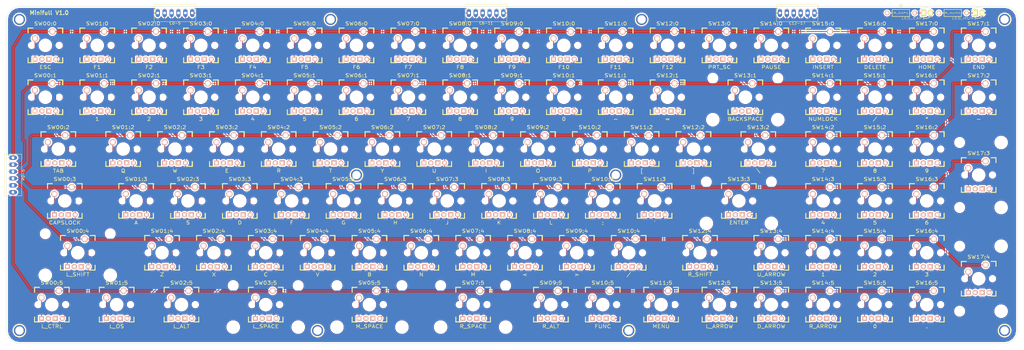
<source format=kicad_pcb>
(kicad_pcb (version 4) (host pcbnew 4.0.4-stable)
  (title_block (title Minifull) (date 2016) (rev 1.0) (company KMR))
  (layers (0 F.Cu signal) (31 B.Cu signal) (34 B.Paste user) (35 F.Paste user) (36 B.SilkS user) (37 F.SilkS user) (38 B.Mask user) (39 F.Mask user) (44 Edge.Cuts user))
  (net 0 "")
  (net 1 GND)
  (net 2 "Net-(LED_CAP1-Pad2)")
  (net 3 "Net-(LED_NUM1-Pad2)")
  (net 4 LED_CAP)
  (net 5 LED_NUM)
  (net 6 "Net-(C0-5-Pad1)")
  (net 7 "Net-(C0-5-Pad2)")
  (net 8 "Net-(C0-5-Pad3)")
  (net 9 "Net-(C0-5-Pad4)")
  (net 10 "Net-(C0-5-Pad5)")
  (net 11 "Net-(C0-5-Pad6)")
  (net 12 "Net-(C6-11-Pad1)")
  (net 13 "Net-(C6-11-Pad2)")
  (net 14 "Net-(C6-11-Pad3)")
  (net 15 "Net-(C6-11-Pad4)")
  (net 16 "Net-(C6-11-Pad5)")
  (net 17 "Net-(C6-11-Pad6)")
  (net 18 "Net-(C12-17-Pad1)")
  (net 19 "Net-(C12-17-Pad2)")
  (net 20 "Net-(C12-17-Pad3)")
  (net 21 "Net-(C12-17-Pad4)")
  (net 22 "Net-(C12-17-Pad5)")
  (net 23 "Net-(C12-17-Pad6)")
  (net 24 "Net-(R0-5-Pad1)")
  (net 25 "Net-(R0-5-Pad2)")
  (net 26 "Net-(R0-5-Pad3)")
  (net 27 "Net-(R0-5-Pad4)")
  (net 28 "Net-(R0-5-Pad5)")
  (net 29 "Net-(R0-5-Pad6)")
  (net 30 "Net-(SW00:0-Pad2)")
  (net 31 "Net-(SW00:1-Pad2)")
  (net 32 "Net-(SW00:2-Pad2)")
  (net 33 "Net-(SW00:3-Pad2)")
  (net 34 "Net-(SW00:4-Pad2)")
  (net 35 "Net-(SW01:0-Pad2)")
  (net 36 "Net-(SW01:1-Pad2)")
  (net 37 "Net-(SW01:2-Pad2)")
  (net 38 "Net-(SW01:3-Pad2)")
  (net 39 "Net-(SW01:4-Pad2)")
  (net 40 "Net-(SW02:0-Pad2)")
  (net 41 "Net-(SW02:1-Pad2)")
  (net 42 "Net-(SW02:2-Pad2)")
  (net 43 "Net-(SW02:3-Pad2)")
  (net 44 "Net-(SW02:4-Pad2)")
  (net 45 "Net-(SW03:0-Pad2)")
  (net 46 "Net-(SW03:1-Pad2)")
  (net 47 "Net-(SW03:2-Pad2)")
  (net 48 "Net-(SW03:3-Pad2)")
  (net 49 "Net-(SW03:4-Pad2)")
  (net 50 "Net-(SW04:0-Pad2)")
  (net 51 "Net-(SW04:1-Pad2)")
  (net 52 "Net-(SW04:2-Pad2)")
  (net 53 "Net-(SW04:3-Pad2)")
  (net 54 "Net-(SW05:0-Pad2)")
  (net 55 "Net-(SW05:1-Pad2)")
  (net 56 "Net-(SW05:2-Pad2)")
  (net 57 "Net-(SW05:3-Pad2)")
  (net 58 "Net-(SW05:4-Pad2)")
  (net 59 "Net-(SW06:0-Pad2)")
  (net 60 "Net-(SW06:1-Pad2)")
  (net 61 "Net-(SW06:2-Pad2)")
  (net 62 "Net-(SW06:3-Pad2)")
  (net 63 "Net-(SW07:0-Pad2)")
  (net 64 "Net-(SW07:1-Pad2)")
  (net 65 "Net-(SW07:2-Pad2)")
  (net 66 "Net-(SW07:3-Pad2)")
  (net 67 "Net-(SW07:4-Pad2)")
  (net 68 "Net-(SW08:0-Pad2)")
  (net 69 "Net-(SW08:1-Pad2)")
  (net 70 "Net-(SW08:2-Pad2)")
  (net 71 "Net-(SW08:3-Pad2)")
  (net 72 "Net-(SW09:0-Pad2)")
  (net 73 "Net-(SW09:1-Pad2)")
  (net 74 "Net-(SW09:2-Pad2)")
  (net 75 "Net-(SW09:3-Pad2)")
  (net 76 "Net-(SW09:4-Pad2)")
  (net 77 "Net-(SW10:0-Pad2)")
  (net 78 "Net-(SW10:1-Pad2)")
  (net 79 "Net-(SW10:2-Pad2)")
  (net 80 "Net-(SW10:3-Pad2)")
  (net 81 "Net-(SW10:4-Pad2)")
  (net 82 "Net-(SW11:0-Pad2)")
  (net 83 "Net-(SW11:1-Pad2)")
  (net 84 "Net-(SW11:2-Pad2)")
  (net 85 "Net-(SW11:3-Pad2)")
  (net 86 "Net-(SW12:0-Pad2)")
  (net 87 "Net-(SW12:1-Pad2)")
  (net 88 "Net-(SW12:2-Pad2)")
  (net 89 "Net-(SW12:4-Pad2)")
  (net 90 "Net-(SW13:0-Pad2)")
  (net 91 "Net-(SW13:1-Pad2)")
  (net 92 "Net-(SW13:2-Pad2)")
  (net 93 "Net-(SW13:3-Pad2)")
  (net 94 "Net-(SW13:4-Pad2)")
  (net 95 "Net-(SW14:0-Pad2)")
  (net 96 "Net-(SW14:1-Pad2)")
  (net 97 "Net-(SW14:2-Pad2)")
  (net 98 "Net-(SW14:3-Pad2)")
  (net 99 "Net-(SW14:4-Pad2)")
  (net 100 "Net-(SW15:0-Pad2)")
  (net 101 "Net-(SW15:1-Pad2)")
  (net 102 "Net-(SW15:2-Pad2)")
  (net 103 "Net-(SW15:3-Pad2)")
  (net 104 "Net-(SW15:4-Pad2)")
  (net 105 "Net-(SW16:0-Pad2)")
  (net 106 "Net-(SW16:1-Pad2)")
  (net 107 "Net-(SW16:2-Pad2)")
  (net 108 "Net-(SW16:3-Pad2)")
  (net 109 "Net-(SW16:4-Pad2)")
  (net 110 "Net-(SW17:0-Pad2)")
  (net 111 "Net-(SW17:1-Pad2)")
  (net 112 "Net-(SW17:2-Pad2)")
  (net 113 "Net-(SW17:3-Pad2)")
  (net 114 "Net-(SW00:5-Pad2)")
  (net 115 "Net-(SW01:5-Pad2)")
  (net 116 "Net-(SW02:5-Pad2)")
  (net 117 "Net-(SW03:5-Pad2)")
  (net 118 "Net-(SW04:4-Pad2)")
  (net 119 "Net-(SW05:5-Pad2)")
  (net 120 "Net-(SW06:4-Pad2)")
  (net 121 "Net-(SW07:5-Pad2)")
  (net 122 "Net-(SW08:4-Pad2)")
  (net 123 "Net-(SW09:5-Pad2)")
  (net 124 "Net-(SW10:5-Pad2)")
  (net 125 "Net-(SW11:5-Pad2)")
  (net 126 "Net-(SW12:5-Pad2)")
  (net 127 "Net-(SW13:5-Pad2)")
  (net 128 "Net-(SW14:5-Pad2)")
  (net 129 "Net-(SW15:5-Pad2)")
  (net 130 "Net-(SW16:5-Pad2)")
  (net 131 "Net-(SW17:4-Pad2)")
  (module MK_General:RESISTOR (layer F.Cu) (at 352.425 69.05625 180)
    (fp_text reference R_CAP1 (at 0 0 180) (layer F.SilkS) (effects (font (size 0.6 1) (thickness 0.1))))
    (fp_text value R (at 0 2.54 180) (layer F.SilkS) (effects (font (size 1.27 1.524) (thickness 0.2032))))
    (pad 1 thru_hole circle (at -5.08 0 180) (size 1.651 1.651) (drill 0.9906) (layers *.Cu *.SilkS *.Mask) (net 2 "Net-(LED_CAP1-Pad2)"))
    (pad 2 thru_hole circle (at 5.08 0 180) (size 1.651 1.651) (drill 0.9906) (layers *.Cu *.SilkS *.Mask) (net 4 LED_CAP))
  )
  (module MK_General:RESISTOR (layer F.Cu) (at 371.475 69.05625 180)
    (fp_text reference R_NUM1 (at 0 0 180) (layer F.SilkS) (effects (font (size 0.6 1) (thickness 0.1))))
    (fp_text value R hide)
    (pad 1 thru_hole circle (at -5.08 0 180) (size 1.651 1.651) (drill 0.9906) (layers *.Cu *.SilkS *.Mask) (net 3 "Net-(LED_NUM1-Pad2)"))
    (pad 2 thru_hole circle (at 5.08 0 180) (size 1.651 1.651) (drill 0.9906) (layers *.Cu *.SilkS *.Mask) (net 5 LED_NUM))
  )
  (module Connect:1pin (layer F.Cu) (at 142.875 71.4375)
    (fp_text reference REF** hide)
    (fp_text value 1pin)
    (pad "" np_thru_hole circle (at 0 0) (size 4.064 4.064) (drill 3.048) (layers *.Cu *.Mask Eco1.User Eco2.User))
  )
  (module Connect:1pin (layer F.Cu) (at 257.175 71.4375)
    (fp_text reference REF** hide)
    (fp_text value 1pin)
    (pad "" np_thru_hole circle (at 0 0) (size 4.064 4.064) (drill 3.048) (layers *.Cu *.Mask Eco1.User Eco2.User))
  )
  (module Connect:1pin (layer F.Cu) (at 28.575 71.4375)
    (fp_text reference REF** hide)
    (fp_text value 1pin)
    (pad "" np_thru_hole circle (at 0 0) (size 4.064 4.064) (drill 3.048) (layers *.Cu *.Mask Eco1.User Eco2.User))
  )
  (module Connect:1pin (layer F.Cu) (at 28.575 185.7375)
    (fp_text reference REF** hide)
    (fp_text value 1pin)
    (pad "" np_thru_hole circle (at 0 0) (size 4.064 4.064) (drill 3.048) (layers *.Cu *.Mask Eco1.User Eco2.User))
  )
  (module Connect:1pin (layer F.Cu) (at 138.1125 185.7375)
    (fp_text reference REF** hide)
    (fp_text value 1pin)
    (pad "" np_thru_hole circle (at 0 0) (size 4.064 4.064) (drill 3.048) (layers *.Cu *.Mask Eco1.User Eco2.User))
  )
  (module Connect:1pin (layer F.Cu) (at 252.4125 185.7375)
    (fp_text reference REF** hide)
    (fp_text value 1pin)
    (pad "" np_thru_hole circle (at 0 0) (size 4.064 4.064) (drill 3.048) (layers *.Cu *.Mask Eco1.User Eco2.User))
  )
  (module Connect:1pin (layer F.Cu) (at 390.525 185.7375)
    (fp_text reference REF** hide)
    (fp_text value 1pin)
    (pad "" np_thru_hole circle (at 0 0) (size 4.064 4.064) (drill 3.048) (layers *.Cu *.Mask Eco1.User Eco2.User))
  )
  (module Connect:1pin (layer F.Cu) (at 390.525 71.4375)
    (fp_text reference REF** hide)
    (fp_text value 1pin)
    (pad "" np_thru_hole circle (at 0 0) (size 4.064 4.064) (drill 3.048) (layers *.Cu *.Mask Eco1.User Eco2.User))
  )
  (module Connect:1pin (layer F.Cu) (at 152.4 128.5875)
    (fp_text reference REF** hide)
    (fp_text value 1pin)
    (pad "" np_thru_hole circle (at 0 0) (size 4.064 4.064) (drill 3.048) (layers *.Cu *.Mask Eco1.User))
  )
  (module Connect:1pin (layer F.Cu) (at 247.65 128.5875)
    (fp_text reference REF** hide)
    (fp_text value 1pin)
    (pad "" np_thru_hole circle (at 0 0) (size 4.064 4.064) (drill 3.048) (layers *.Cu *.Mask Eco1.User))
  )
  (module Connect:PINHEAD1-6 (layer F.Cu) (at 85.725 69.05625)
    (fp_text reference C0-5 (at 0 3.75) (layer F.SilkS))
    (fp_text value CONN_01X06)
    (pad 1 thru_hole oval (at -6.35 0) (size 1.50622 3.01498) (drill 0.99822) (layers *.Cu *.Mask) (net 6 "Net-(C0-5-Pad1)"))
    (pad 2 thru_hole oval (at -3.81 0) (size 1.50622 3.01498) (drill 0.99822) (layers *.Cu *.Mask) (net 7 "Net-(C0-5-Pad2)"))
    (pad 3 thru_hole oval (at -1.27 0) (size 1.50622 3.01498) (drill 0.99822) (layers *.Cu *.Mask) (net 8 "Net-(C0-5-Pad3)"))
    (pad 4 thru_hole oval (at 1.27 0) (size 1.50622 3.01498) (drill 0.99822) (layers *.Cu *.Mask) (net 9 "Net-(C0-5-Pad4)"))
    (pad 5 thru_hole oval (at 3.81 0) (size 1.50622 3.01498) (drill 0.99822) (layers *.Cu *.Mask) (net 10 "Net-(C0-5-Pad5)"))
    (pad 6 thru_hole oval (at 6.35 0) (size 1.50622 3.01498) (drill 0.99822) (layers *.Cu *.Mask) (net 11 "Net-(C0-5-Pad6)"))
  )
  (module Connect:PINHEAD1-6 (layer F.Cu) (at 200.025 69.05625)
    (fp_text reference C6-11 (at 0 3.75) (layer F.SilkS))
    (fp_text value CONN_01X06)
    (pad 1 thru_hole oval (at -6.35 0) (size 1.50622 3.01498) (drill 0.99822) (layers *.Cu *.Mask) (net 12 "Net-(C6-11-Pad1)"))
    (pad 2 thru_hole oval (at -3.81 0) (size 1.50622 3.01498) (drill 0.99822) (layers *.Cu *.Mask) (net 13 "Net-(C6-11-Pad2)"))
    (pad 3 thru_hole oval (at -1.27 0) (size 1.50622 3.01498) (drill 0.99822) (layers *.Cu *.Mask) (net 14 "Net-(C6-11-Pad3)"))
    (pad 4 thru_hole oval (at 1.27 0) (size 1.50622 3.01498) (drill 0.99822) (layers *.Cu *.Mask) (net 15 "Net-(C6-11-Pad4)"))
    (pad 5 thru_hole oval (at 3.81 0) (size 1.50622 3.01498) (drill 0.99822) (layers *.Cu *.Mask) (net 16 "Net-(C6-11-Pad5)"))
    (pad 6 thru_hole oval (at 6.35 0) (size 1.50622 3.01498) (drill 0.99822) (layers *.Cu *.Mask) (net 17 "Net-(C6-11-Pad6)"))
  )
  (module Connect:PINHEAD1-6 (layer F.Cu) (at 314.325 69.05625)
    (fp_text reference C12-17 (at 0 3.75) (layer F.SilkS))
    (fp_text value CONN_01X06)
    (pad 1 thru_hole oval (at -6.35 0) (size 1.50622 3.01498) (drill 0.99822) (layers *.Cu *.Mask) (net 18 "Net-(C12-17-Pad1)"))
    (pad 2 thru_hole oval (at -3.81 0) (size 1.50622 3.01498) (drill 0.99822) (layers *.Cu *.Mask) (net 19 "Net-(C12-17-Pad2)"))
    (pad 3 thru_hole oval (at -1.27 0) (size 1.50622 3.01498) (drill 0.99822) (layers *.Cu *.Mask) (net 20 "Net-(C12-17-Pad3)"))
    (pad 4 thru_hole oval (at 1.27 0) (size 1.50622 3.01498) (drill 0.99822) (layers *.Cu *.Mask) (net 21 "Net-(C12-17-Pad4)"))
    (pad 5 thru_hole oval (at 3.81 0) (size 1.50622 3.01498) (drill 0.99822) (layers *.Cu *.Mask) (net 22 "Net-(C12-17-Pad5)"))
    (pad 6 thru_hole oval (at 6.35 0) (size 1.50622 3.01498) (drill 0.99822) (layers *.Cu *.Mask) (net 23 "Net-(C12-17-Pad6)"))
  )
  (module Connect:PINHEAD1-6 (layer F.Cu) (at 26.19375 128.5875 90)
    (fp_text reference R0-5 (at 0 3.75 90) (layer F.SilkS))
    (fp_text value CONN_01X06)
    (pad 1 thru_hole oval (at -6.35 0 90) (size 1.50622 3.01498) (drill 0.99822) (layers *.Cu *.Mask) (net 24 "Net-(R0-5-Pad1)"))
    (pad 2 thru_hole oval (at -3.81 0 90) (size 1.50622 3.01498) (drill 0.99822) (layers *.Cu *.Mask) (net 25 "Net-(R0-5-Pad2)"))
    (pad 3 thru_hole oval (at -1.27 0 90) (size 1.50622 3.01498) (drill 0.99822) (layers *.Cu *.Mask) (net 26 "Net-(R0-5-Pad3)"))
    (pad 4 thru_hole oval (at 1.27 0 90) (size 1.50622 3.01498) (drill 0.99822) (layers *.Cu *.Mask) (net 27 "Net-(R0-5-Pad4)"))
    (pad 5 thru_hole oval (at 3.81 0 90) (size 1.50622 3.01498) (drill 0.99822) (layers *.Cu *.Mask) (net 28 "Net-(R0-5-Pad5)"))
    (pad 6 thru_hole oval (at 6.35 0 90) (size 1.50622 3.01498) (drill 0.99822) (layers *.Cu *.Mask) (net 29 "Net-(R0-5-Pad6)"))
  )
  (module MK_Cherry:CHERRY_PCB_100H (layer F.Cu) (at 114.3 80.9625)
    (fp_text reference SW04:0 (at 0 -8) (layer F.SilkS) (effects (font (size 1.27 1.524) (thickness 0.2032))))
    (fp_text value F4 (at 0 8) (layer F.SilkS) (effects (font (size 1.27 1.524) (thickness 0.2032))))
    (pad HOLE np_thru_hole circle (at 5.08 0) (size 1.7018 1.7018) (drill 1.7018) (layers *.Cu))
    (pad 1 thru_hole circle (at 2.54 -5.08) (size 2.286 2.286) (drill 1.4986) (layers *.Cu *.SilkS *.Mask) (net 29 "Net-(R0-5-Pad6)"))
    (pad 2 thru_hole circle (at -3.81 -2.54) (size 2.286 2.286) (drill 1.4986) (layers *.Cu *.SilkS *.Mask) (net 50 "Net-(SW04:0-Pad2)"))
    (pad HOLE np_thru_hole circle (at 0 0) (size 3.9878 3.9878) (drill 3.9878) (layers *.Cu))
    (pad HOLE np_thru_hole circle (at -5.08 0) (size 1.7018 1.7018) (drill 1.7018) (layers *.Cu))
    (pad HOLE np_thru_hole circle (at 5.08 0) (size 1.7018 1.7018) (drill 1.7018) (layers *.Cu))
    (pad 5 thru_hole circle (at -1.27 5.08) (size 1.905 1.905) (drill 0.9906) (layers *.Cu *.SilkS *.Mask))
    (pad 6 thru_hole rect (at 1.27 5.08) (size 1.905 1.905) (drill 0.9906) (layers *.Cu *.SilkS *.Mask))
    (pad 3 thru_hole rect (at -3.81 5.08) (size 1.778 1.778) (drill 0.9906) (layers *.Cu *.SilkS *.Mask) (net 50 "Net-(SW04:0-Pad2)"))
    (pad 4 thru_hole circle (at 3.81 5.08) (size 1.778 1.778) (drill 0.9906) (layers *.Cu *.SilkS *.Mask) (net 10 "Net-(C0-5-Pad5)"))
  )
  (module MK_Cherry:CHERRY_PCB_100H (layer F.Cu) (at 95.25 80.9625)
    (fp_text reference SW03:0 (at 0 -8) (layer F.SilkS) (effects (font (size 1.27 1.524) (thickness 0.2032))))
    (fp_text value F3 (at 0 8) (layer F.SilkS) (effects (font (size 1.27 1.524) (thickness 0.2032))))
    (pad HOLE np_thru_hole circle (at 5.08 0) (size 1.7018 1.7018) (drill 1.7018) (layers *.Cu))
    (pad 1 thru_hole circle (at 2.54 -5.08) (size 2.286 2.286) (drill 1.4986) (layers *.Cu *.SilkS *.Mask) (net 29 "Net-(R0-5-Pad6)"))
    (pad 2 thru_hole circle (at -3.81 -2.54) (size 2.286 2.286) (drill 1.4986) (layers *.Cu *.SilkS *.Mask) (net 45 "Net-(SW03:0-Pad2)"))
    (pad HOLE np_thru_hole circle (at 0 0) (size 3.9878 3.9878) (drill 3.9878) (layers *.Cu))
    (pad HOLE np_thru_hole circle (at -5.08 0) (size 1.7018 1.7018) (drill 1.7018) (layers *.Cu))
    (pad HOLE np_thru_hole circle (at 5.08 0) (size 1.7018 1.7018) (drill 1.7018) (layers *.Cu))
    (pad 5 thru_hole circle (at -1.27 5.08) (size 1.905 1.905) (drill 0.9906) (layers *.Cu *.SilkS *.Mask))
    (pad 6 thru_hole rect (at 1.27 5.08) (size 1.905 1.905) (drill 0.9906) (layers *.Cu *.SilkS *.Mask))
    (pad 3 thru_hole rect (at -3.81 5.08) (size 1.778 1.778) (drill 0.9906) (layers *.Cu *.SilkS *.Mask) (net 45 "Net-(SW03:0-Pad2)"))
    (pad 4 thru_hole circle (at 3.81 5.08) (size 1.778 1.778) (drill 0.9906) (layers *.Cu *.SilkS *.Mask) (net 9 "Net-(C0-5-Pad4)"))
  )
  (module MK_Cherry:CHERRY_PCB_100H (layer F.Cu) (at 76.2 80.9625)
    (fp_text reference SW02:0 (at 0 -8) (layer F.SilkS) (effects (font (size 1.27 1.524) (thickness 0.2032))))
    (fp_text value F2 (at 0 8) (layer F.SilkS) (effects (font (size 1.27 1.524) (thickness 0.2032))))
    (pad HOLE np_thru_hole circle (at 5.08 0) (size 1.7018 1.7018) (drill 1.7018) (layers *.Cu))
    (pad 1 thru_hole circle (at 2.54 -5.08) (size 2.286 2.286) (drill 1.4986) (layers *.Cu *.SilkS *.Mask) (net 29 "Net-(R0-5-Pad6)"))
    (pad 2 thru_hole circle (at -3.81 -2.54) (size 2.286 2.286) (drill 1.4986) (layers *.Cu *.SilkS *.Mask) (net 40 "Net-(SW02:0-Pad2)"))
    (pad HOLE np_thru_hole circle (at 0 0) (size 3.9878 3.9878) (drill 3.9878) (layers *.Cu))
    (pad HOLE np_thru_hole circle (at -5.08 0) (size 1.7018 1.7018) (drill 1.7018) (layers *.Cu))
    (pad HOLE np_thru_hole circle (at 5.08 0) (size 1.7018 1.7018) (drill 1.7018) (layers *.Cu))
    (pad 5 thru_hole circle (at -1.27 5.08) (size 1.905 1.905) (drill 0.9906) (layers *.Cu *.SilkS *.Mask))
    (pad 6 thru_hole rect (at 1.27 5.08) (size 1.905 1.905) (drill 0.9906) (layers *.Cu *.SilkS *.Mask))
    (pad 3 thru_hole rect (at -3.81 5.08) (size 1.778 1.778) (drill 0.9906) (layers *.Cu *.SilkS *.Mask) (net 40 "Net-(SW02:0-Pad2)"))
    (pad 4 thru_hole circle (at 3.81 5.08) (size 1.778 1.778) (drill 0.9906) (layers *.Cu *.SilkS *.Mask) (net 8 "Net-(C0-5-Pad3)"))
  )
  (module MK_Cherry:CHERRY_PCB_100H (layer F.Cu) (at 57.15 80.9625)
    (fp_text reference SW01:0 (at 0 -8) (layer F.SilkS) (effects (font (size 1.27 1.524) (thickness 0.2032))))
    (fp_text value F1 (at 0 8) (layer F.SilkS) (effects (font (size 1.27 1.524) (thickness 0.2032))))
    (pad HOLE np_thru_hole circle (at 5.08 0) (size 1.7018 1.7018) (drill 1.7018) (layers *.Cu))
    (pad 1 thru_hole circle (at 2.54 -5.08) (size 2.286 2.286) (drill 1.4986) (layers *.Cu *.SilkS *.Mask) (net 29 "Net-(R0-5-Pad6)"))
    (pad 2 thru_hole circle (at -3.81 -2.54) (size 2.286 2.286) (drill 1.4986) (layers *.Cu *.SilkS *.Mask) (net 35 "Net-(SW01:0-Pad2)"))
    (pad HOLE np_thru_hole circle (at 0 0) (size 3.9878 3.9878) (drill 3.9878) (layers *.Cu))
    (pad HOLE np_thru_hole circle (at -5.08 0) (size 1.7018 1.7018) (drill 1.7018) (layers *.Cu))
    (pad HOLE np_thru_hole circle (at 5.08 0) (size 1.7018 1.7018) (drill 1.7018) (layers *.Cu))
    (pad 5 thru_hole circle (at -1.27 5.08) (size 1.905 1.905) (drill 0.9906) (layers *.Cu *.SilkS *.Mask))
    (pad 6 thru_hole rect (at 1.27 5.08) (size 1.905 1.905) (drill 0.9906) (layers *.Cu *.SilkS *.Mask))
    (pad 3 thru_hole rect (at -3.81 5.08) (size 1.778 1.778) (drill 0.9906) (layers *.Cu *.SilkS *.Mask) (net 35 "Net-(SW01:0-Pad2)"))
    (pad 4 thru_hole circle (at 3.81 5.08) (size 1.778 1.778) (drill 0.9906) (layers *.Cu *.SilkS *.Mask) (net 7 "Net-(C0-5-Pad2)"))
  )
  (module MK_Cherry:CHERRY_PCB_100H (layer F.Cu) (at 266.7 80.9625)
    (fp_text reference SW12:0 (at 0 -8) (layer F.SilkS) (effects (font (size 1.27 1.524) (thickness 0.2032))))
    (fp_text value F12 (at 0 8) (layer F.SilkS) (effects (font (size 1.27 1.524) (thickness 0.2032))))
    (pad HOLE np_thru_hole circle (at 5.08 0) (size 1.7018 1.7018) (drill 1.7018) (layers *.Cu))
    (pad 1 thru_hole circle (at 2.54 -5.08) (size 2.286 2.286) (drill 1.4986) (layers *.Cu *.SilkS *.Mask) (net 29 "Net-(R0-5-Pad6)"))
    (pad 2 thru_hole circle (at -3.81 -2.54) (size 2.286 2.286) (drill 1.4986) (layers *.Cu *.SilkS *.Mask) (net 86 "Net-(SW12:0-Pad2)"))
    (pad HOLE np_thru_hole circle (at 0 0) (size 3.9878 3.9878) (drill 3.9878) (layers *.Cu))
    (pad HOLE np_thru_hole circle (at -5.08 0) (size 1.7018 1.7018) (drill 1.7018) (layers *.Cu))
    (pad HOLE np_thru_hole circle (at 5.08 0) (size 1.7018 1.7018) (drill 1.7018) (layers *.Cu))
    (pad 5 thru_hole circle (at -1.27 5.08) (size 1.905 1.905) (drill 0.9906) (layers *.Cu *.SilkS *.Mask))
    (pad 6 thru_hole rect (at 1.27 5.08) (size 1.905 1.905) (drill 0.9906) (layers *.Cu *.SilkS *.Mask))
    (pad 3 thru_hole rect (at -3.81 5.08) (size 1.778 1.778) (drill 0.9906) (layers *.Cu *.SilkS *.Mask) (net 86 "Net-(SW12:0-Pad2)"))
    (pad 4 thru_hole circle (at 3.81 5.08) (size 1.778 1.778) (drill 0.9906) (layers *.Cu *.SilkS *.Mask) (net 18 "Net-(C12-17-Pad1)"))
  )
  (module MK_Cherry:CHERRY_PCB_100H (layer F.Cu) (at 38.1 80.9625)
    (fp_text reference SW00:0 (at 0 -8) (layer F.SilkS) (effects (font (size 1.27 1.524) (thickness 0.2032))))
    (fp_text value ESC (at 0 8) (layer F.SilkS) (effects (font (size 1.27 1.524) (thickness 0.2032))))
    (pad HOLE np_thru_hole circle (at 5.08 0) (size 1.7018 1.7018) (drill 1.7018) (layers *.Cu))
    (pad 1 thru_hole circle (at 2.54 -5.08) (size 2.286 2.286) (drill 1.4986) (layers *.Cu *.SilkS *.Mask) (net 29 "Net-(R0-5-Pad6)"))
    (pad 2 thru_hole circle (at -3.81 -2.54) (size 2.286 2.286) (drill 1.4986) (layers *.Cu *.SilkS *.Mask) (net 30 "Net-(SW00:0-Pad2)"))
    (pad HOLE np_thru_hole circle (at 0 0) (size 3.9878 3.9878) (drill 3.9878) (layers *.Cu))
    (pad HOLE np_thru_hole circle (at -5.08 0) (size 1.7018 1.7018) (drill 1.7018) (layers *.Cu))
    (pad HOLE np_thru_hole circle (at 5.08 0) (size 1.7018 1.7018) (drill 1.7018) (layers *.Cu))
    (pad 5 thru_hole circle (at -1.27 5.08) (size 1.905 1.905) (drill 0.9906) (layers *.Cu *.SilkS *.Mask))
    (pad 6 thru_hole rect (at 1.27 5.08) (size 1.905 1.905) (drill 0.9906) (layers *.Cu *.SilkS *.Mask))
    (pad 3 thru_hole rect (at -3.81 5.08) (size 1.778 1.778) (drill 0.9906) (layers *.Cu *.SilkS *.Mask) (net 30 "Net-(SW00:0-Pad2)"))
    (pad 4 thru_hole circle (at 3.81 5.08) (size 1.778 1.778) (drill 0.9906) (layers *.Cu *.SilkS *.Mask) (net 6 "Net-(C0-5-Pad1)"))
  )
  (module MK_Cherry:CHERRY_PCB_100H (layer F.Cu) (at 381 100.0125)
    (fp_text reference SW17:2 (at 0 -8) (layer F.SilkS) (effects (font (size 1.27 1.524) (thickness 0.2032))))
    (fp_text value - (at 0 8) (layer F.SilkS) (effects (font (size 1.27 1.524) (thickness 0.2032))))
    (pad HOLE np_thru_hole circle (at 5.08 0) (size 1.7018 1.7018) (drill 1.7018) (layers *.Cu))
    (pad 1 thru_hole circle (at 2.54 -5.08) (size 2.286 2.286) (drill 1.4986) (layers *.Cu *.SilkS *.Mask) (net 27 "Net-(R0-5-Pad4)"))
    (pad 2 thru_hole circle (at -3.81 -2.54) (size 2.286 2.286) (drill 1.4986) (layers *.Cu *.SilkS *.Mask) (net 112 "Net-(SW17:2-Pad2)"))
    (pad HOLE np_thru_hole circle (at 0 0) (size 3.9878 3.9878) (drill 3.9878) (layers *.Cu))
    (pad HOLE np_thru_hole circle (at -5.08 0) (size 1.7018 1.7018) (drill 1.7018) (layers *.Cu))
    (pad HOLE np_thru_hole circle (at 5.08 0) (size 1.7018 1.7018) (drill 1.7018) (layers *.Cu))
    (pad 5 thru_hole circle (at -1.27 5.08) (size 1.905 1.905) (drill 0.9906) (layers *.Cu *.SilkS *.Mask))
    (pad 6 thru_hole rect (at 1.27 5.08) (size 1.905 1.905) (drill 0.9906) (layers *.Cu *.SilkS *.Mask))
    (pad 3 thru_hole rect (at -3.81 5.08) (size 1.778 1.778) (drill 0.9906) (layers *.Cu *.SilkS *.Mask) (net 112 "Net-(SW17:2-Pad2)"))
    (pad 4 thru_hole circle (at 3.81 5.08) (size 1.778 1.778) (drill 0.9906) (layers *.Cu *.SilkS *.Mask) (net 23 "Net-(C12-17-Pad6)"))
  )
  (module MK_Cherry:CHERRY_PCB_100H (layer F.Cu) (at 381 80.9625)
    (fp_text reference SW17:1 (at 0 -8) (layer F.SilkS) (effects (font (size 1.27 1.524) (thickness 0.2032))))
    (fp_text value END (at 0 8) (layer F.SilkS) (effects (font (size 1.27 1.524) (thickness 0.2032))))
    (pad HOLE np_thru_hole circle (at 5.08 0) (size 1.7018 1.7018) (drill 1.7018) (layers *.Cu))
    (pad 1 thru_hole circle (at 2.54 -5.08) (size 2.286 2.286) (drill 1.4986) (layers *.Cu *.SilkS *.Mask) (net 28 "Net-(R0-5-Pad5)"))
    (pad 2 thru_hole circle (at -3.81 -2.54) (size 2.286 2.286) (drill 1.4986) (layers *.Cu *.SilkS *.Mask) (net 111 "Net-(SW17:1-Pad2)"))
    (pad HOLE np_thru_hole circle (at 0 0) (size 3.9878 3.9878) (drill 3.9878) (layers *.Cu))
    (pad HOLE np_thru_hole circle (at -5.08 0) (size 1.7018 1.7018) (drill 1.7018) (layers *.Cu))
    (pad HOLE np_thru_hole circle (at 5.08 0) (size 1.7018 1.7018) (drill 1.7018) (layers *.Cu))
    (pad 5 thru_hole circle (at -1.27 5.08) (size 1.905 1.905) (drill 0.9906) (layers *.Cu *.SilkS *.Mask))
    (pad 6 thru_hole rect (at 1.27 5.08) (size 1.905 1.905) (drill 0.9906) (layers *.Cu *.SilkS *.Mask))
    (pad 3 thru_hole rect (at -3.81 5.08) (size 1.778 1.778) (drill 0.9906) (layers *.Cu *.SilkS *.Mask) (net 111 "Net-(SW17:1-Pad2)"))
    (pad 4 thru_hole circle (at 3.81 5.08) (size 1.778 1.778) (drill 0.9906) (layers *.Cu *.SilkS *.Mask) (net 23 "Net-(C12-17-Pad6)"))
  )
  (module MK_Cherry:CHERRY_PCB_100H (layer F.Cu) (at 361.95 80.9625)
    (fp_text reference SW17:0 (at 0 -8) (layer F.SilkS) (effects (font (size 1.27 1.524) (thickness 0.2032))))
    (fp_text value HOME (at 0 8) (layer F.SilkS) (effects (font (size 1.27 1.524) (thickness 0.2032))))
    (pad HOLE np_thru_hole circle (at 5.08 0) (size 1.7018 1.7018) (drill 1.7018) (layers *.Cu))
    (pad 1 thru_hole circle (at 2.54 -5.08) (size 2.286 2.286) (drill 1.4986) (layers *.Cu *.SilkS *.Mask) (net 29 "Net-(R0-5-Pad6)"))
    (pad 2 thru_hole circle (at -3.81 -2.54) (size 2.286 2.286) (drill 1.4986) (layers *.Cu *.SilkS *.Mask) (net 110 "Net-(SW17:0-Pad2)"))
    (pad HOLE np_thru_hole circle (at 0 0) (size 3.9878 3.9878) (drill 3.9878) (layers *.Cu))
    (pad HOLE np_thru_hole circle (at -5.08 0) (size 1.7018 1.7018) (drill 1.7018) (layers *.Cu))
    (pad HOLE np_thru_hole circle (at 5.08 0) (size 1.7018 1.7018) (drill 1.7018) (layers *.Cu))
    (pad 5 thru_hole circle (at -1.27 5.08) (size 1.905 1.905) (drill 0.9906) (layers *.Cu *.SilkS *.Mask))
    (pad 6 thru_hole rect (at 1.27 5.08) (size 1.905 1.905) (drill 0.9906) (layers *.Cu *.SilkS *.Mask))
    (pad 3 thru_hole rect (at -3.81 5.08) (size 1.778 1.778) (drill 0.9906) (layers *.Cu *.SilkS *.Mask) (net 110 "Net-(SW17:0-Pad2)"))
    (pad 4 thru_hole circle (at 3.81 5.08) (size 1.778 1.778) (drill 0.9906) (layers *.Cu *.SilkS *.Mask) (net 23 "Net-(C12-17-Pad6)"))
  )
  (module MK_Cherry:CHERRY_PCB_100H (layer F.Cu) (at 361.95 176.2125)
    (fp_text reference SW16:5 (at 0 -8) (layer F.SilkS) (effects (font (size 1.27 1.524) (thickness 0.2032))))
    (fp_text value . (at 0 8) (layer F.SilkS) (effects (font (size 1.27 1.524) (thickness 0.2032))))
    (pad HOLE np_thru_hole circle (at 5.08 0) (size 1.7018 1.7018) (drill 1.7018) (layers *.Cu))
    (pad 1 thru_hole circle (at 2.54 -5.08) (size 2.286 2.286) (drill 1.4986) (layers *.Cu *.SilkS *.Mask) (net 24 "Net-(R0-5-Pad1)"))
    (pad 2 thru_hole circle (at -3.81 -2.54) (size 2.286 2.286) (drill 1.4986) (layers *.Cu *.SilkS *.Mask) (net 130 "Net-(SW16:5-Pad2)"))
    (pad HOLE np_thru_hole circle (at 0 0) (size 3.9878 3.9878) (drill 3.9878) (layers *.Cu))
    (pad HOLE np_thru_hole circle (at -5.08 0) (size 1.7018 1.7018) (drill 1.7018) (layers *.Cu))
    (pad HOLE np_thru_hole circle (at 5.08 0) (size 1.7018 1.7018) (drill 1.7018) (layers *.Cu))
    (pad 5 thru_hole circle (at -1.27 5.08) (size 1.905 1.905) (drill 0.9906) (layers *.Cu *.SilkS *.Mask))
    (pad 6 thru_hole rect (at 1.27 5.08) (size 1.905 1.905) (drill 0.9906) (layers *.Cu *.SilkS *.Mask))
    (pad 3 thru_hole rect (at -3.81 5.08) (size 1.778 1.778) (drill 0.9906) (layers *.Cu *.SilkS *.Mask) (net 130 "Net-(SW16:5-Pad2)"))
    (pad 4 thru_hole circle (at 3.81 5.08) (size 1.778 1.778) (drill 0.9906) (layers *.Cu *.SilkS *.Mask) (net 22 "Net-(C12-17-Pad5)"))
  )
  (module MK_Cherry:CHERRY_PCB_100H (layer F.Cu) (at 361.95 157.1625)
    (fp_text reference SW16:4 (at 0 -8) (layer F.SilkS) (effects (font (size 1.27 1.524) (thickness 0.2032))))
    (fp_text value 3 (at 0 8) (layer F.SilkS) (effects (font (size 1.27 1.524) (thickness 0.2032))))
    (pad HOLE np_thru_hole circle (at 5.08 0) (size 1.7018 1.7018) (drill 1.7018) (layers *.Cu))
    (pad 1 thru_hole circle (at 2.54 -5.08) (size 2.286 2.286) (drill 1.4986) (layers *.Cu *.SilkS *.Mask) (net 25 "Net-(R0-5-Pad2)"))
    (pad 2 thru_hole circle (at -3.81 -2.54) (size 2.286 2.286) (drill 1.4986) (layers *.Cu *.SilkS *.Mask) (net 109 "Net-(SW16:4-Pad2)"))
    (pad HOLE np_thru_hole circle (at 0 0) (size 3.9878 3.9878) (drill 3.9878) (layers *.Cu))
    (pad HOLE np_thru_hole circle (at -5.08 0) (size 1.7018 1.7018) (drill 1.7018) (layers *.Cu))
    (pad HOLE np_thru_hole circle (at 5.08 0) (size 1.7018 1.7018) (drill 1.7018) (layers *.Cu))
    (pad 5 thru_hole circle (at -1.27 5.08) (size 1.905 1.905) (drill 0.9906) (layers *.Cu *.SilkS *.Mask))
    (pad 6 thru_hole rect (at 1.27 5.08) (size 1.905 1.905) (drill 0.9906) (layers *.Cu *.SilkS *.Mask))
    (pad 3 thru_hole rect (at -3.81 5.08) (size 1.778 1.778) (drill 0.9906) (layers *.Cu *.SilkS *.Mask) (net 109 "Net-(SW16:4-Pad2)"))
    (pad 4 thru_hole circle (at 3.81 5.08) (size 1.778 1.778) (drill 0.9906) (layers *.Cu *.SilkS *.Mask) (net 22 "Net-(C12-17-Pad5)"))
  )
  (module MK_Cherry:CHERRY_PCB_100H (layer F.Cu) (at 361.95 138.1125)
    (fp_text reference SW16:3 (at 0 -8) (layer F.SilkS) (effects (font (size 1.27 1.524) (thickness 0.2032))))
    (fp_text value 6 (at 0 8) (layer F.SilkS) (effects (font (size 1.27 1.524) (thickness 0.2032))))
    (pad HOLE np_thru_hole circle (at 5.08 0) (size 1.7018 1.7018) (drill 1.7018) (layers *.Cu))
    (pad 1 thru_hole circle (at 2.54 -5.08) (size 2.286 2.286) (drill 1.4986) (layers *.Cu *.SilkS *.Mask) (net 26 "Net-(R0-5-Pad3)"))
    (pad 2 thru_hole circle (at -3.81 -2.54) (size 2.286 2.286) (drill 1.4986) (layers *.Cu *.SilkS *.Mask) (net 108 "Net-(SW16:3-Pad2)"))
    (pad HOLE np_thru_hole circle (at 0 0) (size 3.9878 3.9878) (drill 3.9878) (layers *.Cu))
    (pad HOLE np_thru_hole circle (at -5.08 0) (size 1.7018 1.7018) (drill 1.7018) (layers *.Cu))
    (pad HOLE np_thru_hole circle (at 5.08 0) (size 1.7018 1.7018) (drill 1.7018) (layers *.Cu))
    (pad 5 thru_hole circle (at -1.27 5.08) (size 1.905 1.905) (drill 0.9906) (layers *.Cu *.SilkS *.Mask))
    (pad 6 thru_hole rect (at 1.27 5.08) (size 1.905 1.905) (drill 0.9906) (layers *.Cu *.SilkS *.Mask))
    (pad 3 thru_hole rect (at -3.81 5.08) (size 1.778 1.778) (drill 0.9906) (layers *.Cu *.SilkS *.Mask) (net 108 "Net-(SW16:3-Pad2)"))
    (pad 4 thru_hole circle (at 3.81 5.08) (size 1.778 1.778) (drill 0.9906) (layers *.Cu *.SilkS *.Mask) (net 22 "Net-(C12-17-Pad5)"))
  )
  (module MK_Cherry:CHERRY_PCB_100H (layer F.Cu) (at 361.95 119.0625)
    (fp_text reference SW16:2 (at 0 -8) (layer F.SilkS) (effects (font (size 1.27 1.524) (thickness 0.2032))))
    (fp_text value 9 (at 0 8) (layer F.SilkS) (effects (font (size 1.27 1.524) (thickness 0.2032))))
    (pad HOLE np_thru_hole circle (at 5.08 0) (size 1.7018 1.7018) (drill 1.7018) (layers *.Cu))
    (pad 1 thru_hole circle (at 2.54 -5.08) (size 2.286 2.286) (drill 1.4986) (layers *.Cu *.SilkS *.Mask) (net 27 "Net-(R0-5-Pad4)"))
    (pad 2 thru_hole circle (at -3.81 -2.54) (size 2.286 2.286) (drill 1.4986) (layers *.Cu *.SilkS *.Mask) (net 107 "Net-(SW16:2-Pad2)"))
    (pad HOLE np_thru_hole circle (at 0 0) (size 3.9878 3.9878) (drill 3.9878) (layers *.Cu))
    (pad HOLE np_thru_hole circle (at -5.08 0) (size 1.7018 1.7018) (drill 1.7018) (layers *.Cu))
    (pad HOLE np_thru_hole circle (at 5.08 0) (size 1.7018 1.7018) (drill 1.7018) (layers *.Cu))
    (pad 5 thru_hole circle (at -1.27 5.08) (size 1.905 1.905) (drill 0.9906) (layers *.Cu *.SilkS *.Mask))
    (pad 6 thru_hole rect (at 1.27 5.08) (size 1.905 1.905) (drill 0.9906) (layers *.Cu *.SilkS *.Mask))
    (pad 3 thru_hole rect (at -3.81 5.08) (size 1.778 1.778) (drill 0.9906) (layers *.Cu *.SilkS *.Mask) (net 107 "Net-(SW16:2-Pad2)"))
    (pad 4 thru_hole circle (at 3.81 5.08) (size 1.778 1.778) (drill 0.9906) (layers *.Cu *.SilkS *.Mask) (net 22 "Net-(C12-17-Pad5)"))
  )
  (module MK_Cherry:CHERRY_PCB_100H (layer F.Cu) (at 361.95 100.0125)
    (fp_text reference SW16:1 (at 0 -8) (layer F.SilkS) (effects (font (size 1.27 1.524) (thickness 0.2032))))
    (fp_text value * (at 0 8) (layer F.SilkS) (effects (font (size 1.27 1.524) (thickness 0.2032))))
    (pad HOLE np_thru_hole circle (at 5.08 0) (size 1.7018 1.7018) (drill 1.7018) (layers *.Cu))
    (pad 1 thru_hole circle (at 2.54 -5.08) (size 2.286 2.286) (drill 1.4986) (layers *.Cu *.SilkS *.Mask) (net 28 "Net-(R0-5-Pad5)"))
    (pad 2 thru_hole circle (at -3.81 -2.54) (size 2.286 2.286) (drill 1.4986) (layers *.Cu *.SilkS *.Mask) (net 106 "Net-(SW16:1-Pad2)"))
    (pad HOLE np_thru_hole circle (at 0 0) (size 3.9878 3.9878) (drill 3.9878) (layers *.Cu))
    (pad HOLE np_thru_hole circle (at -5.08 0) (size 1.7018 1.7018) (drill 1.7018) (layers *.Cu))
    (pad HOLE np_thru_hole circle (at 5.08 0) (size 1.7018 1.7018) (drill 1.7018) (layers *.Cu))
    (pad 5 thru_hole circle (at -1.27 5.08) (size 1.905 1.905) (drill 0.9906) (layers *.Cu *.SilkS *.Mask))
    (pad 6 thru_hole rect (at 1.27 5.08) (size 1.905 1.905) (drill 0.9906) (layers *.Cu *.SilkS *.Mask))
    (pad 3 thru_hole rect (at -3.81 5.08) (size 1.778 1.778) (drill 0.9906) (layers *.Cu *.SilkS *.Mask) (net 106 "Net-(SW16:1-Pad2)"))
    (pad 4 thru_hole circle (at 3.81 5.08) (size 1.778 1.778) (drill 0.9906) (layers *.Cu *.SilkS *.Mask) (net 22 "Net-(C12-17-Pad5)"))
  )
  (module MK_Cherry:CHERRY_PCB_100H (layer F.Cu) (at 342.9 80.9625)
    (fp_text reference SW16:0 (at 0 -8) (layer F.SilkS) (effects (font (size 1.27 1.524) (thickness 0.2032))))
    (fp_text value DELETE (at 0 8) (layer F.SilkS) (effects (font (size 1.27 1.524) (thickness 0.2032))))
    (pad HOLE np_thru_hole circle (at 5.08 0) (size 1.7018 1.7018) (drill 1.7018) (layers *.Cu))
    (pad 1 thru_hole circle (at 2.54 -5.08) (size 2.286 2.286) (drill 1.4986) (layers *.Cu *.SilkS *.Mask) (net 29 "Net-(R0-5-Pad6)"))
    (pad 2 thru_hole circle (at -3.81 -2.54) (size 2.286 2.286) (drill 1.4986) (layers *.Cu *.SilkS *.Mask) (net 105 "Net-(SW16:0-Pad2)"))
    (pad HOLE np_thru_hole circle (at 0 0) (size 3.9878 3.9878) (drill 3.9878) (layers *.Cu))
    (pad HOLE np_thru_hole circle (at -5.08 0) (size 1.7018 1.7018) (drill 1.7018) (layers *.Cu))
    (pad HOLE np_thru_hole circle (at 5.08 0) (size 1.7018 1.7018) (drill 1.7018) (layers *.Cu))
    (pad 5 thru_hole circle (at -1.27 5.08) (size 1.905 1.905) (drill 0.9906) (layers *.Cu *.SilkS *.Mask))
    (pad 6 thru_hole rect (at 1.27 5.08) (size 1.905 1.905) (drill 0.9906) (layers *.Cu *.SilkS *.Mask))
    (pad 3 thru_hole rect (at -3.81 5.08) (size 1.778 1.778) (drill 0.9906) (layers *.Cu *.SilkS *.Mask) (net 105 "Net-(SW16:0-Pad2)"))
    (pad 4 thru_hole circle (at 3.81 5.08) (size 1.778 1.778) (drill 0.9906) (layers *.Cu *.SilkS *.Mask) (net 22 "Net-(C12-17-Pad5)"))
  )
  (module MK_Cherry:CHERRY_PCB_100H (layer F.Cu) (at 342.9 176.2125)
    (fp_text reference SW15:5 (at 0 -8) (layer F.SilkS) (effects (font (size 1.27 1.524) (thickness 0.2032))))
    (fp_text value 0 (at 0 8) (layer F.SilkS) (effects (font (size 1.27 1.524) (thickness 0.2032))))
    (pad HOLE np_thru_hole circle (at 5.08 0) (size 1.7018 1.7018) (drill 1.7018) (layers *.Cu))
    (pad 1 thru_hole circle (at 2.54 -5.08) (size 2.286 2.286) (drill 1.4986) (layers *.Cu *.SilkS *.Mask) (net 24 "Net-(R0-5-Pad1)"))
    (pad 2 thru_hole circle (at -3.81 -2.54) (size 2.286 2.286) (drill 1.4986) (layers *.Cu *.SilkS *.Mask) (net 129 "Net-(SW15:5-Pad2)"))
    (pad HOLE np_thru_hole circle (at 0 0) (size 3.9878 3.9878) (drill 3.9878) (layers *.Cu))
    (pad HOLE np_thru_hole circle (at -5.08 0) (size 1.7018 1.7018) (drill 1.7018) (layers *.Cu))
    (pad HOLE np_thru_hole circle (at 5.08 0) (size 1.7018 1.7018) (drill 1.7018) (layers *.Cu))
    (pad 5 thru_hole circle (at -1.27 5.08) (size 1.905 1.905) (drill 0.9906) (layers *.Cu *.SilkS *.Mask))
    (pad 6 thru_hole rect (at 1.27 5.08) (size 1.905 1.905) (drill 0.9906) (layers *.Cu *.SilkS *.Mask))
    (pad 3 thru_hole rect (at -3.81 5.08) (size 1.778 1.778) (drill 0.9906) (layers *.Cu *.SilkS *.Mask) (net 129 "Net-(SW15:5-Pad2)"))
    (pad 4 thru_hole circle (at 3.81 5.08) (size 1.778 1.778) (drill 0.9906) (layers *.Cu *.SilkS *.Mask) (net 21 "Net-(C12-17-Pad4)"))
  )
  (module MK_Cherry:CHERRY_PCB_100H (layer F.Cu) (at 342.9 157.1625)
    (fp_text reference SW15:4 (at 0 -8) (layer F.SilkS) (effects (font (size 1.27 1.524) (thickness 0.2032))))
    (fp_text value 2 (at 0 8) (layer F.SilkS) (effects (font (size 1.27 1.524) (thickness 0.2032))))
    (pad HOLE np_thru_hole circle (at 5.08 0) (size 1.7018 1.7018) (drill 1.7018) (layers *.Cu))
    (pad 1 thru_hole circle (at 2.54 -5.08) (size 2.286 2.286) (drill 1.4986) (layers *.Cu *.SilkS *.Mask) (net 25 "Net-(R0-5-Pad2)"))
    (pad 2 thru_hole circle (at -3.81 -2.54) (size 2.286 2.286) (drill 1.4986) (layers *.Cu *.SilkS *.Mask) (net 104 "Net-(SW15:4-Pad2)"))
    (pad HOLE np_thru_hole circle (at 0 0) (size 3.9878 3.9878) (drill 3.9878) (layers *.Cu))
    (pad HOLE np_thru_hole circle (at -5.08 0) (size 1.7018 1.7018) (drill 1.7018) (layers *.Cu))
    (pad HOLE np_thru_hole circle (at 5.08 0) (size 1.7018 1.7018) (drill 1.7018) (layers *.Cu))
    (pad 5 thru_hole circle (at -1.27 5.08) (size 1.905 1.905) (drill 0.9906) (layers *.Cu *.SilkS *.Mask))
    (pad 6 thru_hole rect (at 1.27 5.08) (size 1.905 1.905) (drill 0.9906) (layers *.Cu *.SilkS *.Mask))
    (pad 3 thru_hole rect (at -3.81 5.08) (size 1.778 1.778) (drill 0.9906) (layers *.Cu *.SilkS *.Mask) (net 104 "Net-(SW15:4-Pad2)"))
    (pad 4 thru_hole circle (at 3.81 5.08) (size 1.778 1.778) (drill 0.9906) (layers *.Cu *.SilkS *.Mask) (net 21 "Net-(C12-17-Pad4)"))
  )
  (module MK_Cherry:CHERRY_PCB_100H (layer F.Cu) (at 342.9 138.1125)
    (fp_text reference SW15:3 (at 0 -8) (layer F.SilkS) (effects (font (size 1.27 1.524) (thickness 0.2032))))
    (fp_text value 5 (at 0 8) (layer F.SilkS) (effects (font (size 1.27 1.524) (thickness 0.2032))))
    (pad HOLE np_thru_hole circle (at 5.08 0) (size 1.7018 1.7018) (drill 1.7018) (layers *.Cu))
    (pad 1 thru_hole circle (at 2.54 -5.08) (size 2.286 2.286) (drill 1.4986) (layers *.Cu *.SilkS *.Mask) (net 26 "Net-(R0-5-Pad3)"))
    (pad 2 thru_hole circle (at -3.81 -2.54) (size 2.286 2.286) (drill 1.4986) (layers *.Cu *.SilkS *.Mask) (net 103 "Net-(SW15:3-Pad2)"))
    (pad HOLE np_thru_hole circle (at 0 0) (size 3.9878 3.9878) (drill 3.9878) (layers *.Cu))
    (pad HOLE np_thru_hole circle (at -5.08 0) (size 1.7018 1.7018) (drill 1.7018) (layers *.Cu))
    (pad HOLE np_thru_hole circle (at 5.08 0) (size 1.7018 1.7018) (drill 1.7018) (layers *.Cu))
    (pad 5 thru_hole circle (at -1.27 5.08) (size 1.905 1.905) (drill 0.9906) (layers *.Cu *.SilkS *.Mask))
    (pad 6 thru_hole rect (at 1.27 5.08) (size 1.905 1.905) (drill 0.9906) (layers *.Cu *.SilkS *.Mask))
    (pad 3 thru_hole rect (at -3.81 5.08) (size 1.778 1.778) (drill 0.9906) (layers *.Cu *.SilkS *.Mask) (net 103 "Net-(SW15:3-Pad2)"))
    (pad 4 thru_hole circle (at 3.81 5.08) (size 1.778 1.778) (drill 0.9906) (layers *.Cu *.SilkS *.Mask) (net 21 "Net-(C12-17-Pad4)"))
  )
  (module MK_Cherry:CHERRY_PCB_100H (layer F.Cu) (at 342.9 119.0625)
    (fp_text reference SW15:2 (at 0 -8) (layer F.SilkS) (effects (font (size 1.27 1.524) (thickness 0.2032))))
    (fp_text value 8 (at 0 8) (layer F.SilkS) (effects (font (size 1.27 1.524) (thickness 0.2032))))
    (pad HOLE np_thru_hole circle (at 5.08 0) (size 1.7018 1.7018) (drill 1.7018) (layers *.Cu))
    (pad 1 thru_hole circle (at 2.54 -5.08) (size 2.286 2.286) (drill 1.4986) (layers *.Cu *.SilkS *.Mask) (net 27 "Net-(R0-5-Pad4)"))
    (pad 2 thru_hole circle (at -3.81 -2.54) (size 2.286 2.286) (drill 1.4986) (layers *.Cu *.SilkS *.Mask) (net 102 "Net-(SW15:2-Pad2)"))
    (pad HOLE np_thru_hole circle (at 0 0) (size 3.9878 3.9878) (drill 3.9878) (layers *.Cu))
    (pad HOLE np_thru_hole circle (at -5.08 0) (size 1.7018 1.7018) (drill 1.7018) (layers *.Cu))
    (pad HOLE np_thru_hole circle (at 5.08 0) (size 1.7018 1.7018) (drill 1.7018) (layers *.Cu))
    (pad 5 thru_hole circle (at -1.27 5.08) (size 1.905 1.905) (drill 0.9906) (layers *.Cu *.SilkS *.Mask))
    (pad 6 thru_hole rect (at 1.27 5.08) (size 1.905 1.905) (drill 0.9906) (layers *.Cu *.SilkS *.Mask))
    (pad 3 thru_hole rect (at -3.81 5.08) (size 1.778 1.778) (drill 0.9906) (layers *.Cu *.SilkS *.Mask) (net 102 "Net-(SW15:2-Pad2)"))
    (pad 4 thru_hole circle (at 3.81 5.08) (size 1.778 1.778) (drill 0.9906) (layers *.Cu *.SilkS *.Mask) (net 21 "Net-(C12-17-Pad4)"))
  )
  (module MK_Cherry:CHERRY_PCB_100H (layer F.Cu) (at 342.9 100.0125)
    (fp_text reference SW15:1 (at 0 -8) (layer F.SilkS) (effects (font (size 1.27 1.524) (thickness 0.2032))))
    (fp_text value / (at 0 8) (layer F.SilkS) (effects (font (size 1.27 1.524) (thickness 0.2032))))
    (pad HOLE np_thru_hole circle (at 5.08 0) (size 1.7018 1.7018) (drill 1.7018) (layers *.Cu))
    (pad 1 thru_hole circle (at 2.54 -5.08) (size 2.286 2.286) (drill 1.4986) (layers *.Cu *.SilkS *.Mask) (net 28 "Net-(R0-5-Pad5)"))
    (pad 2 thru_hole circle (at -3.81 -2.54) (size 2.286 2.286) (drill 1.4986) (layers *.Cu *.SilkS *.Mask) (net 101 "Net-(SW15:1-Pad2)"))
    (pad HOLE np_thru_hole circle (at 0 0) (size 3.9878 3.9878) (drill 3.9878) (layers *.Cu))
    (pad HOLE np_thru_hole circle (at -5.08 0) (size 1.7018 1.7018) (drill 1.7018) (layers *.Cu))
    (pad HOLE np_thru_hole circle (at 5.08 0) (size 1.7018 1.7018) (drill 1.7018) (layers *.Cu))
    (pad 5 thru_hole circle (at -1.27 5.08) (size 1.905 1.905) (drill 0.9906) (layers *.Cu *.SilkS *.Mask))
    (pad 6 thru_hole rect (at 1.27 5.08) (size 1.905 1.905) (drill 0.9906) (layers *.Cu *.SilkS *.Mask))
    (pad 3 thru_hole rect (at -3.81 5.08) (size 1.778 1.778) (drill 0.9906) (layers *.Cu *.SilkS *.Mask) (net 101 "Net-(SW15:1-Pad2)"))
    (pad 4 thru_hole circle (at 3.81 5.08) (size 1.778 1.778) (drill 0.9906) (layers *.Cu *.SilkS *.Mask) (net 21 "Net-(C12-17-Pad4)"))
  )
  (module MK_Cherry:CHERRY_PCB_100H (layer F.Cu) (at 323.85 80.9625)
    (fp_text reference SW15:0 (at 0 -8) (layer F.SilkS) (effects (font (size 1.27 1.524) (thickness 0.2032))))
    (fp_text value INSERT (at 0 8) (layer F.SilkS) (effects (font (size 1.27 1.524) (thickness 0.2032))))
    (pad HOLE np_thru_hole circle (at 5.08 0) (size 1.7018 1.7018) (drill 1.7018) (layers *.Cu))
    (pad 1 thru_hole circle (at 2.54 -5.08) (size 2.286 2.286) (drill 1.4986) (layers *.Cu *.SilkS *.Mask) (net 29 "Net-(R0-5-Pad6)"))
    (pad 2 thru_hole circle (at -3.81 -2.54) (size 2.286 2.286) (drill 1.4986) (layers *.Cu *.SilkS *.Mask) (net 100 "Net-(SW15:0-Pad2)"))
    (pad HOLE np_thru_hole circle (at 0 0) (size 3.9878 3.9878) (drill 3.9878) (layers *.Cu))
    (pad HOLE np_thru_hole circle (at -5.08 0) (size 1.7018 1.7018) (drill 1.7018) (layers *.Cu))
    (pad HOLE np_thru_hole circle (at 5.08 0) (size 1.7018 1.7018) (drill 1.7018) (layers *.Cu))
    (pad 5 thru_hole circle (at -1.27 5.08) (size 1.905 1.905) (drill 0.9906) (layers *.Cu *.SilkS *.Mask))
    (pad 6 thru_hole rect (at 1.27 5.08) (size 1.905 1.905) (drill 0.9906) (layers *.Cu *.SilkS *.Mask))
    (pad 3 thru_hole rect (at -3.81 5.08) (size 1.778 1.778) (drill 0.9906) (layers *.Cu *.SilkS *.Mask) (net 100 "Net-(SW15:0-Pad2)"))
    (pad 4 thru_hole circle (at 3.81 5.08) (size 1.778 1.778) (drill 0.9906) (layers *.Cu *.SilkS *.Mask) (net 21 "Net-(C12-17-Pad4)"))
  )
  (module MK_Cherry:CHERRY_PCB_100H (layer F.Cu) (at 323.85 176.2125)
    (fp_text reference SW14:5 (at 0 -8) (layer F.SilkS) (effects (font (size 1.27 1.524) (thickness 0.2032))))
    (fp_text value R_ARROW (at 0 8) (layer F.SilkS) (effects (font (size 1.27 1.524) (thickness 0.2032))))
    (pad HOLE np_thru_hole circle (at 5.08 0) (size 1.7018 1.7018) (drill 1.7018) (layers *.Cu))
    (pad 1 thru_hole circle (at 2.54 -5.08) (size 2.286 2.286) (drill 1.4986) (layers *.Cu *.SilkS *.Mask) (net 24 "Net-(R0-5-Pad1)"))
    (pad 2 thru_hole circle (at -3.81 -2.54) (size 2.286 2.286) (drill 1.4986) (layers *.Cu *.SilkS *.Mask) (net 128 "Net-(SW14:5-Pad2)"))
    (pad HOLE np_thru_hole circle (at 0 0) (size 3.9878 3.9878) (drill 3.9878) (layers *.Cu))
    (pad HOLE np_thru_hole circle (at -5.08 0) (size 1.7018 1.7018) (drill 1.7018) (layers *.Cu))
    (pad HOLE np_thru_hole circle (at 5.08 0) (size 1.7018 1.7018) (drill 1.7018) (layers *.Cu))
    (pad 5 thru_hole circle (at -1.27 5.08) (size 1.905 1.905) (drill 0.9906) (layers *.Cu *.SilkS *.Mask))
    (pad 6 thru_hole rect (at 1.27 5.08) (size 1.905 1.905) (drill 0.9906) (layers *.Cu *.SilkS *.Mask))
    (pad 3 thru_hole rect (at -3.81 5.08) (size 1.778 1.778) (drill 0.9906) (layers *.Cu *.SilkS *.Mask) (net 128 "Net-(SW14:5-Pad2)"))
    (pad 4 thru_hole circle (at 3.81 5.08) (size 1.778 1.778) (drill 0.9906) (layers *.Cu *.SilkS *.Mask) (net 20 "Net-(C12-17-Pad3)"))
  )
  (module MK_Cherry:CHERRY_PCB_100H (layer F.Cu) (at 323.85 157.1625)
    (fp_text reference SW14:4 (at 0 -8) (layer F.SilkS) (effects (font (size 1.27 1.524) (thickness 0.2032))))
    (fp_text value 1 (at 0 8) (layer F.SilkS) (effects (font (size 1.27 1.524) (thickness 0.2032))))
    (pad HOLE np_thru_hole circle (at 5.08 0) (size 1.7018 1.7018) (drill 1.7018) (layers *.Cu))
    (pad 1 thru_hole circle (at 2.54 -5.08) (size 2.286 2.286) (drill 1.4986) (layers *.Cu *.SilkS *.Mask) (net 25 "Net-(R0-5-Pad2)"))
    (pad 2 thru_hole circle (at -3.81 -2.54) (size 2.286 2.286) (drill 1.4986) (layers *.Cu *.SilkS *.Mask) (net 99 "Net-(SW14:4-Pad2)"))
    (pad HOLE np_thru_hole circle (at 0 0) (size 3.9878 3.9878) (drill 3.9878) (layers *.Cu))
    (pad HOLE np_thru_hole circle (at -5.08 0) (size 1.7018 1.7018) (drill 1.7018) (layers *.Cu))
    (pad HOLE np_thru_hole circle (at 5.08 0) (size 1.7018 1.7018) (drill 1.7018) (layers *.Cu))
    (pad 5 thru_hole circle (at -1.27 5.08) (size 1.905 1.905) (drill 0.9906) (layers *.Cu *.SilkS *.Mask))
    (pad 6 thru_hole rect (at 1.27 5.08) (size 1.905 1.905) (drill 0.9906) (layers *.Cu *.SilkS *.Mask))
    (pad 3 thru_hole rect (at -3.81 5.08) (size 1.778 1.778) (drill 0.9906) (layers *.Cu *.SilkS *.Mask) (net 99 "Net-(SW14:4-Pad2)"))
    (pad 4 thru_hole circle (at 3.81 5.08) (size 1.778 1.778) (drill 0.9906) (layers *.Cu *.SilkS *.Mask) (net 20 "Net-(C12-17-Pad3)"))
  )
  (module MK_Cherry:CHERRY_PCB_100H (layer F.Cu) (at 323.85 138.1125)
    (fp_text reference SW14:3 (at 0 -8) (layer F.SilkS) (effects (font (size 1.27 1.524) (thickness 0.2032))))
    (fp_text value 4 (at 0 8) (layer F.SilkS) (effects (font (size 1.27 1.524) (thickness 0.2032))))
    (pad HOLE np_thru_hole circle (at 5.08 0) (size 1.7018 1.7018) (drill 1.7018) (layers *.Cu))
    (pad 1 thru_hole circle (at 2.54 -5.08) (size 2.286 2.286) (drill 1.4986) (layers *.Cu *.SilkS *.Mask) (net 26 "Net-(R0-5-Pad3)"))
    (pad 2 thru_hole circle (at -3.81 -2.54) (size 2.286 2.286) (drill 1.4986) (layers *.Cu *.SilkS *.Mask) (net 98 "Net-(SW14:3-Pad2)"))
    (pad HOLE np_thru_hole circle (at 0 0) (size 3.9878 3.9878) (drill 3.9878) (layers *.Cu))
    (pad HOLE np_thru_hole circle (at -5.08 0) (size 1.7018 1.7018) (drill 1.7018) (layers *.Cu))
    (pad HOLE np_thru_hole circle (at 5.08 0) (size 1.7018 1.7018) (drill 1.7018) (layers *.Cu))
    (pad 5 thru_hole circle (at -1.27 5.08) (size 1.905 1.905) (drill 0.9906) (layers *.Cu *.SilkS *.Mask))
    (pad 6 thru_hole rect (at 1.27 5.08) (size 1.905 1.905) (drill 0.9906) (layers *.Cu *.SilkS *.Mask))
    (pad 3 thru_hole rect (at -3.81 5.08) (size 1.778 1.778) (drill 0.9906) (layers *.Cu *.SilkS *.Mask) (net 98 "Net-(SW14:3-Pad2)"))
    (pad 4 thru_hole circle (at 3.81 5.08) (size 1.778 1.778) (drill 0.9906) (layers *.Cu *.SilkS *.Mask) (net 20 "Net-(C12-17-Pad3)"))
  )
  (module MK_Cherry:CHERRY_PCB_100H (layer F.Cu) (at 323.85 119.0625)
    (fp_text reference SW14:2 (at 0 -8) (layer F.SilkS) (effects (font (size 1.27 1.524) (thickness 0.2032))))
    (fp_text value 7 (at 0 8) (layer F.SilkS) (effects (font (size 1.27 1.524) (thickness 0.2032))))
    (pad HOLE np_thru_hole circle (at 5.08 0) (size 1.7018 1.7018) (drill 1.7018) (layers *.Cu))
    (pad 1 thru_hole circle (at 2.54 -5.08) (size 2.286 2.286) (drill 1.4986) (layers *.Cu *.SilkS *.Mask) (net 27 "Net-(R0-5-Pad4)"))
    (pad 2 thru_hole circle (at -3.81 -2.54) (size 2.286 2.286) (drill 1.4986) (layers *.Cu *.SilkS *.Mask) (net 97 "Net-(SW14:2-Pad2)"))
    (pad HOLE np_thru_hole circle (at 0 0) (size 3.9878 3.9878) (drill 3.9878) (layers *.Cu))
    (pad HOLE np_thru_hole circle (at -5.08 0) (size 1.7018 1.7018) (drill 1.7018) (layers *.Cu))
    (pad HOLE np_thru_hole circle (at 5.08 0) (size 1.7018 1.7018) (drill 1.7018) (layers *.Cu))
    (pad 5 thru_hole circle (at -1.27 5.08) (size 1.905 1.905) (drill 0.9906) (layers *.Cu *.SilkS *.Mask))
    (pad 6 thru_hole rect (at 1.27 5.08) (size 1.905 1.905) (drill 0.9906) (layers *.Cu *.SilkS *.Mask))
    (pad 3 thru_hole rect (at -3.81 5.08) (size 1.778 1.778) (drill 0.9906) (layers *.Cu *.SilkS *.Mask) (net 97 "Net-(SW14:2-Pad2)"))
    (pad 4 thru_hole circle (at 3.81 5.08) (size 1.778 1.778) (drill 0.9906) (layers *.Cu *.SilkS *.Mask) (net 20 "Net-(C12-17-Pad3)"))
  )
  (module MK_Cherry:CHERRY_PCB_100H (layer F.Cu) (at 323.85 100.0125)
    (fp_text reference SW14:1 (at 0 -8) (layer F.SilkS) (effects (font (size 1.27 1.524) (thickness 0.2032))))
    (fp_text value NUMLOCK (at 0 8) (layer F.SilkS) (effects (font (size 1.27 1.524) (thickness 0.2032))))
    (pad HOLE np_thru_hole circle (at 5.08 0) (size 1.7018 1.7018) (drill 1.7018) (layers *.Cu))
    (pad 1 thru_hole circle (at 2.54 -5.08) (size 2.286 2.286) (drill 1.4986) (layers *.Cu *.SilkS *.Mask) (net 28 "Net-(R0-5-Pad5)"))
    (pad 2 thru_hole circle (at -3.81 -2.54) (size 2.286 2.286) (drill 1.4986) (layers *.Cu *.SilkS *.Mask) (net 96 "Net-(SW14:1-Pad2)"))
    (pad HOLE np_thru_hole circle (at 0 0) (size 3.9878 3.9878) (drill 3.9878) (layers *.Cu))
    (pad HOLE np_thru_hole circle (at -5.08 0) (size 1.7018 1.7018) (drill 1.7018) (layers *.Cu))
    (pad HOLE np_thru_hole circle (at 5.08 0) (size 1.7018 1.7018) (drill 1.7018) (layers *.Cu))
    (pad 5 thru_hole circle (at -1.27 5.08) (size 1.905 1.905) (drill 0.9906) (layers *.Cu *.SilkS *.Mask))
    (pad 6 thru_hole rect (at 1.27 5.08) (size 1.905 1.905) (drill 0.9906) (layers *.Cu *.SilkS *.Mask))
    (pad 3 thru_hole rect (at -3.81 5.08) (size 1.778 1.778) (drill 0.9906) (layers *.Cu *.SilkS *.Mask) (net 96 "Net-(SW14:1-Pad2)"))
    (pad 4 thru_hole circle (at 3.81 5.08) (size 1.778 1.778) (drill 0.9906) (layers *.Cu *.SilkS *.Mask) (net 20 "Net-(C12-17-Pad3)"))
  )
  (module MK_Cherry:CHERRY_PCB_100H (layer F.Cu) (at 304.8 80.9625)
    (fp_text reference SW14:0 (at 0 -8) (layer F.SilkS) (effects (font (size 1.27 1.524) (thickness 0.2032))))
    (fp_text value PAUSE (at 0 8) (layer F.SilkS) (effects (font (size 1.27 1.524) (thickness 0.2032))))
    (pad HOLE np_thru_hole circle (at 5.08 0) (size 1.7018 1.7018) (drill 1.7018) (layers *.Cu))
    (pad 1 thru_hole circle (at 2.54 -5.08) (size 2.286 2.286) (drill 1.4986) (layers *.Cu *.SilkS *.Mask) (net 29 "Net-(R0-5-Pad6)"))
    (pad 2 thru_hole circle (at -3.81 -2.54) (size 2.286 2.286) (drill 1.4986) (layers *.Cu *.SilkS *.Mask) (net 95 "Net-(SW14:0-Pad2)"))
    (pad HOLE np_thru_hole circle (at 0 0) (size 3.9878 3.9878) (drill 3.9878) (layers *.Cu))
    (pad HOLE np_thru_hole circle (at -5.08 0) (size 1.7018 1.7018) (drill 1.7018) (layers *.Cu))
    (pad HOLE np_thru_hole circle (at 5.08 0) (size 1.7018 1.7018) (drill 1.7018) (layers *.Cu))
    (pad 5 thru_hole circle (at -1.27 5.08) (size 1.905 1.905) (drill 0.9906) (layers *.Cu *.SilkS *.Mask))
    (pad 6 thru_hole rect (at 1.27 5.08) (size 1.905 1.905) (drill 0.9906) (layers *.Cu *.SilkS *.Mask))
    (pad 3 thru_hole rect (at -3.81 5.08) (size 1.778 1.778) (drill 0.9906) (layers *.Cu *.SilkS *.Mask) (net 95 "Net-(SW14:0-Pad2)"))
    (pad 4 thru_hole circle (at 3.81 5.08) (size 1.778 1.778) (drill 0.9906) (layers *.Cu *.SilkS *.Mask) (net 20 "Net-(C12-17-Pad3)"))
  )
  (module MK_Cherry:CHERRY_PCB_100H (layer F.Cu) (at 304.8 176.2125)
    (fp_text reference SW13:5 (at 0 -8) (layer F.SilkS) (effects (font (size 1.27 1.524) (thickness 0.2032))))
    (fp_text value D_ARROW (at 0 8) (layer F.SilkS) (effects (font (size 1.27 1.524) (thickness 0.2032))))
    (pad HOLE np_thru_hole circle (at 5.08 0) (size 1.7018 1.7018) (drill 1.7018) (layers *.Cu))
    (pad 1 thru_hole circle (at 2.54 -5.08) (size 2.286 2.286) (drill 1.4986) (layers *.Cu *.SilkS *.Mask) (net 24 "Net-(R0-5-Pad1)"))
    (pad 2 thru_hole circle (at -3.81 -2.54) (size 2.286 2.286) (drill 1.4986) (layers *.Cu *.SilkS *.Mask) (net 127 "Net-(SW13:5-Pad2)"))
    (pad HOLE np_thru_hole circle (at 0 0) (size 3.9878 3.9878) (drill 3.9878) (layers *.Cu))
    (pad HOLE np_thru_hole circle (at -5.08 0) (size 1.7018 1.7018) (drill 1.7018) (layers *.Cu))
    (pad HOLE np_thru_hole circle (at 5.08 0) (size 1.7018 1.7018) (drill 1.7018) (layers *.Cu))
    (pad 5 thru_hole circle (at -1.27 5.08) (size 1.905 1.905) (drill 0.9906) (layers *.Cu *.SilkS *.Mask))
    (pad 6 thru_hole rect (at 1.27 5.08) (size 1.905 1.905) (drill 0.9906) (layers *.Cu *.SilkS *.Mask))
    (pad 3 thru_hole rect (at -3.81 5.08) (size 1.778 1.778) (drill 0.9906) (layers *.Cu *.SilkS *.Mask) (net 127 "Net-(SW13:5-Pad2)"))
    (pad 4 thru_hole circle (at 3.81 5.08) (size 1.778 1.778) (drill 0.9906) (layers *.Cu *.SilkS *.Mask) (net 19 "Net-(C12-17-Pad2)"))
  )
  (module MK_Cherry:CHERRY_PCB_100H (layer F.Cu) (at 304.8 157.1625)
    (fp_text reference SW13:4 (at 0 -8) (layer F.SilkS) (effects (font (size 1.27 1.524) (thickness 0.2032))))
    (fp_text value U_ARROW (at 0 8) (layer F.SilkS) (effects (font (size 1.27 1.524) (thickness 0.2032))))
    (pad HOLE np_thru_hole circle (at 5.08 0) (size 1.7018 1.7018) (drill 1.7018) (layers *.Cu))
    (pad 1 thru_hole circle (at 2.54 -5.08) (size 2.286 2.286) (drill 1.4986) (layers *.Cu *.SilkS *.Mask) (net 25 "Net-(R0-5-Pad2)"))
    (pad 2 thru_hole circle (at -3.81 -2.54) (size 2.286 2.286) (drill 1.4986) (layers *.Cu *.SilkS *.Mask) (net 94 "Net-(SW13:4-Pad2)"))
    (pad HOLE np_thru_hole circle (at 0 0) (size 3.9878 3.9878) (drill 3.9878) (layers *.Cu))
    (pad HOLE np_thru_hole circle (at -5.08 0) (size 1.7018 1.7018) (drill 1.7018) (layers *.Cu))
    (pad HOLE np_thru_hole circle (at 5.08 0) (size 1.7018 1.7018) (drill 1.7018) (layers *.Cu))
    (pad 5 thru_hole circle (at -1.27 5.08) (size 1.905 1.905) (drill 0.9906) (layers *.Cu *.SilkS *.Mask))
    (pad 6 thru_hole rect (at 1.27 5.08) (size 1.905 1.905) (drill 0.9906) (layers *.Cu *.SilkS *.Mask))
    (pad 3 thru_hole rect (at -3.81 5.08) (size 1.778 1.778) (drill 0.9906) (layers *.Cu *.SilkS *.Mask) (net 94 "Net-(SW13:4-Pad2)"))
    (pad 4 thru_hole circle (at 3.81 5.08) (size 1.778 1.778) (drill 0.9906) (layers *.Cu *.SilkS *.Mask) (net 19 "Net-(C12-17-Pad2)"))
  )
  (module MK_Cherry:CHERRY_PCB_100H (layer F.Cu) (at 285.75 80.9625)
    (fp_text reference SW13:0 (at 0 -8) (layer F.SilkS) (effects (font (size 1.27 1.524) (thickness 0.2032))))
    (fp_text value PRT_SC (at 0 8) (layer F.SilkS) (effects (font (size 1.27 1.524) (thickness 0.2032))))
    (pad HOLE np_thru_hole circle (at 5.08 0) (size 1.7018 1.7018) (drill 1.7018) (layers *.Cu))
    (pad 1 thru_hole circle (at 2.54 -5.08) (size 2.286 2.286) (drill 1.4986) (layers *.Cu *.SilkS *.Mask) (net 29 "Net-(R0-5-Pad6)"))
    (pad 2 thru_hole circle (at -3.81 -2.54) (size 2.286 2.286) (drill 1.4986) (layers *.Cu *.SilkS *.Mask) (net 90 "Net-(SW13:0-Pad2)"))
    (pad HOLE np_thru_hole circle (at 0 0) (size 3.9878 3.9878) (drill 3.9878) (layers *.Cu))
    (pad HOLE np_thru_hole circle (at -5.08 0) (size 1.7018 1.7018) (drill 1.7018) (layers *.Cu))
    (pad HOLE np_thru_hole circle (at 5.08 0) (size 1.7018 1.7018) (drill 1.7018) (layers *.Cu))
    (pad 5 thru_hole circle (at -1.27 5.08) (size 1.905 1.905) (drill 0.9906) (layers *.Cu *.SilkS *.Mask))
    (pad 6 thru_hole rect (at 1.27 5.08) (size 1.905 1.905) (drill 0.9906) (layers *.Cu *.SilkS *.Mask))
    (pad 3 thru_hole rect (at -3.81 5.08) (size 1.778 1.778) (drill 0.9906) (layers *.Cu *.SilkS *.Mask) (net 90 "Net-(SW13:0-Pad2)"))
    (pad 4 thru_hole circle (at 3.81 5.08) (size 1.778 1.778) (drill 0.9906) (layers *.Cu *.SilkS *.Mask) (net 19 "Net-(C12-17-Pad2)"))
  )
  (module MK_Cherry:CHERRY_PCB_100H (layer F.Cu) (at 285.75 176.2125)
    (fp_text reference SW12:5 (at 0 -8) (layer F.SilkS) (effects (font (size 1.27 1.524) (thickness 0.2032))))
    (fp_text value L_ARROW (at 0 8) (layer F.SilkS) (effects (font (size 1.27 1.524) (thickness 0.2032))))
    (pad HOLE np_thru_hole circle (at 5.08 0) (size 1.7018 1.7018) (drill 1.7018) (layers *.Cu))
    (pad 1 thru_hole circle (at 2.54 -5.08) (size 2.286 2.286) (drill 1.4986) (layers *.Cu *.SilkS *.Mask) (net 24 "Net-(R0-5-Pad1)"))
    (pad 2 thru_hole circle (at -3.81 -2.54) (size 2.286 2.286) (drill 1.4986) (layers *.Cu *.SilkS *.Mask) (net 126 "Net-(SW12:5-Pad2)"))
    (pad HOLE np_thru_hole circle (at 0 0) (size 3.9878 3.9878) (drill 3.9878) (layers *.Cu))
    (pad HOLE np_thru_hole circle (at -5.08 0) (size 1.7018 1.7018) (drill 1.7018) (layers *.Cu))
    (pad HOLE np_thru_hole circle (at 5.08 0) (size 1.7018 1.7018) (drill 1.7018) (layers *.Cu))
    (pad 5 thru_hole circle (at -1.27 5.08) (size 1.905 1.905) (drill 0.9906) (layers *.Cu *.SilkS *.Mask))
    (pad 6 thru_hole rect (at 1.27 5.08) (size 1.905 1.905) (drill 0.9906) (layers *.Cu *.SilkS *.Mask))
    (pad 3 thru_hole rect (at -3.81 5.08) (size 1.778 1.778) (drill 0.9906) (layers *.Cu *.SilkS *.Mask) (net 126 "Net-(SW12:5-Pad2)"))
    (pad 4 thru_hole circle (at 3.81 5.08) (size 1.778 1.778) (drill 0.9906) (layers *.Cu *.SilkS *.Mask) (net 18 "Net-(C12-17-Pad1)"))
  )
  (module MK_Cherry:CHERRY_PCB_100H (layer F.Cu) (at 276.225 119.0625)
    (fp_text reference SW12:2 (at 0 -8) (layer F.SilkS) (effects (font (size 1.27 1.524) (thickness 0.2032))))
    (fp_text value ] (at 0 8) (layer F.SilkS) (effects (font (size 1.27 1.524) (thickness 0.2032))))
    (pad HOLE np_thru_hole circle (at 5.08 0) (size 1.7018 1.7018) (drill 1.7018) (layers *.Cu))
    (pad 1 thru_hole circle (at 2.54 -5.08) (size 2.286 2.286) (drill 1.4986) (layers *.Cu *.SilkS *.Mask) (net 27 "Net-(R0-5-Pad4)"))
    (pad 2 thru_hole circle (at -3.81 -2.54) (size 2.286 2.286) (drill 1.4986) (layers *.Cu *.SilkS *.Mask) (net 88 "Net-(SW12:2-Pad2)"))
    (pad HOLE np_thru_hole circle (at 0 0) (size 3.9878 3.9878) (drill 3.9878) (layers *.Cu))
    (pad HOLE np_thru_hole circle (at -5.08 0) (size 1.7018 1.7018) (drill 1.7018) (layers *.Cu))
    (pad HOLE np_thru_hole circle (at 5.08 0) (size 1.7018 1.7018) (drill 1.7018) (layers *.Cu))
    (pad 5 thru_hole circle (at -1.27 5.08) (size 1.905 1.905) (drill 0.9906) (layers *.Cu *.SilkS *.Mask))
    (pad 6 thru_hole rect (at 1.27 5.08) (size 1.905 1.905) (drill 0.9906) (layers *.Cu *.SilkS *.Mask))
    (pad 3 thru_hole rect (at -3.81 5.08) (size 1.778 1.778) (drill 0.9906) (layers *.Cu *.SilkS *.Mask) (net 88 "Net-(SW12:2-Pad2)"))
    (pad 4 thru_hole circle (at 3.81 5.08) (size 1.778 1.778) (drill 0.9906) (layers *.Cu *.SilkS *.Mask) (net 18 "Net-(C12-17-Pad1)"))
  )
  (module MK_Cherry:CHERRY_PCB_100H (layer F.Cu) (at 266.7 100.0125)
    (fp_text reference SW12:1 (at 0 -8) (layer F.SilkS) (effects (font (size 1.27 1.524) (thickness 0.2032))))
    (fp_text value = (at 0 8) (layer F.SilkS) (effects (font (size 1.27 1.524) (thickness 0.2032))))
    (pad HOLE np_thru_hole circle (at 5.08 0) (size 1.7018 1.7018) (drill 1.7018) (layers *.Cu))
    (pad 1 thru_hole circle (at 2.54 -5.08) (size 2.286 2.286) (drill 1.4986) (layers *.Cu *.SilkS *.Mask) (net 28 "Net-(R0-5-Pad5)"))
    (pad 2 thru_hole circle (at -3.81 -2.54) (size 2.286 2.286) (drill 1.4986) (layers *.Cu *.SilkS *.Mask) (net 87 "Net-(SW12:1-Pad2)"))
    (pad HOLE np_thru_hole circle (at 0 0) (size 3.9878 3.9878) (drill 3.9878) (layers *.Cu))
    (pad HOLE np_thru_hole circle (at -5.08 0) (size 1.7018 1.7018) (drill 1.7018) (layers *.Cu))
    (pad HOLE np_thru_hole circle (at 5.08 0) (size 1.7018 1.7018) (drill 1.7018) (layers *.Cu))
    (pad 5 thru_hole circle (at -1.27 5.08) (size 1.905 1.905) (drill 0.9906) (layers *.Cu *.SilkS *.Mask))
    (pad 6 thru_hole rect (at 1.27 5.08) (size 1.905 1.905) (drill 0.9906) (layers *.Cu *.SilkS *.Mask))
    (pad 3 thru_hole rect (at -3.81 5.08) (size 1.778 1.778) (drill 0.9906) (layers *.Cu *.SilkS *.Mask) (net 87 "Net-(SW12:1-Pad2)"))
    (pad 4 thru_hole circle (at 3.81 5.08) (size 1.778 1.778) (drill 0.9906) (layers *.Cu *.SilkS *.Mask) (net 18 "Net-(C12-17-Pad1)"))
  )
  (module MK_Cherry:CHERRY_PCB_100H (layer F.Cu) (at 261.9375 138.1125)
    (fp_text reference SW11:3 (at 0 -8) (layer F.SilkS) (effects (font (size 1.27 1.524) (thickness 0.2032))))
    (fp_text value ' (at 0 8) (layer F.SilkS) (effects (font (size 1.27 1.524) (thickness 0.2032))))
    (pad HOLE np_thru_hole circle (at 5.08 0) (size 1.7018 1.7018) (drill 1.7018) (layers *.Cu))
    (pad 1 thru_hole circle (at 2.54 -5.08) (size 2.286 2.286) (drill 1.4986) (layers *.Cu *.SilkS *.Mask) (net 26 "Net-(R0-5-Pad3)"))
    (pad 2 thru_hole circle (at -3.81 -2.54) (size 2.286 2.286) (drill 1.4986) (layers *.Cu *.SilkS *.Mask) (net 85 "Net-(SW11:3-Pad2)"))
    (pad HOLE np_thru_hole circle (at 0 0) (size 3.9878 3.9878) (drill 3.9878) (layers *.Cu))
    (pad HOLE np_thru_hole circle (at -5.08 0) (size 1.7018 1.7018) (drill 1.7018) (layers *.Cu))
    (pad HOLE np_thru_hole circle (at 5.08 0) (size 1.7018 1.7018) (drill 1.7018) (layers *.Cu))
    (pad 5 thru_hole circle (at -1.27 5.08) (size 1.905 1.905) (drill 0.9906) (layers *.Cu *.SilkS *.Mask))
    (pad 6 thru_hole rect (at 1.27 5.08) (size 1.905 1.905) (drill 0.9906) (layers *.Cu *.SilkS *.Mask))
    (pad 3 thru_hole rect (at -3.81 5.08) (size 1.778 1.778) (drill 0.9906) (layers *.Cu *.SilkS *.Mask) (net 85 "Net-(SW11:3-Pad2)"))
    (pad 4 thru_hole circle (at 3.81 5.08) (size 1.778 1.778) (drill 0.9906) (layers *.Cu *.SilkS *.Mask) (net 17 "Net-(C6-11-Pad6)"))
  )
  (module MK_Cherry:CHERRY_PCB_100H (layer F.Cu) (at 257.175 119.0625)
    (fp_text reference SW11:2 (at 0 -8) (layer F.SilkS) (effects (font (size 1.27 1.524) (thickness 0.2032))))
    (fp_text value [ (at 0 8) (layer F.SilkS) (effects (font (size 1.27 1.524) (thickness 0.2032))))
    (pad HOLE np_thru_hole circle (at 5.08 0) (size 1.7018 1.7018) (drill 1.7018) (layers *.Cu))
    (pad 1 thru_hole circle (at 2.54 -5.08) (size 2.286 2.286) (drill 1.4986) (layers *.Cu *.SilkS *.Mask) (net 27 "Net-(R0-5-Pad4)"))
    (pad 2 thru_hole circle (at -3.81 -2.54) (size 2.286 2.286) (drill 1.4986) (layers *.Cu *.SilkS *.Mask) (net 84 "Net-(SW11:2-Pad2)"))
    (pad HOLE np_thru_hole circle (at 0 0) (size 3.9878 3.9878) (drill 3.9878) (layers *.Cu))
    (pad HOLE np_thru_hole circle (at -5.08 0) (size 1.7018 1.7018) (drill 1.7018) (layers *.Cu))
    (pad HOLE np_thru_hole circle (at 5.08 0) (size 1.7018 1.7018) (drill 1.7018) (layers *.Cu))
    (pad 5 thru_hole circle (at -1.27 5.08) (size 1.905 1.905) (drill 0.9906) (layers *.Cu *.SilkS *.Mask))
    (pad 6 thru_hole rect (at 1.27 5.08) (size 1.905 1.905) (drill 0.9906) (layers *.Cu *.SilkS *.Mask))
    (pad 3 thru_hole rect (at -3.81 5.08) (size 1.778 1.778) (drill 0.9906) (layers *.Cu *.SilkS *.Mask) (net 84 "Net-(SW11:2-Pad2)"))
    (pad 4 thru_hole circle (at 3.81 5.08) (size 1.778 1.778) (drill 0.9906) (layers *.Cu *.SilkS *.Mask) (net 17 "Net-(C6-11-Pad6)"))
  )
  (module MK_Cherry:CHERRY_PCB_100H (layer F.Cu) (at 247.65 100.0125)
    (fp_text reference SW11:1 (at 0 -8) (layer F.SilkS) (effects (font (size 1.27 1.524) (thickness 0.2032))))
    (fp_text value - (at 0 8) (layer F.SilkS) (effects (font (size 1.27 1.524) (thickness 0.2032))))
    (pad HOLE np_thru_hole circle (at 5.08 0) (size 1.7018 1.7018) (drill 1.7018) (layers *.Cu))
    (pad 1 thru_hole circle (at 2.54 -5.08) (size 2.286 2.286) (drill 1.4986) (layers *.Cu *.SilkS *.Mask) (net 28 "Net-(R0-5-Pad5)"))
    (pad 2 thru_hole circle (at -3.81 -2.54) (size 2.286 2.286) (drill 1.4986) (layers *.Cu *.SilkS *.Mask) (net 83 "Net-(SW11:1-Pad2)"))
    (pad HOLE np_thru_hole circle (at 0 0) (size 3.9878 3.9878) (drill 3.9878) (layers *.Cu))
    (pad HOLE np_thru_hole circle (at -5.08 0) (size 1.7018 1.7018) (drill 1.7018) (layers *.Cu))
    (pad HOLE np_thru_hole circle (at 5.08 0) (size 1.7018 1.7018) (drill 1.7018) (layers *.Cu))
    (pad 5 thru_hole circle (at -1.27 5.08) (size 1.905 1.905) (drill 0.9906) (layers *.Cu *.SilkS *.Mask))
    (pad 6 thru_hole rect (at 1.27 5.08) (size 1.905 1.905) (drill 0.9906) (layers *.Cu *.SilkS *.Mask))
    (pad 3 thru_hole rect (at -3.81 5.08) (size 1.778 1.778) (drill 0.9906) (layers *.Cu *.SilkS *.Mask) (net 83 "Net-(SW11:1-Pad2)"))
    (pad 4 thru_hole circle (at 3.81 5.08) (size 1.778 1.778) (drill 0.9906) (layers *.Cu *.SilkS *.Mask) (net 17 "Net-(C6-11-Pad6)"))
  )
  (module MK_Cherry:CHERRY_PCB_100H (layer F.Cu) (at 247.65 80.9625)
    (fp_text reference SW11:0 (at 0 -8) (layer F.SilkS) (effects (font (size 1.27 1.524) (thickness 0.2032))))
    (fp_text value F11 (at 0 8) (layer F.SilkS) (effects (font (size 1.27 1.524) (thickness 0.2032))))
    (pad HOLE np_thru_hole circle (at 5.08 0) (size 1.7018 1.7018) (drill 1.7018) (layers *.Cu))
    (pad 1 thru_hole circle (at 2.54 -5.08) (size 2.286 2.286) (drill 1.4986) (layers *.Cu *.SilkS *.Mask) (net 29 "Net-(R0-5-Pad6)"))
    (pad 2 thru_hole circle (at -3.81 -2.54) (size 2.286 2.286) (drill 1.4986) (layers *.Cu *.SilkS *.Mask) (net 82 "Net-(SW11:0-Pad2)"))
    (pad HOLE np_thru_hole circle (at 0 0) (size 3.9878 3.9878) (drill 3.9878) (layers *.Cu))
    (pad HOLE np_thru_hole circle (at -5.08 0) (size 1.7018 1.7018) (drill 1.7018) (layers *.Cu))
    (pad HOLE np_thru_hole circle (at 5.08 0) (size 1.7018 1.7018) (drill 1.7018) (layers *.Cu))
    (pad 5 thru_hole circle (at -1.27 5.08) (size 1.905 1.905) (drill 0.9906) (layers *.Cu *.SilkS *.Mask))
    (pad 6 thru_hole rect (at 1.27 5.08) (size 1.905 1.905) (drill 0.9906) (layers *.Cu *.SilkS *.Mask))
    (pad 3 thru_hole rect (at -3.81 5.08) (size 1.778 1.778) (drill 0.9906) (layers *.Cu *.SilkS *.Mask) (net 82 "Net-(SW11:0-Pad2)"))
    (pad 4 thru_hole circle (at 3.81 5.08) (size 1.778 1.778) (drill 0.9906) (layers *.Cu *.SilkS *.Mask) (net 17 "Net-(C6-11-Pad6)"))
  )
  (module MK_Cherry:CHERRY_PCB_100H (layer F.Cu) (at 242.8875 176.2125)
    (fp_text reference SW10:5 (at 0 -8) (layer F.SilkS) (effects (font (size 1.27 1.524) (thickness 0.2032))))
    (fp_text value FUNC (at 0 8) (layer F.SilkS) (effects (font (size 1.27 1.524) (thickness 0.2032))))
    (pad HOLE np_thru_hole circle (at 5.08 0) (size 1.7018 1.7018) (drill 1.7018) (layers *.Cu))
    (pad 1 thru_hole circle (at 2.54 -5.08) (size 2.286 2.286) (drill 1.4986) (layers *.Cu *.SilkS *.Mask) (net 24 "Net-(R0-5-Pad1)"))
    (pad 2 thru_hole circle (at -3.81 -2.54) (size 2.286 2.286) (drill 1.4986) (layers *.Cu *.SilkS *.Mask) (net 124 "Net-(SW10:5-Pad2)"))
    (pad HOLE np_thru_hole circle (at 0 0) (size 3.9878 3.9878) (drill 3.9878) (layers *.Cu))
    (pad HOLE np_thru_hole circle (at -5.08 0) (size 1.7018 1.7018) (drill 1.7018) (layers *.Cu))
    (pad HOLE np_thru_hole circle (at 5.08 0) (size 1.7018 1.7018) (drill 1.7018) (layers *.Cu))
    (pad 5 thru_hole circle (at -1.27 5.08) (size 1.905 1.905) (drill 0.9906) (layers *.Cu *.SilkS *.Mask))
    (pad 6 thru_hole rect (at 1.27 5.08) (size 1.905 1.905) (drill 0.9906) (layers *.Cu *.SilkS *.Mask))
    (pad 3 thru_hole rect (at -3.81 5.08) (size 1.778 1.778) (drill 0.9906) (layers *.Cu *.SilkS *.Mask) (net 124 "Net-(SW10:5-Pad2)"))
    (pad 4 thru_hole circle (at 3.81 5.08) (size 1.778 1.778) (drill 0.9906) (layers *.Cu *.SilkS *.Mask) (net 16 "Net-(C6-11-Pad5)"))
  )
  (module MK_Cherry:CHERRY_PCB_100H (layer F.Cu) (at 252.4125 157.1625)
    (fp_text reference SW10:4 (at 0 -8) (layer F.SilkS) (effects (font (size 1.27 1.524) (thickness 0.2032))))
    (fp_text value / (at 0 8) (layer F.SilkS) (effects (font (size 1.27 1.524) (thickness 0.2032))))
    (pad HOLE np_thru_hole circle (at 5.08 0) (size 1.7018 1.7018) (drill 1.7018) (layers *.Cu))
    (pad 1 thru_hole circle (at 2.54 -5.08) (size 2.286 2.286) (drill 1.4986) (layers *.Cu *.SilkS *.Mask) (net 25 "Net-(R0-5-Pad2)"))
    (pad 2 thru_hole circle (at -3.81 -2.54) (size 2.286 2.286) (drill 1.4986) (layers *.Cu *.SilkS *.Mask) (net 81 "Net-(SW10:4-Pad2)"))
    (pad HOLE np_thru_hole circle (at 0 0) (size 3.9878 3.9878) (drill 3.9878) (layers *.Cu))
    (pad HOLE np_thru_hole circle (at -5.08 0) (size 1.7018 1.7018) (drill 1.7018) (layers *.Cu))
    (pad HOLE np_thru_hole circle (at 5.08 0) (size 1.7018 1.7018) (drill 1.7018) (layers *.Cu))
    (pad 5 thru_hole circle (at -1.27 5.08) (size 1.905 1.905) (drill 0.9906) (layers *.Cu *.SilkS *.Mask))
    (pad 6 thru_hole rect (at 1.27 5.08) (size 1.905 1.905) (drill 0.9906) (layers *.Cu *.SilkS *.Mask))
    (pad 3 thru_hole rect (at -3.81 5.08) (size 1.778 1.778) (drill 0.9906) (layers *.Cu *.SilkS *.Mask) (net 81 "Net-(SW10:4-Pad2)"))
    (pad 4 thru_hole circle (at 3.81 5.08) (size 1.778 1.778) (drill 0.9906) (layers *.Cu *.SilkS *.Mask) (net 16 "Net-(C6-11-Pad5)"))
  )
  (module MK_Cherry:CHERRY_PCB_100H (layer F.Cu) (at 242.8875 138.1125)
    (fp_text reference SW10:3 (at 0 -8) (layer F.SilkS) (effects (font (size 1.27 1.524) (thickness 0.2032))))
    (fp_text value ; (at 0 8) (layer F.SilkS) (effects (font (size 1.27 1.524) (thickness 0.2032))))
    (pad HOLE np_thru_hole circle (at 5.08 0) (size 1.7018 1.7018) (drill 1.7018) (layers *.Cu))
    (pad 1 thru_hole circle (at 2.54 -5.08) (size 2.286 2.286) (drill 1.4986) (layers *.Cu *.SilkS *.Mask) (net 26 "Net-(R0-5-Pad3)"))
    (pad 2 thru_hole circle (at -3.81 -2.54) (size 2.286 2.286) (drill 1.4986) (layers *.Cu *.SilkS *.Mask) (net 80 "Net-(SW10:3-Pad2)"))
    (pad HOLE np_thru_hole circle (at 0 0) (size 3.9878 3.9878) (drill 3.9878) (layers *.Cu))
    (pad HOLE np_thru_hole circle (at -5.08 0) (size 1.7018 1.7018) (drill 1.7018) (layers *.Cu))
    (pad HOLE np_thru_hole circle (at 5.08 0) (size 1.7018 1.7018) (drill 1.7018) (layers *.Cu))
    (pad 5 thru_hole circle (at -1.27 5.08) (size 1.905 1.905) (drill 0.9906) (layers *.Cu *.SilkS *.Mask))
    (pad 6 thru_hole rect (at 1.27 5.08) (size 1.905 1.905) (drill 0.9906) (layers *.Cu *.SilkS *.Mask))
    (pad 3 thru_hole rect (at -3.81 5.08) (size 1.778 1.778) (drill 0.9906) (layers *.Cu *.SilkS *.Mask) (net 80 "Net-(SW10:3-Pad2)"))
    (pad 4 thru_hole circle (at 3.81 5.08) (size 1.778 1.778) (drill 0.9906) (layers *.Cu *.SilkS *.Mask) (net 16 "Net-(C6-11-Pad5)"))
  )
  (module MK_Cherry:CHERRY_PCB_100H (layer F.Cu) (at 238.125 119.0625)
    (fp_text reference SW10:2 (at 0 -8) (layer F.SilkS) (effects (font (size 1.27 1.524) (thickness 0.2032))))
    (fp_text value P (at 0 8) (layer F.SilkS) (effects (font (size 1.27 1.524) (thickness 0.2032))))
    (pad HOLE np_thru_hole circle (at 5.08 0) (size 1.7018 1.7018) (drill 1.7018) (layers *.Cu))
    (pad 1 thru_hole circle (at 2.54 -5.08) (size 2.286 2.286) (drill 1.4986) (layers *.Cu *.SilkS *.Mask) (net 27 "Net-(R0-5-Pad4)"))
    (pad 2 thru_hole circle (at -3.81 -2.54) (size 2.286 2.286) (drill 1.4986) (layers *.Cu *.SilkS *.Mask) (net 79 "Net-(SW10:2-Pad2)"))
    (pad HOLE np_thru_hole circle (at 0 0) (size 3.9878 3.9878) (drill 3.9878) (layers *.Cu))
    (pad HOLE np_thru_hole circle (at -5.08 0) (size 1.7018 1.7018) (drill 1.7018) (layers *.Cu))
    (pad HOLE np_thru_hole circle (at 5.08 0) (size 1.7018 1.7018) (drill 1.7018) (layers *.Cu))
    (pad 5 thru_hole circle (at -1.27 5.08) (size 1.905 1.905) (drill 0.9906) (layers *.Cu *.SilkS *.Mask))
    (pad 6 thru_hole rect (at 1.27 5.08) (size 1.905 1.905) (drill 0.9906) (layers *.Cu *.SilkS *.Mask))
    (pad 3 thru_hole rect (at -3.81 5.08) (size 1.778 1.778) (drill 0.9906) (layers *.Cu *.SilkS *.Mask) (net 79 "Net-(SW10:2-Pad2)"))
    (pad 4 thru_hole circle (at 3.81 5.08) (size 1.778 1.778) (drill 0.9906) (layers *.Cu *.SilkS *.Mask) (net 16 "Net-(C6-11-Pad5)"))
  )
  (module MK_Cherry:CHERRY_PCB_100H (layer F.Cu) (at 228.6 100.0125)
    (fp_text reference SW10:1 (at 0 -8) (layer F.SilkS) (effects (font (size 1.27 1.524) (thickness 0.2032))))
    (fp_text value 0 (at 0 8) (layer F.SilkS) (effects (font (size 1.27 1.524) (thickness 0.2032))))
    (pad HOLE np_thru_hole circle (at 5.08 0) (size 1.7018 1.7018) (drill 1.7018) (layers *.Cu))
    (pad 1 thru_hole circle (at 2.54 -5.08) (size 2.286 2.286) (drill 1.4986) (layers *.Cu *.SilkS *.Mask) (net 28 "Net-(R0-5-Pad5)"))
    (pad 2 thru_hole circle (at -3.81 -2.54) (size 2.286 2.286) (drill 1.4986) (layers *.Cu *.SilkS *.Mask) (net 78 "Net-(SW10:1-Pad2)"))
    (pad HOLE np_thru_hole circle (at 0 0) (size 3.9878 3.9878) (drill 3.9878) (layers *.Cu))
    (pad HOLE np_thru_hole circle (at -5.08 0) (size 1.7018 1.7018) (drill 1.7018) (layers *.Cu))
    (pad HOLE np_thru_hole circle (at 5.08 0) (size 1.7018 1.7018) (drill 1.7018) (layers *.Cu))
    (pad 5 thru_hole circle (at -1.27 5.08) (size 1.905 1.905) (drill 0.9906) (layers *.Cu *.SilkS *.Mask))
    (pad 6 thru_hole rect (at 1.27 5.08) (size 1.905 1.905) (drill 0.9906) (layers *.Cu *.SilkS *.Mask))
    (pad 3 thru_hole rect (at -3.81 5.08) (size 1.778 1.778) (drill 0.9906) (layers *.Cu *.SilkS *.Mask) (net 78 "Net-(SW10:1-Pad2)"))
    (pad 4 thru_hole circle (at 3.81 5.08) (size 1.778 1.778) (drill 0.9906) (layers *.Cu *.SilkS *.Mask) (net 16 "Net-(C6-11-Pad5)"))
  )
  (module MK_Cherry:CHERRY_PCB_100H (layer F.Cu) (at 228.6 80.9625)
    (fp_text reference SW10:0 (at 0 -8) (layer F.SilkS) (effects (font (size 1.27 1.524) (thickness 0.2032))))
    (fp_text value F10 (at 0 8) (layer F.SilkS) (effects (font (size 1.27 1.524) (thickness 0.2032))))
    (pad HOLE np_thru_hole circle (at 5.08 0) (size 1.7018 1.7018) (drill 1.7018) (layers *.Cu))
    (pad 1 thru_hole circle (at 2.54 -5.08) (size 2.286 2.286) (drill 1.4986) (layers *.Cu *.SilkS *.Mask) (net 29 "Net-(R0-5-Pad6)"))
    (pad 2 thru_hole circle (at -3.81 -2.54) (size 2.286 2.286) (drill 1.4986) (layers *.Cu *.SilkS *.Mask) (net 77 "Net-(SW10:0-Pad2)"))
    (pad HOLE np_thru_hole circle (at 0 0) (size 3.9878 3.9878) (drill 3.9878) (layers *.Cu))
    (pad HOLE np_thru_hole circle (at -5.08 0) (size 1.7018 1.7018) (drill 1.7018) (layers *.Cu))
    (pad HOLE np_thru_hole circle (at 5.08 0) (size 1.7018 1.7018) (drill 1.7018) (layers *.Cu))
    (pad 5 thru_hole circle (at -1.27 5.08) (size 1.905 1.905) (drill 0.9906) (layers *.Cu *.SilkS *.Mask))
    (pad 6 thru_hole rect (at 1.27 5.08) (size 1.905 1.905) (drill 0.9906) (layers *.Cu *.SilkS *.Mask))
    (pad 3 thru_hole rect (at -3.81 5.08) (size 1.778 1.778) (drill 0.9906) (layers *.Cu *.SilkS *.Mask) (net 77 "Net-(SW10:0-Pad2)"))
    (pad 4 thru_hole circle (at 3.81 5.08) (size 1.778 1.778) (drill 0.9906) (layers *.Cu *.SilkS *.Mask) (net 16 "Net-(C6-11-Pad5)"))
  )
  (module MK_Cherry:CHERRY_PCB_100H (layer F.Cu) (at 223.8375 176.2125)
    (fp_text reference SW09:5 (at 0 -8) (layer F.SilkS) (effects (font (size 1.27 1.524) (thickness 0.2032))))
    (fp_text value R_ALT (at 0 8) (layer F.SilkS) (effects (font (size 1.27 1.524) (thickness 0.2032))))
    (pad HOLE np_thru_hole circle (at 5.08 0) (size 1.7018 1.7018) (drill 1.7018) (layers *.Cu))
    (pad 1 thru_hole circle (at 2.54 -5.08) (size 2.286 2.286) (drill 1.4986) (layers *.Cu *.SilkS *.Mask) (net 24 "Net-(R0-5-Pad1)"))
    (pad 2 thru_hole circle (at -3.81 -2.54) (size 2.286 2.286) (drill 1.4986) (layers *.Cu *.SilkS *.Mask) (net 123 "Net-(SW09:5-Pad2)"))
    (pad HOLE np_thru_hole circle (at 0 0) (size 3.9878 3.9878) (drill 3.9878) (layers *.Cu))
    (pad HOLE np_thru_hole circle (at -5.08 0) (size 1.7018 1.7018) (drill 1.7018) (layers *.Cu))
    (pad HOLE np_thru_hole circle (at 5.08 0) (size 1.7018 1.7018) (drill 1.7018) (layers *.Cu))
    (pad 5 thru_hole circle (at -1.27 5.08) (size 1.905 1.905) (drill 0.9906) (layers *.Cu *.SilkS *.Mask))
    (pad 6 thru_hole rect (at 1.27 5.08) (size 1.905 1.905) (drill 0.9906) (layers *.Cu *.SilkS *.Mask))
    (pad 3 thru_hole rect (at -3.81 5.08) (size 1.778 1.778) (drill 0.9906) (layers *.Cu *.SilkS *.Mask) (net 123 "Net-(SW09:5-Pad2)"))
    (pad 4 thru_hole circle (at 3.81 5.08) (size 1.778 1.778) (drill 0.9906) (layers *.Cu *.SilkS *.Mask) (net 15 "Net-(C6-11-Pad4)"))
  )
  (module MK_Cherry:CHERRY_PCB_100H (layer F.Cu) (at 233.3625 157.1625)
    (fp_text reference SW09:4 (at 0 -8) (layer F.SilkS) (effects (font (size 1.27 1.524) (thickness 0.2032))))
    (fp_text value > (at 0 8) (layer F.SilkS) (effects (font (size 1.27 1.524) (thickness 0.2032))))
    (pad HOLE np_thru_hole circle (at 5.08 0) (size 1.7018 1.7018) (drill 1.7018) (layers *.Cu))
    (pad 1 thru_hole circle (at 2.54 -5.08) (size 2.286 2.286) (drill 1.4986) (layers *.Cu *.SilkS *.Mask) (net 25 "Net-(R0-5-Pad2)"))
    (pad 2 thru_hole circle (at -3.81 -2.54) (size 2.286 2.286) (drill 1.4986) (layers *.Cu *.SilkS *.Mask) (net 76 "Net-(SW09:4-Pad2)"))
    (pad HOLE np_thru_hole circle (at 0 0) (size 3.9878 3.9878) (drill 3.9878) (layers *.Cu))
    (pad HOLE np_thru_hole circle (at -5.08 0) (size 1.7018 1.7018) (drill 1.7018) (layers *.Cu))
    (pad HOLE np_thru_hole circle (at 5.08 0) (size 1.7018 1.7018) (drill 1.7018) (layers *.Cu))
    (pad 5 thru_hole circle (at -1.27 5.08) (size 1.905 1.905) (drill 0.9906) (layers *.Cu *.SilkS *.Mask))
    (pad 6 thru_hole rect (at 1.27 5.08) (size 1.905 1.905) (drill 0.9906) (layers *.Cu *.SilkS *.Mask))
    (pad 3 thru_hole rect (at -3.81 5.08) (size 1.778 1.778) (drill 0.9906) (layers *.Cu *.SilkS *.Mask) (net 76 "Net-(SW09:4-Pad2)"))
    (pad 4 thru_hole circle (at 3.81 5.08) (size 1.778 1.778) (drill 0.9906) (layers *.Cu *.SilkS *.Mask) (net 15 "Net-(C6-11-Pad4)"))
  )
  (module MK_Cherry:CHERRY_PCB_100H (layer F.Cu) (at 223.8375 138.1125)
    (fp_text reference SW09:3 (at 0 -8) (layer F.SilkS) (effects (font (size 1.27 1.524) (thickness 0.2032))))
    (fp_text value L (at 0 8) (layer F.SilkS) (effects (font (size 1.27 1.524) (thickness 0.2032))))
    (pad HOLE np_thru_hole circle (at 5.08 0) (size 1.7018 1.7018) (drill 1.7018) (layers *.Cu))
    (pad 1 thru_hole circle (at 2.54 -5.08) (size 2.286 2.286) (drill 1.4986) (layers *.Cu *.SilkS *.Mask) (net 26 "Net-(R0-5-Pad3)"))
    (pad 2 thru_hole circle (at -3.81 -2.54) (size 2.286 2.286) (drill 1.4986) (layers *.Cu *.SilkS *.Mask) (net 75 "Net-(SW09:3-Pad2)"))
    (pad HOLE np_thru_hole circle (at 0 0) (size 3.9878 3.9878) (drill 3.9878) (layers *.Cu))
    (pad HOLE np_thru_hole circle (at -5.08 0) (size 1.7018 1.7018) (drill 1.7018) (layers *.Cu))
    (pad HOLE np_thru_hole circle (at 5.08 0) (size 1.7018 1.7018) (drill 1.7018) (layers *.Cu))
    (pad 5 thru_hole circle (at -1.27 5.08) (size 1.905 1.905) (drill 0.9906) (layers *.Cu *.SilkS *.Mask))
    (pad 6 thru_hole rect (at 1.27 5.08) (size 1.905 1.905) (drill 0.9906) (layers *.Cu *.SilkS *.Mask))
    (pad 3 thru_hole rect (at -3.81 5.08) (size 1.778 1.778) (drill 0.9906) (layers *.Cu *.SilkS *.Mask) (net 75 "Net-(SW09:3-Pad2)"))
    (pad 4 thru_hole circle (at 3.81 5.08) (size 1.778 1.778) (drill 0.9906) (layers *.Cu *.SilkS *.Mask) (net 15 "Net-(C6-11-Pad4)"))
  )
  (module MK_Cherry:CHERRY_PCB_100H (layer F.Cu) (at 219.075 119.0625)
    (fp_text reference SW09:2 (at 0 -8) (layer F.SilkS) (effects (font (size 1.27 1.524) (thickness 0.2032))))
    (fp_text value O (at 0 8) (layer F.SilkS) (effects (font (size 1.27 1.524) (thickness 0.2032))))
    (pad HOLE np_thru_hole circle (at 5.08 0) (size 1.7018 1.7018) (drill 1.7018) (layers *.Cu))
    (pad 1 thru_hole circle (at 2.54 -5.08) (size 2.286 2.286) (drill 1.4986) (layers *.Cu *.SilkS *.Mask) (net 27 "Net-(R0-5-Pad4)"))
    (pad 2 thru_hole circle (at -3.81 -2.54) (size 2.286 2.286) (drill 1.4986) (layers *.Cu *.SilkS *.Mask) (net 74 "Net-(SW09:2-Pad2)"))
    (pad HOLE np_thru_hole circle (at 0 0) (size 3.9878 3.9878) (drill 3.9878) (layers *.Cu))
    (pad HOLE np_thru_hole circle (at -5.08 0) (size 1.7018 1.7018) (drill 1.7018) (layers *.Cu))
    (pad HOLE np_thru_hole circle (at 5.08 0) (size 1.7018 1.7018) (drill 1.7018) (layers *.Cu))
    (pad 5 thru_hole circle (at -1.27 5.08) (size 1.905 1.905) (drill 0.9906) (layers *.Cu *.SilkS *.Mask))
    (pad 6 thru_hole rect (at 1.27 5.08) (size 1.905 1.905) (drill 0.9906) (layers *.Cu *.SilkS *.Mask))
    (pad 3 thru_hole rect (at -3.81 5.08) (size 1.778 1.778) (drill 0.9906) (layers *.Cu *.SilkS *.Mask) (net 74 "Net-(SW09:2-Pad2)"))
    (pad 4 thru_hole circle (at 3.81 5.08) (size 1.778 1.778) (drill 0.9906) (layers *.Cu *.SilkS *.Mask) (net 15 "Net-(C6-11-Pad4)"))
  )
  (module MK_Cherry:CHERRY_PCB_100H (layer F.Cu) (at 209.55 100.0125)
    (fp_text reference SW09:1 (at 0 -8) (layer F.SilkS) (effects (font (size 1.27 1.524) (thickness 0.2032))))
    (fp_text value 9 (at 0 8) (layer F.SilkS) (effects (font (size 1.27 1.524) (thickness 0.2032))))
    (pad HOLE np_thru_hole circle (at 5.08 0) (size 1.7018 1.7018) (drill 1.7018) (layers *.Cu))
    (pad 1 thru_hole circle (at 2.54 -5.08) (size 2.286 2.286) (drill 1.4986) (layers *.Cu *.SilkS *.Mask) (net 28 "Net-(R0-5-Pad5)"))
    (pad 2 thru_hole circle (at -3.81 -2.54) (size 2.286 2.286) (drill 1.4986) (layers *.Cu *.SilkS *.Mask) (net 73 "Net-(SW09:1-Pad2)"))
    (pad HOLE np_thru_hole circle (at 0 0) (size 3.9878 3.9878) (drill 3.9878) (layers *.Cu))
    (pad HOLE np_thru_hole circle (at -5.08 0) (size 1.7018 1.7018) (drill 1.7018) (layers *.Cu))
    (pad HOLE np_thru_hole circle (at 5.08 0) (size 1.7018 1.7018) (drill 1.7018) (layers *.Cu))
    (pad 5 thru_hole circle (at -1.27 5.08) (size 1.905 1.905) (drill 0.9906) (layers *.Cu *.SilkS *.Mask))
    (pad 6 thru_hole rect (at 1.27 5.08) (size 1.905 1.905) (drill 0.9906) (layers *.Cu *.SilkS *.Mask))
    (pad 3 thru_hole rect (at -3.81 5.08) (size 1.778 1.778) (drill 0.9906) (layers *.Cu *.SilkS *.Mask) (net 73 "Net-(SW09:1-Pad2)"))
    (pad 4 thru_hole circle (at 3.81 5.08) (size 1.778 1.778) (drill 0.9906) (layers *.Cu *.SilkS *.Mask) (net 15 "Net-(C6-11-Pad4)"))
  )
  (module MK_Cherry:CHERRY_PCB_100H (layer F.Cu) (at 209.55 80.9625)
    (fp_text reference SW09:0 (at 0 -8) (layer F.SilkS) (effects (font (size 1.27 1.524) (thickness 0.2032))))
    (fp_text value F9 (at 0 8) (layer F.SilkS) (effects (font (size 1.27 1.524) (thickness 0.2032))))
    (pad HOLE np_thru_hole circle (at 5.08 0) (size 1.7018 1.7018) (drill 1.7018) (layers *.Cu))
    (pad 1 thru_hole circle (at 2.54 -5.08) (size 2.286 2.286) (drill 1.4986) (layers *.Cu *.SilkS *.Mask) (net 29 "Net-(R0-5-Pad6)"))
    (pad 2 thru_hole circle (at -3.81 -2.54) (size 2.286 2.286) (drill 1.4986) (layers *.Cu *.SilkS *.Mask) (net 72 "Net-(SW09:0-Pad2)"))
    (pad HOLE np_thru_hole circle (at 0 0) (size 3.9878 3.9878) (drill 3.9878) (layers *.Cu))
    (pad HOLE np_thru_hole circle (at -5.08 0) (size 1.7018 1.7018) (drill 1.7018) (layers *.Cu))
    (pad HOLE np_thru_hole circle (at 5.08 0) (size 1.7018 1.7018) (drill 1.7018) (layers *.Cu))
    (pad 5 thru_hole circle (at -1.27 5.08) (size 1.905 1.905) (drill 0.9906) (layers *.Cu *.SilkS *.Mask))
    (pad 6 thru_hole rect (at 1.27 5.08) (size 1.905 1.905) (drill 0.9906) (layers *.Cu *.SilkS *.Mask))
    (pad 3 thru_hole rect (at -3.81 5.08) (size 1.778 1.778) (drill 0.9906) (layers *.Cu *.SilkS *.Mask) (net 72 "Net-(SW09:0-Pad2)"))
    (pad 4 thru_hole circle (at 3.81 5.08) (size 1.778 1.778) (drill 0.9906) (layers *.Cu *.SilkS *.Mask) (net 15 "Net-(C6-11-Pad4)"))
  )
  (module MK_Cherry:CHERRY_PCB_100H (layer F.Cu) (at 214.3125 157.1625)
    (fp_text reference SW08:4 (at 0 -8) (layer F.SilkS) (effects (font (size 1.27 1.524) (thickness 0.2032))))
    (fp_text value < (at 0 8) (layer F.SilkS) (effects (font (size 1.27 1.524) (thickness 0.2032))))
    (pad HOLE np_thru_hole circle (at 5.08 0) (size 1.7018 1.7018) (drill 1.7018) (layers *.Cu))
    (pad 1 thru_hole circle (at 2.54 -5.08) (size 2.286 2.286) (drill 1.4986) (layers *.Cu *.SilkS *.Mask) (net 25 "Net-(R0-5-Pad2)"))
    (pad 2 thru_hole circle (at -3.81 -2.54) (size 2.286 2.286) (drill 1.4986) (layers *.Cu *.SilkS *.Mask) (net 122 "Net-(SW08:4-Pad2)"))
    (pad HOLE np_thru_hole circle (at 0 0) (size 3.9878 3.9878) (drill 3.9878) (layers *.Cu))
    (pad HOLE np_thru_hole circle (at -5.08 0) (size 1.7018 1.7018) (drill 1.7018) (layers *.Cu))
    (pad HOLE np_thru_hole circle (at 5.08 0) (size 1.7018 1.7018) (drill 1.7018) (layers *.Cu))
    (pad 5 thru_hole circle (at -1.27 5.08) (size 1.905 1.905) (drill 0.9906) (layers *.Cu *.SilkS *.Mask))
    (pad 6 thru_hole rect (at 1.27 5.08) (size 1.905 1.905) (drill 0.9906) (layers *.Cu *.SilkS *.Mask))
    (pad 3 thru_hole rect (at -3.81 5.08) (size 1.778 1.778) (drill 0.9906) (layers *.Cu *.SilkS *.Mask) (net 122 "Net-(SW08:4-Pad2)"))
    (pad 4 thru_hole circle (at 3.81 5.08) (size 1.778 1.778) (drill 0.9906) (layers *.Cu *.SilkS *.Mask) (net 14 "Net-(C6-11-Pad3)"))
  )
  (module MK_Cherry:CHERRY_PCB_100H (layer F.Cu) (at 204.7875 138.1125)
    (fp_text reference SW08:3 (at 0 -8) (layer F.SilkS) (effects (font (size 1.27 1.524) (thickness 0.2032))))
    (fp_text value K (at 0 8) (layer F.SilkS) (effects (font (size 1.27 1.524) (thickness 0.2032))))
    (pad HOLE np_thru_hole circle (at 5.08 0) (size 1.7018 1.7018) (drill 1.7018) (layers *.Cu))
    (pad 1 thru_hole circle (at 2.54 -5.08) (size 2.286 2.286) (drill 1.4986) (layers *.Cu *.SilkS *.Mask) (net 26 "Net-(R0-5-Pad3)"))
    (pad 2 thru_hole circle (at -3.81 -2.54) (size 2.286 2.286) (drill 1.4986) (layers *.Cu *.SilkS *.Mask) (net 71 "Net-(SW08:3-Pad2)"))
    (pad HOLE np_thru_hole circle (at 0 0) (size 3.9878 3.9878) (drill 3.9878) (layers *.Cu))
    (pad HOLE np_thru_hole circle (at -5.08 0) (size 1.7018 1.7018) (drill 1.7018) (layers *.Cu))
    (pad HOLE np_thru_hole circle (at 5.08 0) (size 1.7018 1.7018) (drill 1.7018) (layers *.Cu))
    (pad 5 thru_hole circle (at -1.27 5.08) (size 1.905 1.905) (drill 0.9906) (layers *.Cu *.SilkS *.Mask))
    (pad 6 thru_hole rect (at 1.27 5.08) (size 1.905 1.905) (drill 0.9906) (layers *.Cu *.SilkS *.Mask))
    (pad 3 thru_hole rect (at -3.81 5.08) (size 1.778 1.778) (drill 0.9906) (layers *.Cu *.SilkS *.Mask) (net 71 "Net-(SW08:3-Pad2)"))
    (pad 4 thru_hole circle (at 3.81 5.08) (size 1.778 1.778) (drill 0.9906) (layers *.Cu *.SilkS *.Mask) (net 14 "Net-(C6-11-Pad3)"))
  )
  (module MK_Cherry:CHERRY_PCB_100H (layer F.Cu) (at 200.025 119.0625)
    (fp_text reference SW08:2 (at 0 -8) (layer F.SilkS) (effects (font (size 1.27 1.524) (thickness 0.2032))))
    (fp_text value I (at 0 8) (layer F.SilkS) (effects (font (size 1.27 1.524) (thickness 0.2032))))
    (pad HOLE np_thru_hole circle (at 5.08 0) (size 1.7018 1.7018) (drill 1.7018) (layers *.Cu))
    (pad 1 thru_hole circle (at 2.54 -5.08) (size 2.286 2.286) (drill 1.4986) (layers *.Cu *.SilkS *.Mask) (net 27 "Net-(R0-5-Pad4)"))
    (pad 2 thru_hole circle (at -3.81 -2.54) (size 2.286 2.286) (drill 1.4986) (layers *.Cu *.SilkS *.Mask) (net 70 "Net-(SW08:2-Pad2)"))
    (pad HOLE np_thru_hole circle (at 0 0) (size 3.9878 3.9878) (drill 3.9878) (layers *.Cu))
    (pad HOLE np_thru_hole circle (at -5.08 0) (size 1.7018 1.7018) (drill 1.7018) (layers *.Cu))
    (pad HOLE np_thru_hole circle (at 5.08 0) (size 1.7018 1.7018) (drill 1.7018) (layers *.Cu))
    (pad 5 thru_hole circle (at -1.27 5.08) (size 1.905 1.905) (drill 0.9906) (layers *.Cu *.SilkS *.Mask))
    (pad 6 thru_hole rect (at 1.27 5.08) (size 1.905 1.905) (drill 0.9906) (layers *.Cu *.SilkS *.Mask))
    (pad 3 thru_hole rect (at -3.81 5.08) (size 1.778 1.778) (drill 0.9906) (layers *.Cu *.SilkS *.Mask) (net 70 "Net-(SW08:2-Pad2)"))
    (pad 4 thru_hole circle (at 3.81 5.08) (size 1.778 1.778) (drill 0.9906) (layers *.Cu *.SilkS *.Mask) (net 14 "Net-(C6-11-Pad3)"))
  )
  (module MK_Cherry:CHERRY_PCB_100H (layer F.Cu) (at 190.5 100.0125)
    (fp_text reference SW08:1 (at 0 -8) (layer F.SilkS) (effects (font (size 1.27 1.524) (thickness 0.2032))))
    (fp_text value 8 (at 0 8) (layer F.SilkS) (effects (font (size 1.27 1.524) (thickness 0.2032))))
    (pad HOLE np_thru_hole circle (at 5.08 0) (size 1.7018 1.7018) (drill 1.7018) (layers *.Cu))
    (pad 1 thru_hole circle (at 2.54 -5.08) (size 2.286 2.286) (drill 1.4986) (layers *.Cu *.SilkS *.Mask) (net 28 "Net-(R0-5-Pad5)"))
    (pad 2 thru_hole circle (at -3.81 -2.54) (size 2.286 2.286) (drill 1.4986) (layers *.Cu *.SilkS *.Mask) (net 69 "Net-(SW08:1-Pad2)"))
    (pad HOLE np_thru_hole circle (at 0 0) (size 3.9878 3.9878) (drill 3.9878) (layers *.Cu))
    (pad HOLE np_thru_hole circle (at -5.08 0) (size 1.7018 1.7018) (drill 1.7018) (layers *.Cu))
    (pad HOLE np_thru_hole circle (at 5.08 0) (size 1.7018 1.7018) (drill 1.7018) (layers *.Cu))
    (pad 5 thru_hole circle (at -1.27 5.08) (size 1.905 1.905) (drill 0.9906) (layers *.Cu *.SilkS *.Mask))
    (pad 6 thru_hole rect (at 1.27 5.08) (size 1.905 1.905) (drill 0.9906) (layers *.Cu *.SilkS *.Mask))
    (pad 3 thru_hole rect (at -3.81 5.08) (size 1.778 1.778) (drill 0.9906) (layers *.Cu *.SilkS *.Mask) (net 69 "Net-(SW08:1-Pad2)"))
    (pad 4 thru_hole circle (at 3.81 5.08) (size 1.778 1.778) (drill 0.9906) (layers *.Cu *.SilkS *.Mask) (net 14 "Net-(C6-11-Pad3)"))
  )
  (module MK_Cherry:CHERRY_PCB_100H (layer F.Cu) (at 190.5 80.9625)
    (fp_text reference SW08:0 (at 0 -8) (layer F.SilkS) (effects (font (size 1.27 1.524) (thickness 0.2032))))
    (fp_text value F8 (at 0 8) (layer F.SilkS) (effects (font (size 1.27 1.524) (thickness 0.2032))))
    (pad HOLE np_thru_hole circle (at 5.08 0) (size 1.7018 1.7018) (drill 1.7018) (layers *.Cu))
    (pad 1 thru_hole circle (at 2.54 -5.08) (size 2.286 2.286) (drill 1.4986) (layers *.Cu *.SilkS *.Mask) (net 29 "Net-(R0-5-Pad6)"))
    (pad 2 thru_hole circle (at -3.81 -2.54) (size 2.286 2.286) (drill 1.4986) (layers *.Cu *.SilkS *.Mask) (net 68 "Net-(SW08:0-Pad2)"))
    (pad HOLE np_thru_hole circle (at 0 0) (size 3.9878 3.9878) (drill 3.9878) (layers *.Cu))
    (pad HOLE np_thru_hole circle (at -5.08 0) (size 1.7018 1.7018) (drill 1.7018) (layers *.Cu))
    (pad HOLE np_thru_hole circle (at 5.08 0) (size 1.7018 1.7018) (drill 1.7018) (layers *.Cu))
    (pad 5 thru_hole circle (at -1.27 5.08) (size 1.905 1.905) (drill 0.9906) (layers *.Cu *.SilkS *.Mask))
    (pad 6 thru_hole rect (at 1.27 5.08) (size 1.905 1.905) (drill 0.9906) (layers *.Cu *.SilkS *.Mask))
    (pad 3 thru_hole rect (at -3.81 5.08) (size 1.778 1.778) (drill 0.9906) (layers *.Cu *.SilkS *.Mask) (net 68 "Net-(SW08:0-Pad2)"))
    (pad 4 thru_hole circle (at 3.81 5.08) (size 1.778 1.778) (drill 0.9906) (layers *.Cu *.SilkS *.Mask) (net 14 "Net-(C6-11-Pad3)"))
  )
  (module MK_Cherry:CHERRY_PCB_100H (layer F.Cu) (at 195.2625 157.1625)
    (fp_text reference SW07:4 (at 0 -8) (layer F.SilkS) (effects (font (size 1.27 1.524) (thickness 0.2032))))
    (fp_text value M (at 0 8) (layer F.SilkS) (effects (font (size 1.27 1.524) (thickness 0.2032))))
    (pad HOLE np_thru_hole circle (at 5.08 0) (size 1.7018 1.7018) (drill 1.7018) (layers *.Cu))
    (pad 1 thru_hole circle (at 2.54 -5.08) (size 2.286 2.286) (drill 1.4986) (layers *.Cu *.SilkS *.Mask) (net 25 "Net-(R0-5-Pad2)"))
    (pad 2 thru_hole circle (at -3.81 -2.54) (size 2.286 2.286) (drill 1.4986) (layers *.Cu *.SilkS *.Mask) (net 67 "Net-(SW07:4-Pad2)"))
    (pad HOLE np_thru_hole circle (at 0 0) (size 3.9878 3.9878) (drill 3.9878) (layers *.Cu))
    (pad HOLE np_thru_hole circle (at -5.08 0) (size 1.7018 1.7018) (drill 1.7018) (layers *.Cu))
    (pad HOLE np_thru_hole circle (at 5.08 0) (size 1.7018 1.7018) (drill 1.7018) (layers *.Cu))
    (pad 5 thru_hole circle (at -1.27 5.08) (size 1.905 1.905) (drill 0.9906) (layers *.Cu *.SilkS *.Mask))
    (pad 6 thru_hole rect (at 1.27 5.08) (size 1.905 1.905) (drill 0.9906) (layers *.Cu *.SilkS *.Mask))
    (pad 3 thru_hole rect (at -3.81 5.08) (size 1.778 1.778) (drill 0.9906) (layers *.Cu *.SilkS *.Mask) (net 67 "Net-(SW07:4-Pad2)"))
    (pad 4 thru_hole circle (at 3.81 5.08) (size 1.778 1.778) (drill 0.9906) (layers *.Cu *.SilkS *.Mask) (net 13 "Net-(C6-11-Pad2)"))
  )
  (module MK_Cherry:CHERRY_PCB_100H (layer F.Cu) (at 185.7375 138.1125)
    (fp_text reference SW07:3 (at 0 -8) (layer F.SilkS) (effects (font (size 1.27 1.524) (thickness 0.2032))))
    (fp_text value J (at 0 8) (layer F.SilkS) (effects (font (size 1.27 1.524) (thickness 0.2032))))
    (pad HOLE np_thru_hole circle (at 5.08 0) (size 1.7018 1.7018) (drill 1.7018) (layers *.Cu))
    (pad 1 thru_hole circle (at 2.54 -5.08) (size 2.286 2.286) (drill 1.4986) (layers *.Cu *.SilkS *.Mask) (net 26 "Net-(R0-5-Pad3)"))
    (pad 2 thru_hole circle (at -3.81 -2.54) (size 2.286 2.286) (drill 1.4986) (layers *.Cu *.SilkS *.Mask) (net 66 "Net-(SW07:3-Pad2)"))
    (pad HOLE np_thru_hole circle (at 0 0) (size 3.9878 3.9878) (drill 3.9878) (layers *.Cu))
    (pad HOLE np_thru_hole circle (at -5.08 0) (size 1.7018 1.7018) (drill 1.7018) (layers *.Cu))
    (pad HOLE np_thru_hole circle (at 5.08 0) (size 1.7018 1.7018) (drill 1.7018) (layers *.Cu))
    (pad 5 thru_hole circle (at -1.27 5.08) (size 1.905 1.905) (drill 0.9906) (layers *.Cu *.SilkS *.Mask))
    (pad 6 thru_hole rect (at 1.27 5.08) (size 1.905 1.905) (drill 0.9906) (layers *.Cu *.SilkS *.Mask))
    (pad 3 thru_hole rect (at -3.81 5.08) (size 1.778 1.778) (drill 0.9906) (layers *.Cu *.SilkS *.Mask) (net 66 "Net-(SW07:3-Pad2)"))
    (pad 4 thru_hole circle (at 3.81 5.08) (size 1.778 1.778) (drill 0.9906) (layers *.Cu *.SilkS *.Mask) (net 13 "Net-(C6-11-Pad2)"))
  )
  (module MK_Cherry:CHERRY_PCB_100H (layer F.Cu) (at 180.975 119.0625)
    (fp_text reference SW07:2 (at 0 -8) (layer F.SilkS) (effects (font (size 1.27 1.524) (thickness 0.2032))))
    (fp_text value U (at 0 8) (layer F.SilkS) (effects (font (size 1.27 1.524) (thickness 0.2032))))
    (pad HOLE np_thru_hole circle (at 5.08 0) (size 1.7018 1.7018) (drill 1.7018) (layers *.Cu))
    (pad 1 thru_hole circle (at 2.54 -5.08) (size 2.286 2.286) (drill 1.4986) (layers *.Cu *.SilkS *.Mask) (net 27 "Net-(R0-5-Pad4)"))
    (pad 2 thru_hole circle (at -3.81 -2.54) (size 2.286 2.286) (drill 1.4986) (layers *.Cu *.SilkS *.Mask) (net 65 "Net-(SW07:2-Pad2)"))
    (pad HOLE np_thru_hole circle (at 0 0) (size 3.9878 3.9878) (drill 3.9878) (layers *.Cu))
    (pad HOLE np_thru_hole circle (at -5.08 0) (size 1.7018 1.7018) (drill 1.7018) (layers *.Cu))
    (pad HOLE np_thru_hole circle (at 5.08 0) (size 1.7018 1.7018) (drill 1.7018) (layers *.Cu))
    (pad 5 thru_hole circle (at -1.27 5.08) (size 1.905 1.905) (drill 0.9906) (layers *.Cu *.SilkS *.Mask))
    (pad 6 thru_hole rect (at 1.27 5.08) (size 1.905 1.905) (drill 0.9906) (layers *.Cu *.SilkS *.Mask))
    (pad 3 thru_hole rect (at -3.81 5.08) (size 1.778 1.778) (drill 0.9906) (layers *.Cu *.SilkS *.Mask) (net 65 "Net-(SW07:2-Pad2)"))
    (pad 4 thru_hole circle (at 3.81 5.08) (size 1.778 1.778) (drill 0.9906) (layers *.Cu *.SilkS *.Mask) (net 13 "Net-(C6-11-Pad2)"))
  )
  (module MK_Cherry:CHERRY_PCB_100H (layer F.Cu) (at 171.45 100.0125)
    (fp_text reference SW07:1 (at 0 -8) (layer F.SilkS) (effects (font (size 1.27 1.524) (thickness 0.2032))))
    (fp_text value 7 (at 0 8) (layer F.SilkS) (effects (font (size 1.27 1.524) (thickness 0.2032))))
    (pad HOLE np_thru_hole circle (at 5.08 0) (size 1.7018 1.7018) (drill 1.7018) (layers *.Cu))
    (pad 1 thru_hole circle (at 2.54 -5.08) (size 2.286 2.286) (drill 1.4986) (layers *.Cu *.SilkS *.Mask) (net 28 "Net-(R0-5-Pad5)"))
    (pad 2 thru_hole circle (at -3.81 -2.54) (size 2.286 2.286) (drill 1.4986) (layers *.Cu *.SilkS *.Mask) (net 64 "Net-(SW07:1-Pad2)"))
    (pad HOLE np_thru_hole circle (at 0 0) (size 3.9878 3.9878) (drill 3.9878) (layers *.Cu))
    (pad HOLE np_thru_hole circle (at -5.08 0) (size 1.7018 1.7018) (drill 1.7018) (layers *.Cu))
    (pad HOLE np_thru_hole circle (at 5.08 0) (size 1.7018 1.7018) (drill 1.7018) (layers *.Cu))
    (pad 5 thru_hole circle (at -1.27 5.08) (size 1.905 1.905) (drill 0.9906) (layers *.Cu *.SilkS *.Mask))
    (pad 6 thru_hole rect (at 1.27 5.08) (size 1.905 1.905) (drill 0.9906) (layers *.Cu *.SilkS *.Mask))
    (pad 3 thru_hole rect (at -3.81 5.08) (size 1.778 1.778) (drill 0.9906) (layers *.Cu *.SilkS *.Mask) (net 64 "Net-(SW07:1-Pad2)"))
    (pad 4 thru_hole circle (at 3.81 5.08) (size 1.778 1.778) (drill 0.9906) (layers *.Cu *.SilkS *.Mask) (net 13 "Net-(C6-11-Pad2)"))
  )
  (module MK_Cherry:CHERRY_PCB_100H (layer F.Cu) (at 171.45 80.9625)
    (fp_text reference SW07:0 (at 0 -8) (layer F.SilkS) (effects (font (size 1.27 1.524) (thickness 0.2032))))
    (fp_text value F7 (at 0 8) (layer F.SilkS) (effects (font (size 1.27 1.524) (thickness 0.2032))))
    (pad HOLE np_thru_hole circle (at 5.08 0) (size 1.7018 1.7018) (drill 1.7018) (layers *.Cu))
    (pad 1 thru_hole circle (at 2.54 -5.08) (size 2.286 2.286) (drill 1.4986) (layers *.Cu *.SilkS *.Mask) (net 29 "Net-(R0-5-Pad6)"))
    (pad 2 thru_hole circle (at -3.81 -2.54) (size 2.286 2.286) (drill 1.4986) (layers *.Cu *.SilkS *.Mask) (net 63 "Net-(SW07:0-Pad2)"))
    (pad HOLE np_thru_hole circle (at 0 0) (size 3.9878 3.9878) (drill 3.9878) (layers *.Cu))
    (pad HOLE np_thru_hole circle (at -5.08 0) (size 1.7018 1.7018) (drill 1.7018) (layers *.Cu))
    (pad HOLE np_thru_hole circle (at 5.08 0) (size 1.7018 1.7018) (drill 1.7018) (layers *.Cu))
    (pad 5 thru_hole circle (at -1.27 5.08) (size 1.905 1.905) (drill 0.9906) (layers *.Cu *.SilkS *.Mask))
    (pad 6 thru_hole rect (at 1.27 5.08) (size 1.905 1.905) (drill 0.9906) (layers *.Cu *.SilkS *.Mask))
    (pad 3 thru_hole rect (at -3.81 5.08) (size 1.778 1.778) (drill 0.9906) (layers *.Cu *.SilkS *.Mask) (net 63 "Net-(SW07:0-Pad2)"))
    (pad 4 thru_hole circle (at 3.81 5.08) (size 1.778 1.778) (drill 0.9906) (layers *.Cu *.SilkS *.Mask) (net 13 "Net-(C6-11-Pad2)"))
  )
  (module MK_Cherry:CHERRY_PCB_100H (layer F.Cu) (at 176.2125 157.1625)
    (fp_text reference SW06:4 (at 0 -8) (layer F.SilkS) (effects (font (size 1.27 1.524) (thickness 0.2032))))
    (fp_text value N (at 0 8) (layer F.SilkS) (effects (font (size 1.27 1.524) (thickness 0.2032))))
    (pad HOLE np_thru_hole circle (at 5.08 0) (size 1.7018 1.7018) (drill 1.7018) (layers *.Cu))
    (pad 1 thru_hole circle (at 2.54 -5.08) (size 2.286 2.286) (drill 1.4986) (layers *.Cu *.SilkS *.Mask) (net 25 "Net-(R0-5-Pad2)"))
    (pad 2 thru_hole circle (at -3.81 -2.54) (size 2.286 2.286) (drill 1.4986) (layers *.Cu *.SilkS *.Mask) (net 120 "Net-(SW06:4-Pad2)"))
    (pad HOLE np_thru_hole circle (at 0 0) (size 3.9878 3.9878) (drill 3.9878) (layers *.Cu))
    (pad HOLE np_thru_hole circle (at -5.08 0) (size 1.7018 1.7018) (drill 1.7018) (layers *.Cu))
    (pad HOLE np_thru_hole circle (at 5.08 0) (size 1.7018 1.7018) (drill 1.7018) (layers *.Cu))
    (pad 5 thru_hole circle (at -1.27 5.08) (size 1.905 1.905) (drill 0.9906) (layers *.Cu *.SilkS *.Mask))
    (pad 6 thru_hole rect (at 1.27 5.08) (size 1.905 1.905) (drill 0.9906) (layers *.Cu *.SilkS *.Mask))
    (pad 3 thru_hole rect (at -3.81 5.08) (size 1.778 1.778) (drill 0.9906) (layers *.Cu *.SilkS *.Mask) (net 120 "Net-(SW06:4-Pad2)"))
    (pad 4 thru_hole circle (at 3.81 5.08) (size 1.778 1.778) (drill 0.9906) (layers *.Cu *.SilkS *.Mask) (net 12 "Net-(C6-11-Pad1)"))
  )
  (module MK_Cherry:CHERRY_PCB_100H (layer F.Cu) (at 166.6875 138.1125)
    (fp_text reference SW06:3 (at 0 -8) (layer F.SilkS) (effects (font (size 1.27 1.524) (thickness 0.2032))))
    (fp_text value H (at 0 8) (layer F.SilkS) (effects (font (size 1.27 1.524) (thickness 0.2032))))
    (pad HOLE np_thru_hole circle (at 5.08 0) (size 1.7018 1.7018) (drill 1.7018) (layers *.Cu))
    (pad 1 thru_hole circle (at 2.54 -5.08) (size 2.286 2.286) (drill 1.4986) (layers *.Cu *.SilkS *.Mask) (net 26 "Net-(R0-5-Pad3)"))
    (pad 2 thru_hole circle (at -3.81 -2.54) (size 2.286 2.286) (drill 1.4986) (layers *.Cu *.SilkS *.Mask) (net 62 "Net-(SW06:3-Pad2)"))
    (pad HOLE np_thru_hole circle (at 0 0) (size 3.9878 3.9878) (drill 3.9878) (layers *.Cu))
    (pad HOLE np_thru_hole circle (at -5.08 0) (size 1.7018 1.7018) (drill 1.7018) (layers *.Cu))
    (pad HOLE np_thru_hole circle (at 5.08 0) (size 1.7018 1.7018) (drill 1.7018) (layers *.Cu))
    (pad 5 thru_hole circle (at -1.27 5.08) (size 1.905 1.905) (drill 0.9906) (layers *.Cu *.SilkS *.Mask))
    (pad 6 thru_hole rect (at 1.27 5.08) (size 1.905 1.905) (drill 0.9906) (layers *.Cu *.SilkS *.Mask))
    (pad 3 thru_hole rect (at -3.81 5.08) (size 1.778 1.778) (drill 0.9906) (layers *.Cu *.SilkS *.Mask) (net 62 "Net-(SW06:3-Pad2)"))
    (pad 4 thru_hole circle (at 3.81 5.08) (size 1.778 1.778) (drill 0.9906) (layers *.Cu *.SilkS *.Mask) (net 12 "Net-(C6-11-Pad1)"))
  )
  (module MK_Cherry:CHERRY_PCB_100H (layer F.Cu) (at 161.925 119.0625)
    (fp_text reference SW06:2 (at 0 -8) (layer F.SilkS) (effects (font (size 1.27 1.524) (thickness 0.2032))))
    (fp_text value Y (at 0 8) (layer F.SilkS) (effects (font (size 1.27 1.524) (thickness 0.2032))))
    (pad HOLE np_thru_hole circle (at 5.08 0) (size 1.7018 1.7018) (drill 1.7018) (layers *.Cu))
    (pad 1 thru_hole circle (at 2.54 -5.08) (size 2.286 2.286) (drill 1.4986) (layers *.Cu *.SilkS *.Mask) (net 27 "Net-(R0-5-Pad4)"))
    (pad 2 thru_hole circle (at -3.81 -2.54) (size 2.286 2.286) (drill 1.4986) (layers *.Cu *.SilkS *.Mask) (net 61 "Net-(SW06:2-Pad2)"))
    (pad HOLE np_thru_hole circle (at 0 0) (size 3.9878 3.9878) (drill 3.9878) (layers *.Cu))
    (pad HOLE np_thru_hole circle (at -5.08 0) (size 1.7018 1.7018) (drill 1.7018) (layers *.Cu))
    (pad HOLE np_thru_hole circle (at 5.08 0) (size 1.7018 1.7018) (drill 1.7018) (layers *.Cu))
    (pad 5 thru_hole circle (at -1.27 5.08) (size 1.905 1.905) (drill 0.9906) (layers *.Cu *.SilkS *.Mask))
    (pad 6 thru_hole rect (at 1.27 5.08) (size 1.905 1.905) (drill 0.9906) (layers *.Cu *.SilkS *.Mask))
    (pad 3 thru_hole rect (at -3.81 5.08) (size 1.778 1.778) (drill 0.9906) (layers *.Cu *.SilkS *.Mask) (net 61 "Net-(SW06:2-Pad2)"))
    (pad 4 thru_hole circle (at 3.81 5.08) (size 1.778 1.778) (drill 0.9906) (layers *.Cu *.SilkS *.Mask) (net 12 "Net-(C6-11-Pad1)"))
  )
  (module MK_Cherry:CHERRY_PCB_100H (layer F.Cu) (at 152.4 100.0125)
    (fp_text reference SW06:1 (at 0 -8) (layer F.SilkS) (effects (font (size 1.27 1.524) (thickness 0.2032))))
    (fp_text value 6 (at 0 8) (layer F.SilkS) (effects (font (size 1.27 1.524) (thickness 0.2032))))
    (pad HOLE np_thru_hole circle (at 5.08 0) (size 1.7018 1.7018) (drill 1.7018) (layers *.Cu))
    (pad 1 thru_hole circle (at 2.54 -5.08) (size 2.286 2.286) (drill 1.4986) (layers *.Cu *.SilkS *.Mask) (net 28 "Net-(R0-5-Pad5)"))
    (pad 2 thru_hole circle (at -3.81 -2.54) (size 2.286 2.286) (drill 1.4986) (layers *.Cu *.SilkS *.Mask) (net 60 "Net-(SW06:1-Pad2)"))
    (pad HOLE np_thru_hole circle (at 0 0) (size 3.9878 3.9878) (drill 3.9878) (layers *.Cu))
    (pad HOLE np_thru_hole circle (at -5.08 0) (size 1.7018 1.7018) (drill 1.7018) (layers *.Cu))
    (pad HOLE np_thru_hole circle (at 5.08 0) (size 1.7018 1.7018) (drill 1.7018) (layers *.Cu))
    (pad 5 thru_hole circle (at -1.27 5.08) (size 1.905 1.905) (drill 0.9906) (layers *.Cu *.SilkS *.Mask))
    (pad 6 thru_hole rect (at 1.27 5.08) (size 1.905 1.905) (drill 0.9906) (layers *.Cu *.SilkS *.Mask))
    (pad 3 thru_hole rect (at -3.81 5.08) (size 1.778 1.778) (drill 0.9906) (layers *.Cu *.SilkS *.Mask) (net 60 "Net-(SW06:1-Pad2)"))
    (pad 4 thru_hole circle (at 3.81 5.08) (size 1.778 1.778) (drill 0.9906) (layers *.Cu *.SilkS *.Mask) (net 12 "Net-(C6-11-Pad1)"))
  )
  (module MK_Cherry:CHERRY_PCB_100H (layer F.Cu) (at 152.4 80.9625)
    (fp_text reference SW06:0 (at 0 -8) (layer F.SilkS) (effects (font (size 1.27 1.524) (thickness 0.2032))))
    (fp_text value F6 (at 0 8) (layer F.SilkS) (effects (font (size 1.27 1.524) (thickness 0.2032))))
    (pad HOLE np_thru_hole circle (at 5.08 0) (size 1.7018 1.7018) (drill 1.7018) (layers *.Cu))
    (pad 1 thru_hole circle (at 2.54 -5.08) (size 2.286 2.286) (drill 1.4986) (layers *.Cu *.SilkS *.Mask) (net 29 "Net-(R0-5-Pad6)"))
    (pad 2 thru_hole circle (at -3.81 -2.54) (size 2.286 2.286) (drill 1.4986) (layers *.Cu *.SilkS *.Mask) (net 59 "Net-(SW06:0-Pad2)"))
    (pad HOLE np_thru_hole circle (at 0 0) (size 3.9878 3.9878) (drill 3.9878) (layers *.Cu))
    (pad HOLE np_thru_hole circle (at -5.08 0) (size 1.7018 1.7018) (drill 1.7018) (layers *.Cu))
    (pad HOLE np_thru_hole circle (at 5.08 0) (size 1.7018 1.7018) (drill 1.7018) (layers *.Cu))
    (pad 5 thru_hole circle (at -1.27 5.08) (size 1.905 1.905) (drill 0.9906) (layers *.Cu *.SilkS *.Mask))
    (pad 6 thru_hole rect (at 1.27 5.08) (size 1.905 1.905) (drill 0.9906) (layers *.Cu *.SilkS *.Mask))
    (pad 3 thru_hole rect (at -3.81 5.08) (size 1.778 1.778) (drill 0.9906) (layers *.Cu *.SilkS *.Mask) (net 59 "Net-(SW06:0-Pad2)"))
    (pad 4 thru_hole circle (at 3.81 5.08) (size 1.778 1.778) (drill 0.9906) (layers *.Cu *.SilkS *.Mask) (net 12 "Net-(C6-11-Pad1)"))
  )
  (module MK_Cherry:CHERRY_PCB_100H (layer F.Cu) (at 157.1625 157.1625)
    (fp_text reference SW05:4 (at 0 -8) (layer F.SilkS) (effects (font (size 1.27 1.524) (thickness 0.2032))))
    (fp_text value B (at 0 8) (layer F.SilkS) (effects (font (size 1.27 1.524) (thickness 0.2032))))
    (pad HOLE np_thru_hole circle (at 5.08 0) (size 1.7018 1.7018) (drill 1.7018) (layers *.Cu))
    (pad 1 thru_hole circle (at 2.54 -5.08) (size 2.286 2.286) (drill 1.4986) (layers *.Cu *.SilkS *.Mask) (net 25 "Net-(R0-5-Pad2)"))
    (pad 2 thru_hole circle (at -3.81 -2.54) (size 2.286 2.286) (drill 1.4986) (layers *.Cu *.SilkS *.Mask) (net 58 "Net-(SW05:4-Pad2)"))
    (pad HOLE np_thru_hole circle (at 0 0) (size 3.9878 3.9878) (drill 3.9878) (layers *.Cu))
    (pad HOLE np_thru_hole circle (at -5.08 0) (size 1.7018 1.7018) (drill 1.7018) (layers *.Cu))
    (pad HOLE np_thru_hole circle (at 5.08 0) (size 1.7018 1.7018) (drill 1.7018) (layers *.Cu))
    (pad 5 thru_hole circle (at -1.27 5.08) (size 1.905 1.905) (drill 0.9906) (layers *.Cu *.SilkS *.Mask))
    (pad 6 thru_hole rect (at 1.27 5.08) (size 1.905 1.905) (drill 0.9906) (layers *.Cu *.SilkS *.Mask))
    (pad 3 thru_hole rect (at -3.81 5.08) (size 1.778 1.778) (drill 0.9906) (layers *.Cu *.SilkS *.Mask) (net 58 "Net-(SW05:4-Pad2)"))
    (pad 4 thru_hole circle (at 3.81 5.08) (size 1.778 1.778) (drill 0.9906) (layers *.Cu *.SilkS *.Mask) (net 11 "Net-(C0-5-Pad6)"))
  )
  (module MK_Cherry:CHERRY_PCB_100H (layer F.Cu) (at 147.6375 138.1125)
    (fp_text reference SW05:3 (at 0 -8) (layer F.SilkS) (effects (font (size 1.27 1.524) (thickness 0.2032))))
    (fp_text value G (at 0 8) (layer F.SilkS) (effects (font (size 1.27 1.524) (thickness 0.2032))))
    (pad HOLE np_thru_hole circle (at 5.08 0) (size 1.7018 1.7018) (drill 1.7018) (layers *.Cu))
    (pad 1 thru_hole circle (at 2.54 -5.08) (size 2.286 2.286) (drill 1.4986) (layers *.Cu *.SilkS *.Mask) (net 26 "Net-(R0-5-Pad3)"))
    (pad 2 thru_hole circle (at -3.81 -2.54) (size 2.286 2.286) (drill 1.4986) (layers *.Cu *.SilkS *.Mask) (net 57 "Net-(SW05:3-Pad2)"))
    (pad HOLE np_thru_hole circle (at 0 0) (size 3.9878 3.9878) (drill 3.9878) (layers *.Cu))
    (pad HOLE np_thru_hole circle (at -5.08 0) (size 1.7018 1.7018) (drill 1.7018) (layers *.Cu))
    (pad HOLE np_thru_hole circle (at 5.08 0) (size 1.7018 1.7018) (drill 1.7018) (layers *.Cu))
    (pad 5 thru_hole circle (at -1.27 5.08) (size 1.905 1.905) (drill 0.9906) (layers *.Cu *.SilkS *.Mask))
    (pad 6 thru_hole rect (at 1.27 5.08) (size 1.905 1.905) (drill 0.9906) (layers *.Cu *.SilkS *.Mask))
    (pad 3 thru_hole rect (at -3.81 5.08) (size 1.778 1.778) (drill 0.9906) (layers *.Cu *.SilkS *.Mask) (net 57 "Net-(SW05:3-Pad2)"))
    (pad 4 thru_hole circle (at 3.81 5.08) (size 1.778 1.778) (drill 0.9906) (layers *.Cu *.SilkS *.Mask) (net 11 "Net-(C0-5-Pad6)"))
  )
  (module MK_Cherry:CHERRY_PCB_100H (layer F.Cu) (at 142.875 119.0625)
    (fp_text reference SW05:2 (at 0 -8) (layer F.SilkS) (effects (font (size 1.27 1.524) (thickness 0.2032))))
    (fp_text value T (at 0 8) (layer F.SilkS) (effects (font (size 1.27 1.524) (thickness 0.2032))))
    (pad HOLE np_thru_hole circle (at 5.08 0) (size 1.7018 1.7018) (drill 1.7018) (layers *.Cu))
    (pad 1 thru_hole circle (at 2.54 -5.08) (size 2.286 2.286) (drill 1.4986) (layers *.Cu *.SilkS *.Mask) (net 27 "Net-(R0-5-Pad4)"))
    (pad 2 thru_hole circle (at -3.81 -2.54) (size 2.286 2.286) (drill 1.4986) (layers *.Cu *.SilkS *.Mask) (net 56 "Net-(SW05:2-Pad2)"))
    (pad HOLE np_thru_hole circle (at 0 0) (size 3.9878 3.9878) (drill 3.9878) (layers *.Cu))
    (pad HOLE np_thru_hole circle (at -5.08 0) (size 1.7018 1.7018) (drill 1.7018) (layers *.Cu))
    (pad HOLE np_thru_hole circle (at 5.08 0) (size 1.7018 1.7018) (drill 1.7018) (layers *.Cu))
    (pad 5 thru_hole circle (at -1.27 5.08) (size 1.905 1.905) (drill 0.9906) (layers *.Cu *.SilkS *.Mask))
    (pad 6 thru_hole rect (at 1.27 5.08) (size 1.905 1.905) (drill 0.9906) (layers *.Cu *.SilkS *.Mask))
    (pad 3 thru_hole rect (at -3.81 5.08) (size 1.778 1.778) (drill 0.9906) (layers *.Cu *.SilkS *.Mask) (net 56 "Net-(SW05:2-Pad2)"))
    (pad 4 thru_hole circle (at 3.81 5.08) (size 1.778 1.778) (drill 0.9906) (layers *.Cu *.SilkS *.Mask) (net 11 "Net-(C0-5-Pad6)"))
  )
  (module MK_Cherry:CHERRY_PCB_100H (layer F.Cu) (at 133.35 100.0125)
    (fp_text reference SW05:1 (at 0 -8) (layer F.SilkS) (effects (font (size 1.27 1.524) (thickness 0.2032))))
    (fp_text value 5 (at 0 8) (layer F.SilkS) (effects (font (size 1.27 1.524) (thickness 0.2032))))
    (pad HOLE np_thru_hole circle (at 5.08 0) (size 1.7018 1.7018) (drill 1.7018) (layers *.Cu))
    (pad 1 thru_hole circle (at 2.54 -5.08) (size 2.286 2.286) (drill 1.4986) (layers *.Cu *.SilkS *.Mask) (net 28 "Net-(R0-5-Pad5)"))
    (pad 2 thru_hole circle (at -3.81 -2.54) (size 2.286 2.286) (drill 1.4986) (layers *.Cu *.SilkS *.Mask) (net 55 "Net-(SW05:1-Pad2)"))
    (pad HOLE np_thru_hole circle (at 0 0) (size 3.9878 3.9878) (drill 3.9878) (layers *.Cu))
    (pad HOLE np_thru_hole circle (at -5.08 0) (size 1.7018 1.7018) (drill 1.7018) (layers *.Cu))
    (pad HOLE np_thru_hole circle (at 5.08 0) (size 1.7018 1.7018) (drill 1.7018) (layers *.Cu))
    (pad 5 thru_hole circle (at -1.27 5.08) (size 1.905 1.905) (drill 0.9906) (layers *.Cu *.SilkS *.Mask))
    (pad 6 thru_hole rect (at 1.27 5.08) (size 1.905 1.905) (drill 0.9906) (layers *.Cu *.SilkS *.Mask))
    (pad 3 thru_hole rect (at -3.81 5.08) (size 1.778 1.778) (drill 0.9906) (layers *.Cu *.SilkS *.Mask) (net 55 "Net-(SW05:1-Pad2)"))
    (pad 4 thru_hole circle (at 3.81 5.08) (size 1.778 1.778) (drill 0.9906) (layers *.Cu *.SilkS *.Mask) (net 11 "Net-(C0-5-Pad6)"))
  )
  (module MK_Cherry:CHERRY_PCB_100H (layer F.Cu) (at 133.35 80.9625)
    (fp_text reference SW05:0 (at 0 -8) (layer F.SilkS) (effects (font (size 1.27 1.524) (thickness 0.2032))))
    (fp_text value F5 (at 0 8) (layer F.SilkS) (effects (font (size 1.27 1.524) (thickness 0.2032))))
    (pad HOLE np_thru_hole circle (at 5.08 0) (size 1.7018 1.7018) (drill 1.7018) (layers *.Cu))
    (pad 1 thru_hole circle (at 2.54 -5.08) (size 2.286 2.286) (drill 1.4986) (layers *.Cu *.SilkS *.Mask) (net 29 "Net-(R0-5-Pad6)"))
    (pad 2 thru_hole circle (at -3.81 -2.54) (size 2.286 2.286) (drill 1.4986) (layers *.Cu *.SilkS *.Mask) (net 54 "Net-(SW05:0-Pad2)"))
    (pad HOLE np_thru_hole circle (at 0 0) (size 3.9878 3.9878) (drill 3.9878) (layers *.Cu))
    (pad HOLE np_thru_hole circle (at -5.08 0) (size 1.7018 1.7018) (drill 1.7018) (layers *.Cu))
    (pad HOLE np_thru_hole circle (at 5.08 0) (size 1.7018 1.7018) (drill 1.7018) (layers *.Cu))
    (pad 5 thru_hole circle (at -1.27 5.08) (size 1.905 1.905) (drill 0.9906) (layers *.Cu *.SilkS *.Mask))
    (pad 6 thru_hole rect (at 1.27 5.08) (size 1.905 1.905) (drill 0.9906) (layers *.Cu *.SilkS *.Mask))
    (pad 3 thru_hole rect (at -3.81 5.08) (size 1.778 1.778) (drill 0.9906) (layers *.Cu *.SilkS *.Mask) (net 54 "Net-(SW05:0-Pad2)"))
    (pad 4 thru_hole circle (at 3.81 5.08) (size 1.778 1.778) (drill 0.9906) (layers *.Cu *.SilkS *.Mask) (net 11 "Net-(C0-5-Pad6)"))
  )
  (module MK_Cherry:CHERRY_PCB_100H (layer F.Cu) (at 138.1125 157.1625)
    (fp_text reference SW04:4 (at 0 -8) (layer F.SilkS) (effects (font (size 1.27 1.524) (thickness 0.2032))))
    (fp_text value V (at 0 8) (layer F.SilkS) (effects (font (size 1.27 1.524) (thickness 0.2032))))
    (pad HOLE np_thru_hole circle (at 5.08 0) (size 1.7018 1.7018) (drill 1.7018) (layers *.Cu))
    (pad 1 thru_hole circle (at 2.54 -5.08) (size 2.286 2.286) (drill 1.4986) (layers *.Cu *.SilkS *.Mask) (net 25 "Net-(R0-5-Pad2)"))
    (pad 2 thru_hole circle (at -3.81 -2.54) (size 2.286 2.286) (drill 1.4986) (layers *.Cu *.SilkS *.Mask) (net 118 "Net-(SW04:4-Pad2)"))
    (pad HOLE np_thru_hole circle (at 0 0) (size 3.9878 3.9878) (drill 3.9878) (layers *.Cu))
    (pad HOLE np_thru_hole circle (at -5.08 0) (size 1.7018 1.7018) (drill 1.7018) (layers *.Cu))
    (pad HOLE np_thru_hole circle (at 5.08 0) (size 1.7018 1.7018) (drill 1.7018) (layers *.Cu))
    (pad 5 thru_hole circle (at -1.27 5.08) (size 1.905 1.905) (drill 0.9906) (layers *.Cu *.SilkS *.Mask))
    (pad 6 thru_hole rect (at 1.27 5.08) (size 1.905 1.905) (drill 0.9906) (layers *.Cu *.SilkS *.Mask))
    (pad 3 thru_hole rect (at -3.81 5.08) (size 1.778 1.778) (drill 0.9906) (layers *.Cu *.SilkS *.Mask) (net 118 "Net-(SW04:4-Pad2)"))
    (pad 4 thru_hole circle (at 3.81 5.08) (size 1.778 1.778) (drill 0.9906) (layers *.Cu *.SilkS *.Mask) (net 10 "Net-(C0-5-Pad5)"))
  )
  (module MK_Cherry:CHERRY_PCB_100H (layer F.Cu) (at 128.5875 138.1125)
    (fp_text reference SW04:3 (at 0 -8) (layer F.SilkS) (effects (font (size 1.27 1.524) (thickness 0.2032))))
    (fp_text value F (at 0 8) (layer F.SilkS) (effects (font (size 1.27 1.524) (thickness 0.2032))))
    (pad HOLE np_thru_hole circle (at 5.08 0) (size 1.7018 1.7018) (drill 1.7018) (layers *.Cu))
    (pad 1 thru_hole circle (at 2.54 -5.08) (size 2.286 2.286) (drill 1.4986) (layers *.Cu *.SilkS *.Mask) (net 26 "Net-(R0-5-Pad3)"))
    (pad 2 thru_hole circle (at -3.81 -2.54) (size 2.286 2.286) (drill 1.4986) (layers *.Cu *.SilkS *.Mask) (net 53 "Net-(SW04:3-Pad2)"))
    (pad HOLE np_thru_hole circle (at 0 0) (size 3.9878 3.9878) (drill 3.9878) (layers *.Cu))
    (pad HOLE np_thru_hole circle (at -5.08 0) (size 1.7018 1.7018) (drill 1.7018) (layers *.Cu))
    (pad HOLE np_thru_hole circle (at 5.08 0) (size 1.7018 1.7018) (drill 1.7018) (layers *.Cu))
    (pad 5 thru_hole circle (at -1.27 5.08) (size 1.905 1.905) (drill 0.9906) (layers *.Cu *.SilkS *.Mask))
    (pad 6 thru_hole rect (at 1.27 5.08) (size 1.905 1.905) (drill 0.9906) (layers *.Cu *.SilkS *.Mask))
    (pad 3 thru_hole rect (at -3.81 5.08) (size 1.778 1.778) (drill 0.9906) (layers *.Cu *.SilkS *.Mask) (net 53 "Net-(SW04:3-Pad2)"))
    (pad 4 thru_hole circle (at 3.81 5.08) (size 1.778 1.778) (drill 0.9906) (layers *.Cu *.SilkS *.Mask) (net 10 "Net-(C0-5-Pad5)"))
  )
  (module MK_Cherry:CHERRY_PCB_100H (layer F.Cu) (at 123.825 119.0625)
    (fp_text reference SW04:2 (at 0 -8) (layer F.SilkS) (effects (font (size 1.27 1.524) (thickness 0.2032))))
    (fp_text value R (at 0 8) (layer F.SilkS) (effects (font (size 1.27 1.524) (thickness 0.2032))))
    (pad HOLE np_thru_hole circle (at 5.08 0) (size 1.7018 1.7018) (drill 1.7018) (layers *.Cu))
    (pad 1 thru_hole circle (at 2.54 -5.08) (size 2.286 2.286) (drill 1.4986) (layers *.Cu *.SilkS *.Mask) (net 27 "Net-(R0-5-Pad4)"))
    (pad 2 thru_hole circle (at -3.81 -2.54) (size 2.286 2.286) (drill 1.4986) (layers *.Cu *.SilkS *.Mask) (net 52 "Net-(SW04:2-Pad2)"))
    (pad HOLE np_thru_hole circle (at 0 0) (size 3.9878 3.9878) (drill 3.9878) (layers *.Cu))
    (pad HOLE np_thru_hole circle (at -5.08 0) (size 1.7018 1.7018) (drill 1.7018) (layers *.Cu))
    (pad HOLE np_thru_hole circle (at 5.08 0) (size 1.7018 1.7018) (drill 1.7018) (layers *.Cu))
    (pad 5 thru_hole circle (at -1.27 5.08) (size 1.905 1.905) (drill 0.9906) (layers *.Cu *.SilkS *.Mask))
    (pad 6 thru_hole rect (at 1.27 5.08) (size 1.905 1.905) (drill 0.9906) (layers *.Cu *.SilkS *.Mask))
    (pad 3 thru_hole rect (at -3.81 5.08) (size 1.778 1.778) (drill 0.9906) (layers *.Cu *.SilkS *.Mask) (net 52 "Net-(SW04:2-Pad2)"))
    (pad 4 thru_hole circle (at 3.81 5.08) (size 1.778 1.778) (drill 0.9906) (layers *.Cu *.SilkS *.Mask) (net 10 "Net-(C0-5-Pad5)"))
  )
  (module MK_Cherry:CHERRY_PCB_100H (layer F.Cu) (at 114.3 100.0125)
    (fp_text reference SW04:1 (at 0 -8) (layer F.SilkS) (effects (font (size 1.27 1.524) (thickness 0.2032))))
    (fp_text value 4 (at 0 8) (layer F.SilkS) (effects (font (size 1.27 1.524) (thickness 0.2032))))
    (pad HOLE np_thru_hole circle (at 5.08 0) (size 1.7018 1.7018) (drill 1.7018) (layers *.Cu))
    (pad 1 thru_hole circle (at 2.54 -5.08) (size 2.286 2.286) (drill 1.4986) (layers *.Cu *.SilkS *.Mask) (net 28 "Net-(R0-5-Pad5)"))
    (pad 2 thru_hole circle (at -3.81 -2.54) (size 2.286 2.286) (drill 1.4986) (layers *.Cu *.SilkS *.Mask) (net 51 "Net-(SW04:1-Pad2)"))
    (pad HOLE np_thru_hole circle (at 0 0) (size 3.9878 3.9878) (drill 3.9878) (layers *.Cu))
    (pad HOLE np_thru_hole circle (at -5.08 0) (size 1.7018 1.7018) (drill 1.7018) (layers *.Cu))
    (pad HOLE np_thru_hole circle (at 5.08 0) (size 1.7018 1.7018) (drill 1.7018) (layers *.Cu))
    (pad 5 thru_hole circle (at -1.27 5.08) (size 1.905 1.905) (drill 0.9906) (layers *.Cu *.SilkS *.Mask))
    (pad 6 thru_hole rect (at 1.27 5.08) (size 1.905 1.905) (drill 0.9906) (layers *.Cu *.SilkS *.Mask))
    (pad 3 thru_hole rect (at -3.81 5.08) (size 1.778 1.778) (drill 0.9906) (layers *.Cu *.SilkS *.Mask) (net 51 "Net-(SW04:1-Pad2)"))
    (pad 4 thru_hole circle (at 3.81 5.08) (size 1.778 1.778) (drill 0.9906) (layers *.Cu *.SilkS *.Mask) (net 10 "Net-(C0-5-Pad5)"))
  )
  (module MK_Cherry:CHERRY_PCB_100H (layer F.Cu) (at 119.0625 157.1625)
    (fp_text reference SW03:4 (at 0 -8) (layer F.SilkS) (effects (font (size 1.27 1.524) (thickness 0.2032))))
    (fp_text value C (at 0 8) (layer F.SilkS) (effects (font (size 1.27 1.524) (thickness 0.2032))))
    (pad HOLE np_thru_hole circle (at 5.08 0) (size 1.7018 1.7018) (drill 1.7018) (layers *.Cu))
    (pad 1 thru_hole circle (at 2.54 -5.08) (size 2.286 2.286) (drill 1.4986) (layers *.Cu *.SilkS *.Mask) (net 25 "Net-(R0-5-Pad2)"))
    (pad 2 thru_hole circle (at -3.81 -2.54) (size 2.286 2.286) (drill 1.4986) (layers *.Cu *.SilkS *.Mask) (net 49 "Net-(SW03:4-Pad2)"))
    (pad HOLE np_thru_hole circle (at 0 0) (size 3.9878 3.9878) (drill 3.9878) (layers *.Cu))
    (pad HOLE np_thru_hole circle (at -5.08 0) (size 1.7018 1.7018) (drill 1.7018) (layers *.Cu))
    (pad HOLE np_thru_hole circle (at 5.08 0) (size 1.7018 1.7018) (drill 1.7018) (layers *.Cu))
    (pad 5 thru_hole circle (at -1.27 5.08) (size 1.905 1.905) (drill 0.9906) (layers *.Cu *.SilkS *.Mask))
    (pad 6 thru_hole rect (at 1.27 5.08) (size 1.905 1.905) (drill 0.9906) (layers *.Cu *.SilkS *.Mask))
    (pad 3 thru_hole rect (at -3.81 5.08) (size 1.778 1.778) (drill 0.9906) (layers *.Cu *.SilkS *.Mask) (net 49 "Net-(SW03:4-Pad2)"))
    (pad 4 thru_hole circle (at 3.81 5.08) (size 1.778 1.778) (drill 0.9906) (layers *.Cu *.SilkS *.Mask) (net 9 "Net-(C0-5-Pad4)"))
  )
  (module MK_Cherry:CHERRY_PCB_100H (layer F.Cu) (at 109.5375 138.1125)
    (fp_text reference SW03:3 (at 0 -8) (layer F.SilkS) (effects (font (size 1.27 1.524) (thickness 0.2032))))
    (fp_text value D (at 0 8) (layer F.SilkS) (effects (font (size 1.27 1.524) (thickness 0.2032))))
    (pad HOLE np_thru_hole circle (at 5.08 0) (size 1.7018 1.7018) (drill 1.7018) (layers *.Cu))
    (pad 1 thru_hole circle (at 2.54 -5.08) (size 2.286 2.286) (drill 1.4986) (layers *.Cu *.SilkS *.Mask) (net 26 "Net-(R0-5-Pad3)"))
    (pad 2 thru_hole circle (at -3.81 -2.54) (size 2.286 2.286) (drill 1.4986) (layers *.Cu *.SilkS *.Mask) (net 48 "Net-(SW03:3-Pad2)"))
    (pad HOLE np_thru_hole circle (at 0 0) (size 3.9878 3.9878) (drill 3.9878) (layers *.Cu))
    (pad HOLE np_thru_hole circle (at -5.08 0) (size 1.7018 1.7018) (drill 1.7018) (layers *.Cu))
    (pad HOLE np_thru_hole circle (at 5.08 0) (size 1.7018 1.7018) (drill 1.7018) (layers *.Cu))
    (pad 5 thru_hole circle (at -1.27 5.08) (size 1.905 1.905) (drill 0.9906) (layers *.Cu *.SilkS *.Mask))
    (pad 6 thru_hole rect (at 1.27 5.08) (size 1.905 1.905) (drill 0.9906) (layers *.Cu *.SilkS *.Mask))
    (pad 3 thru_hole rect (at -3.81 5.08) (size 1.778 1.778) (drill 0.9906) (layers *.Cu *.SilkS *.Mask) (net 48 "Net-(SW03:3-Pad2)"))
    (pad 4 thru_hole circle (at 3.81 5.08) (size 1.778 1.778) (drill 0.9906) (layers *.Cu *.SilkS *.Mask) (net 9 "Net-(C0-5-Pad4)"))
  )
  (module MK_Cherry:CHERRY_PCB_100H (layer F.Cu) (at 104.775 119.0625)
    (fp_text reference SW03:2 (at 0 -8) (layer F.SilkS) (effects (font (size 1.27 1.524) (thickness 0.2032))))
    (fp_text value E (at 0 8) (layer F.SilkS) (effects (font (size 1.27 1.524) (thickness 0.2032))))
    (pad HOLE np_thru_hole circle (at 5.08 0) (size 1.7018 1.7018) (drill 1.7018) (layers *.Cu))
    (pad 1 thru_hole circle (at 2.54 -5.08) (size 2.286 2.286) (drill 1.4986) (layers *.Cu *.SilkS *.Mask) (net 27 "Net-(R0-5-Pad4)"))
    (pad 2 thru_hole circle (at -3.81 -2.54) (size 2.286 2.286) (drill 1.4986) (layers *.Cu *.SilkS *.Mask) (net 47 "Net-(SW03:2-Pad2)"))
    (pad HOLE np_thru_hole circle (at 0 0) (size 3.9878 3.9878) (drill 3.9878) (layers *.Cu))
    (pad HOLE np_thru_hole circle (at -5.08 0) (size 1.7018 1.7018) (drill 1.7018) (layers *.Cu))
    (pad HOLE np_thru_hole circle (at 5.08 0) (size 1.7018 1.7018) (drill 1.7018) (layers *.Cu))
    (pad 5 thru_hole circle (at -1.27 5.08) (size 1.905 1.905) (drill 0.9906) (layers *.Cu *.SilkS *.Mask))
    (pad 6 thru_hole rect (at 1.27 5.08) (size 1.905 1.905) (drill 0.9906) (layers *.Cu *.SilkS *.Mask))
    (pad 3 thru_hole rect (at -3.81 5.08) (size 1.778 1.778) (drill 0.9906) (layers *.Cu *.SilkS *.Mask) (net 47 "Net-(SW03:2-Pad2)"))
    (pad 4 thru_hole circle (at 3.81 5.08) (size 1.778 1.778) (drill 0.9906) (layers *.Cu *.SilkS *.Mask) (net 9 "Net-(C0-5-Pad4)"))
  )
  (module MK_Cherry:CHERRY_PCB_100H (layer F.Cu) (at 95.25 100.0125)
    (fp_text reference SW03:1 (at 0 -8) (layer F.SilkS) (effects (font (size 1.27 1.524) (thickness 0.2032))))
    (fp_text value 3 (at 0 8) (layer F.SilkS) (effects (font (size 1.27 1.524) (thickness 0.2032))))
    (pad HOLE np_thru_hole circle (at 5.08 0) (size 1.7018 1.7018) (drill 1.7018) (layers *.Cu))
    (pad 1 thru_hole circle (at 2.54 -5.08) (size 2.286 2.286) (drill 1.4986) (layers *.Cu *.SilkS *.Mask) (net 28 "Net-(R0-5-Pad5)"))
    (pad 2 thru_hole circle (at -3.81 -2.54) (size 2.286 2.286) (drill 1.4986) (layers *.Cu *.SilkS *.Mask) (net 46 "Net-(SW03:1-Pad2)"))
    (pad HOLE np_thru_hole circle (at 0 0) (size 3.9878 3.9878) (drill 3.9878) (layers *.Cu))
    (pad HOLE np_thru_hole circle (at -5.08 0) (size 1.7018 1.7018) (drill 1.7018) (layers *.Cu))
    (pad HOLE np_thru_hole circle (at 5.08 0) (size 1.7018 1.7018) (drill 1.7018) (layers *.Cu))
    (pad 5 thru_hole circle (at -1.27 5.08) (size 1.905 1.905) (drill 0.9906) (layers *.Cu *.SilkS *.Mask))
    (pad 6 thru_hole rect (at 1.27 5.08) (size 1.905 1.905) (drill 0.9906) (layers *.Cu *.SilkS *.Mask))
    (pad 3 thru_hole rect (at -3.81 5.08) (size 1.778 1.778) (drill 0.9906) (layers *.Cu *.SilkS *.Mask) (net 46 "Net-(SW03:1-Pad2)"))
    (pad 4 thru_hole circle (at 3.81 5.08) (size 1.778 1.778) (drill 0.9906) (layers *.Cu *.SilkS *.Mask) (net 9 "Net-(C0-5-Pad4)"))
  )
  (module MK_Cherry:CHERRY_PCB_100H (layer F.Cu) (at 100.0125 157.1625)
    (fp_text reference SW02:4 (at 0 -8) (layer F.SilkS) (effects (font (size 1.27 1.524) (thickness 0.2032))))
    (fp_text value X (at 0 8) (layer F.SilkS) (effects (font (size 1.27 1.524) (thickness 0.2032))))
    (pad HOLE np_thru_hole circle (at 5.08 0) (size 1.7018 1.7018) (drill 1.7018) (layers *.Cu))
    (pad 1 thru_hole circle (at 2.54 -5.08) (size 2.286 2.286) (drill 1.4986) (layers *.Cu *.SilkS *.Mask) (net 25 "Net-(R0-5-Pad2)"))
    (pad 2 thru_hole circle (at -3.81 -2.54) (size 2.286 2.286) (drill 1.4986) (layers *.Cu *.SilkS *.Mask) (net 44 "Net-(SW02:4-Pad2)"))
    (pad HOLE np_thru_hole circle (at 0 0) (size 3.9878 3.9878) (drill 3.9878) (layers *.Cu))
    (pad HOLE np_thru_hole circle (at -5.08 0) (size 1.7018 1.7018) (drill 1.7018) (layers *.Cu))
    (pad HOLE np_thru_hole circle (at 5.08 0) (size 1.7018 1.7018) (drill 1.7018) (layers *.Cu))
    (pad 5 thru_hole circle (at -1.27 5.08) (size 1.905 1.905) (drill 0.9906) (layers *.Cu *.SilkS *.Mask))
    (pad 6 thru_hole rect (at 1.27 5.08) (size 1.905 1.905) (drill 0.9906) (layers *.Cu *.SilkS *.Mask))
    (pad 3 thru_hole rect (at -3.81 5.08) (size 1.778 1.778) (drill 0.9906) (layers *.Cu *.SilkS *.Mask) (net 44 "Net-(SW02:4-Pad2)"))
    (pad 4 thru_hole circle (at 3.81 5.08) (size 1.778 1.778) (drill 0.9906) (layers *.Cu *.SilkS *.Mask) (net 8 "Net-(C0-5-Pad3)"))
  )
  (module MK_Cherry:CHERRY_PCB_100H (layer F.Cu) (at 90.4875 138.1125)
    (fp_text reference SW02:3 (at 0 -8) (layer F.SilkS) (effects (font (size 1.27 1.524) (thickness 0.2032))))
    (fp_text value S (at 0 8) (layer F.SilkS) (effects (font (size 1.27 1.524) (thickness 0.2032))))
    (pad HOLE np_thru_hole circle (at 5.08 0) (size 1.7018 1.7018) (drill 1.7018) (layers *.Cu))
    (pad 1 thru_hole circle (at 2.54 -5.08) (size 2.286 2.286) (drill 1.4986) (layers *.Cu *.SilkS *.Mask) (net 26 "Net-(R0-5-Pad3)"))
    (pad 2 thru_hole circle (at -3.81 -2.54) (size 2.286 2.286) (drill 1.4986) (layers *.Cu *.SilkS *.Mask) (net 43 "Net-(SW02:3-Pad2)"))
    (pad HOLE np_thru_hole circle (at 0 0) (size 3.9878 3.9878) (drill 3.9878) (layers *.Cu))
    (pad HOLE np_thru_hole circle (at -5.08 0) (size 1.7018 1.7018) (drill 1.7018) (layers *.Cu))
    (pad HOLE np_thru_hole circle (at 5.08 0) (size 1.7018 1.7018) (drill 1.7018) (layers *.Cu))
    (pad 5 thru_hole circle (at -1.27 5.08) (size 1.905 1.905) (drill 0.9906) (layers *.Cu *.SilkS *.Mask))
    (pad 6 thru_hole rect (at 1.27 5.08) (size 1.905 1.905) (drill 0.9906) (layers *.Cu *.SilkS *.Mask))
    (pad 3 thru_hole rect (at -3.81 5.08) (size 1.778 1.778) (drill 0.9906) (layers *.Cu *.SilkS *.Mask) (net 43 "Net-(SW02:3-Pad2)"))
    (pad 4 thru_hole circle (at 3.81 5.08) (size 1.778 1.778) (drill 0.9906) (layers *.Cu *.SilkS *.Mask) (net 8 "Net-(C0-5-Pad3)"))
  )
  (module MK_Cherry:CHERRY_PCB_100H (layer F.Cu) (at 85.725 119.0625)
    (fp_text reference SW02:2 (at 0 -8) (layer F.SilkS) (effects (font (size 1.27 1.524) (thickness 0.2032))))
    (fp_text value W (at 0 8) (layer F.SilkS) (effects (font (size 1.27 1.524) (thickness 0.2032))))
    (pad HOLE np_thru_hole circle (at 5.08 0) (size 1.7018 1.7018) (drill 1.7018) (layers *.Cu))
    (pad 1 thru_hole circle (at 2.54 -5.08) (size 2.286 2.286) (drill 1.4986) (layers *.Cu *.SilkS *.Mask) (net 27 "Net-(R0-5-Pad4)"))
    (pad 2 thru_hole circle (at -3.81 -2.54) (size 2.286 2.286) (drill 1.4986) (layers *.Cu *.SilkS *.Mask) (net 42 "Net-(SW02:2-Pad2)"))
    (pad HOLE np_thru_hole circle (at 0 0) (size 3.9878 3.9878) (drill 3.9878) (layers *.Cu))
    (pad HOLE np_thru_hole circle (at -5.08 0) (size 1.7018 1.7018) (drill 1.7018) (layers *.Cu))
    (pad HOLE np_thru_hole circle (at 5.08 0) (size 1.7018 1.7018) (drill 1.7018) (layers *.Cu))
    (pad 5 thru_hole circle (at -1.27 5.08) (size 1.905 1.905) (drill 0.9906) (layers *.Cu *.SilkS *.Mask))
    (pad 6 thru_hole rect (at 1.27 5.08) (size 1.905 1.905) (drill 0.9906) (layers *.Cu *.SilkS *.Mask))
    (pad 3 thru_hole rect (at -3.81 5.08) (size 1.778 1.778) (drill 0.9906) (layers *.Cu *.SilkS *.Mask) (net 42 "Net-(SW02:2-Pad2)"))
    (pad 4 thru_hole circle (at 3.81 5.08) (size 1.778 1.778) (drill 0.9906) (layers *.Cu *.SilkS *.Mask) (net 8 "Net-(C0-5-Pad3)"))
  )
  (module MK_Cherry:CHERRY_PCB_100H (layer F.Cu) (at 76.2 100.0125)
    (fp_text reference SW02:1 (at 0 -8) (layer F.SilkS) (effects (font (size 1.27 1.524) (thickness 0.2032))))
    (fp_text value 2 (at 0 8) (layer F.SilkS) (effects (font (size 1.27 1.524) (thickness 0.2032))))
    (pad HOLE np_thru_hole circle (at 5.08 0) (size 1.7018 1.7018) (drill 1.7018) (layers *.Cu))
    (pad 1 thru_hole circle (at 2.54 -5.08) (size 2.286 2.286) (drill 1.4986) (layers *.Cu *.SilkS *.Mask) (net 28 "Net-(R0-5-Pad5)"))
    (pad 2 thru_hole circle (at -3.81 -2.54) (size 2.286 2.286) (drill 1.4986) (layers *.Cu *.SilkS *.Mask) (net 41 "Net-(SW02:1-Pad2)"))
    (pad HOLE np_thru_hole circle (at 0 0) (size 3.9878 3.9878) (drill 3.9878) (layers *.Cu))
    (pad HOLE np_thru_hole circle (at -5.08 0) (size 1.7018 1.7018) (drill 1.7018) (layers *.Cu))
    (pad HOLE np_thru_hole circle (at 5.08 0) (size 1.7018 1.7018) (drill 1.7018) (layers *.Cu))
    (pad 5 thru_hole circle (at -1.27 5.08) (size 1.905 1.905) (drill 0.9906) (layers *.Cu *.SilkS *.Mask))
    (pad 6 thru_hole rect (at 1.27 5.08) (size 1.905 1.905) (drill 0.9906) (layers *.Cu *.SilkS *.Mask))
    (pad 3 thru_hole rect (at -3.81 5.08) (size 1.778 1.778) (drill 0.9906) (layers *.Cu *.SilkS *.Mask) (net 41 "Net-(SW02:1-Pad2)"))
    (pad 4 thru_hole circle (at 3.81 5.08) (size 1.778 1.778) (drill 0.9906) (layers *.Cu *.SilkS *.Mask) (net 8 "Net-(C0-5-Pad3)"))
  )
  (module MK_Cherry:CHERRY_PCB_100H (layer F.Cu) (at 80.9625 157.1625)
    (fp_text reference SW01:4 (at 0 -8) (layer F.SilkS) (effects (font (size 1.27 1.524) (thickness 0.2032))))
    (fp_text value Z (at 0 8) (layer F.SilkS) (effects (font (size 1.27 1.524) (thickness 0.2032))))
    (pad HOLE np_thru_hole circle (at 5.08 0) (size 1.7018 1.7018) (drill 1.7018) (layers *.Cu))
    (pad 1 thru_hole circle (at 2.54 -5.08) (size 2.286 2.286) (drill 1.4986) (layers *.Cu *.SilkS *.Mask) (net 25 "Net-(R0-5-Pad2)"))
    (pad 2 thru_hole circle (at -3.81 -2.54) (size 2.286 2.286) (drill 1.4986) (layers *.Cu *.SilkS *.Mask) (net 39 "Net-(SW01:4-Pad2)"))
    (pad HOLE np_thru_hole circle (at 0 0) (size 3.9878 3.9878) (drill 3.9878) (layers *.Cu))
    (pad HOLE np_thru_hole circle (at -5.08 0) (size 1.7018 1.7018) (drill 1.7018) (layers *.Cu))
    (pad HOLE np_thru_hole circle (at 5.08 0) (size 1.7018 1.7018) (drill 1.7018) (layers *.Cu))
    (pad 5 thru_hole circle (at -1.27 5.08) (size 1.905 1.905) (drill 0.9906) (layers *.Cu *.SilkS *.Mask))
    (pad 6 thru_hole rect (at 1.27 5.08) (size 1.905 1.905) (drill 0.9906) (layers *.Cu *.SilkS *.Mask))
    (pad 3 thru_hole rect (at -3.81 5.08) (size 1.778 1.778) (drill 0.9906) (layers *.Cu *.SilkS *.Mask) (net 39 "Net-(SW01:4-Pad2)"))
    (pad 4 thru_hole circle (at 3.81 5.08) (size 1.778 1.778) (drill 0.9906) (layers *.Cu *.SilkS *.Mask) (net 7 "Net-(C0-5-Pad2)"))
  )
  (module MK_Cherry:CHERRY_PCB_100H (layer F.Cu) (at 71.4375 138.1125)
    (fp_text reference SW01:3 (at 0 -8) (layer F.SilkS) (effects (font (size 1.27 1.524) (thickness 0.2032))))
    (fp_text value A (at 0 8) (layer F.SilkS) (effects (font (size 1.27 1.524) (thickness 0.2032))))
    (pad HOLE np_thru_hole circle (at 5.08 0) (size 1.7018 1.7018) (drill 1.7018) (layers *.Cu))
    (pad 1 thru_hole circle (at 2.54 -5.08) (size 2.286 2.286) (drill 1.4986) (layers *.Cu *.SilkS *.Mask) (net 26 "Net-(R0-5-Pad3)"))
    (pad 2 thru_hole circle (at -3.81 -2.54) (size 2.286 2.286) (drill 1.4986) (layers *.Cu *.SilkS *.Mask) (net 38 "Net-(SW01:3-Pad2)"))
    (pad HOLE np_thru_hole circle (at 0 0) (size 3.9878 3.9878) (drill 3.9878) (layers *.Cu))
    (pad HOLE np_thru_hole circle (at -5.08 0) (size 1.7018 1.7018) (drill 1.7018) (layers *.Cu))
    (pad HOLE np_thru_hole circle (at 5.08 0) (size 1.7018 1.7018) (drill 1.7018) (layers *.Cu))
    (pad 5 thru_hole circle (at -1.27 5.08) (size 1.905 1.905) (drill 0.9906) (layers *.Cu *.SilkS *.Mask))
    (pad 6 thru_hole rect (at 1.27 5.08) (size 1.905 1.905) (drill 0.9906) (layers *.Cu *.SilkS *.Mask))
    (pad 3 thru_hole rect (at -3.81 5.08) (size 1.778 1.778) (drill 0.9906) (layers *.Cu *.SilkS *.Mask) (net 38 "Net-(SW01:3-Pad2)"))
    (pad 4 thru_hole circle (at 3.81 5.08) (size 1.778 1.778) (drill 0.9906) (layers *.Cu *.SilkS *.Mask) (net 7 "Net-(C0-5-Pad2)"))
  )
  (module MK_Cherry:CHERRY_PCB_100H (layer F.Cu) (at 66.675 119.0625)
    (fp_text reference SW01:2 (at 0 -8) (layer F.SilkS) (effects (font (size 1.27 1.524) (thickness 0.2032))))
    (fp_text value Q (at 0 8) (layer F.SilkS) (effects (font (size 1.27 1.524) (thickness 0.2032))))
    (pad HOLE np_thru_hole circle (at 5.08 0) (size 1.7018 1.7018) (drill 1.7018) (layers *.Cu))
    (pad 1 thru_hole circle (at 2.54 -5.08) (size 2.286 2.286) (drill 1.4986) (layers *.Cu *.SilkS *.Mask) (net 27 "Net-(R0-5-Pad4)"))
    (pad 2 thru_hole circle (at -3.81 -2.54) (size 2.286 2.286) (drill 1.4986) (layers *.Cu *.SilkS *.Mask) (net 37 "Net-(SW01:2-Pad2)"))
    (pad HOLE np_thru_hole circle (at 0 0) (size 3.9878 3.9878) (drill 3.9878) (layers *.Cu))
    (pad HOLE np_thru_hole circle (at -5.08 0) (size 1.7018 1.7018) (drill 1.7018) (layers *.Cu))
    (pad HOLE np_thru_hole circle (at 5.08 0) (size 1.7018 1.7018) (drill 1.7018) (layers *.Cu))
    (pad 5 thru_hole circle (at -1.27 5.08) (size 1.905 1.905) (drill 0.9906) (layers *.Cu *.SilkS *.Mask))
    (pad 6 thru_hole rect (at 1.27 5.08) (size 1.905 1.905) (drill 0.9906) (layers *.Cu *.SilkS *.Mask))
    (pad 3 thru_hole rect (at -3.81 5.08) (size 1.778 1.778) (drill 0.9906) (layers *.Cu *.SilkS *.Mask) (net 37 "Net-(SW01:2-Pad2)"))
    (pad 4 thru_hole circle (at 3.81 5.08) (size 1.778 1.778) (drill 0.9906) (layers *.Cu *.SilkS *.Mask) (net 7 "Net-(C0-5-Pad2)"))
  )
  (module MK_Cherry:CHERRY_PCB_100H (layer F.Cu) (at 57.15 100.0125)
    (fp_text reference SW01:1 (at 0 -8) (layer F.SilkS) (effects (font (size 1.27 1.524) (thickness 0.2032))))
    (fp_text value 1 (at 0 8) (layer F.SilkS) (effects (font (size 1.27 1.524) (thickness 0.2032))))
    (pad HOLE np_thru_hole circle (at 5.08 0) (size 1.7018 1.7018) (drill 1.7018) (layers *.Cu))
    (pad 1 thru_hole circle (at 2.54 -5.08) (size 2.286 2.286) (drill 1.4986) (layers *.Cu *.SilkS *.Mask) (net 28 "Net-(R0-5-Pad5)"))
    (pad 2 thru_hole circle (at -3.81 -2.54) (size 2.286 2.286) (drill 1.4986) (layers *.Cu *.SilkS *.Mask) (net 36 "Net-(SW01:1-Pad2)"))
    (pad HOLE np_thru_hole circle (at 0 0) (size 3.9878 3.9878) (drill 3.9878) (layers *.Cu))
    (pad HOLE np_thru_hole circle (at -5.08 0) (size 1.7018 1.7018) (drill 1.7018) (layers *.Cu))
    (pad HOLE np_thru_hole circle (at 5.08 0) (size 1.7018 1.7018) (drill 1.7018) (layers *.Cu))
    (pad 5 thru_hole circle (at -1.27 5.08) (size 1.905 1.905) (drill 0.9906) (layers *.Cu *.SilkS *.Mask))
    (pad 6 thru_hole rect (at 1.27 5.08) (size 1.905 1.905) (drill 0.9906) (layers *.Cu *.SilkS *.Mask))
    (pad 3 thru_hole rect (at -3.81 5.08) (size 1.778 1.778) (drill 0.9906) (layers *.Cu *.SilkS *.Mask) (net 36 "Net-(SW01:1-Pad2)"))
    (pad 4 thru_hole circle (at 3.81 5.08) (size 1.778 1.778) (drill 0.9906) (layers *.Cu *.SilkS *.Mask) (net 7 "Net-(C0-5-Pad2)"))
  )
  (module MK_Cherry:CHERRY_PCB_100H (layer F.Cu) (at 38.1 100.0125)
    (fp_text reference SW00:1 (at 0 -8) (layer F.SilkS) (effects (font (size 1.27 1.524) (thickness 0.2032))))
    (fp_text value ` (at 0 8) (layer F.SilkS) (effects (font (size 1.27 1.524) (thickness 0.2032))))
    (pad HOLE np_thru_hole circle (at 5.08 0) (size 1.7018 1.7018) (drill 1.7018) (layers *.Cu))
    (pad 1 thru_hole circle (at 2.54 -5.08) (size 2.286 2.286) (drill 1.4986) (layers *.Cu *.SilkS *.Mask) (net 28 "Net-(R0-5-Pad5)"))
    (pad 2 thru_hole circle (at -3.81 -2.54) (size 2.286 2.286) (drill 1.4986) (layers *.Cu *.SilkS *.Mask) (net 31 "Net-(SW00:1-Pad2)"))
    (pad HOLE np_thru_hole circle (at 0 0) (size 3.9878 3.9878) (drill 3.9878) (layers *.Cu))
    (pad HOLE np_thru_hole circle (at -5.08 0) (size 1.7018 1.7018) (drill 1.7018) (layers *.Cu))
    (pad HOLE np_thru_hole circle (at 5.08 0) (size 1.7018 1.7018) (drill 1.7018) (layers *.Cu))
    (pad 5 thru_hole circle (at -1.27 5.08) (size 1.905 1.905) (drill 0.9906) (layers *.Cu *.SilkS *.Mask))
    (pad 6 thru_hole rect (at 1.27 5.08) (size 1.905 1.905) (drill 0.9906) (layers *.Cu *.SilkS *.Mask))
    (pad 3 thru_hole rect (at -3.81 5.08) (size 1.778 1.778) (drill 0.9906) (layers *.Cu *.SilkS *.Mask) (net 31 "Net-(SW00:1-Pad2)"))
    (pad 4 thru_hole circle (at 3.81 5.08) (size 1.778 1.778) (drill 0.9906) (layers *.Cu *.SilkS *.Mask) (net 6 "Net-(C0-5-Pad1)"))
  )
  (module MK_Cherry:CHERRY_PCB_150H (layer F.Cu) (at 300.0375 119.0625)
    (fp_text reference SW13:2 (at 0 -8) (layer F.SilkS) (effects (font (size 1.27 1.524) (thickness 0.2032))))
    (fp_text value \ (at 0 8) (layer F.SilkS) (effects (font (size 1.27 1.524) (thickness 0.2032))))
    (pad 1 thru_hole circle (at 2.54 -5.08) (size 2.286 2.286) (drill 1.4986) (layers *.Cu *.SilkS *.Mask) (net 27 "Net-(R0-5-Pad4)"))
    (pad 2 thru_hole circle (at -3.81 -2.54) (size 2.286 2.286) (drill 1.4986) (layers *.Cu *.SilkS *.Mask) (net 92 "Net-(SW13:2-Pad2)"))
    (pad HOLE np_thru_hole circle (at 0 0) (size 3.9878 3.9878) (drill 3.9878) (layers *.Cu))
    (pad HOLE np_thru_hole circle (at -5.08 0) (size 1.7018 1.7018) (drill 1.7018) (layers *.Cu))
    (pad HOLE np_thru_hole circle (at 5.08 0) (size 1.7018 1.7018) (drill 1.7018) (layers *.Cu))
    (pad 5 thru_hole circle (at -1.27 5.08) (size 1.905 1.905) (drill 0.9906) (layers *.Cu *.SilkS *.Mask))
    (pad 6 thru_hole rect (at 1.27 5.08) (size 1.905 1.905) (drill 0.9906) (layers *.Cu *.SilkS *.Mask))
    (pad 3 thru_hole rect (at -3.81 5.08) (size 1.778 1.778) (drill 0.9906) (layers *.Cu *.SilkS *.Mask) (net 92 "Net-(SW13:2-Pad2)"))
    (pad 4 thru_hole circle (at 3.81 5.08) (size 1.778 1.778) (drill 0.9906) (layers *.Cu *.SilkS *.Mask) (net 19 "Net-(C12-17-Pad2)"))
  )
  (module MK_Cherry:CHERRY_PCB_150H (layer F.Cu) (at 42.8625 119.0625)
    (fp_text reference SW00:2 (at 0 -8) (layer F.SilkS) (effects (font (size 1.27 1.524) (thickness 0.2032))))
    (fp_text value TAB (at 0 8) (layer F.SilkS) (effects (font (size 1.27 1.524) (thickness 0.2032))))
    (pad 1 thru_hole circle (at 2.54 -5.08) (size 2.286 2.286) (drill 1.4986) (layers *.Cu *.SilkS *.Mask) (net 27 "Net-(R0-5-Pad4)"))
    (pad 2 thru_hole circle (at -3.81 -2.54) (size 2.286 2.286) (drill 1.4986) (layers *.Cu *.SilkS *.Mask) (net 32 "Net-(SW00:2-Pad2)"))
    (pad HOLE np_thru_hole circle (at 0 0) (size 3.9878 3.9878) (drill 3.9878) (layers *.Cu))
    (pad HOLE np_thru_hole circle (at -5.08 0) (size 1.7018 1.7018) (drill 1.7018) (layers *.Cu))
    (pad HOLE np_thru_hole circle (at 5.08 0) (size 1.7018 1.7018) (drill 1.7018) (layers *.Cu))
    (pad 5 thru_hole circle (at -1.27 5.08) (size 1.905 1.905) (drill 0.9906) (layers *.Cu *.SilkS *.Mask))
    (pad 6 thru_hole rect (at 1.27 5.08) (size 1.905 1.905) (drill 0.9906) (layers *.Cu *.SilkS *.Mask))
    (pad 3 thru_hole rect (at -3.81 5.08) (size 1.778 1.778) (drill 0.9906) (layers *.Cu *.SilkS *.Mask) (net 32 "Net-(SW00:2-Pad2)"))
    (pad 4 thru_hole circle (at 3.81 5.08) (size 1.778 1.778) (drill 0.9906) (layers *.Cu *.SilkS *.Mask) (net 6 "Net-(C0-5-Pad1)"))
  )
  (module MK_Cherry:CHERRY_PCB_175H (layer F.Cu) (at 278.60625 157.1625)
    (fp_text reference SW12:4 (at 0 -8) (layer F.SilkS) (effects (font (size 1.27 1.524) (thickness 0.2032))))
    (fp_text value R_SHIFT (at 0 8) (layer F.SilkS) (effects (font (size 1.27 1.524) (thickness 0.2032))))
    (pad 1 thru_hole circle (at 2.54 -5.08) (size 2.286 2.286) (drill 1.4986) (layers *.Cu *.SilkS *.Mask) (net 25 "Net-(R0-5-Pad2)"))
    (pad 2 thru_hole circle (at -3.81 -2.54) (size 2.286 2.286) (drill 1.4986) (layers *.Cu *.SilkS *.Mask) (net 89 "Net-(SW12:4-Pad2)"))
    (pad HOLE np_thru_hole circle (at 0 0) (size 3.9878 3.9878) (drill 3.9878) (layers *.Cu))
    (pad HOLE np_thru_hole circle (at -5.08 0) (size 1.7018 1.7018) (drill 1.7018) (layers *.Cu))
    (pad HOLE np_thru_hole circle (at 5.08 0) (size 1.7018 1.7018) (drill 1.7018) (layers *.Cu))
    (pad 5 thru_hole circle (at -1.27 5.08) (size 1.905 1.905) (drill 0.9906) (layers *.Cu *.SilkS *.Mask))
    (pad 6 thru_hole rect (at 1.27 5.08) (size 1.905 1.905) (drill 0.9906) (layers *.Cu *.SilkS *.Mask))
    (pad 3 thru_hole rect (at -3.81 5.08) (size 1.778 1.778) (drill 0.9906) (layers *.Cu *.SilkS *.Mask) (net 89 "Net-(SW12:4-Pad2)"))
    (pad 4 thru_hole circle (at 3.81 5.08) (size 1.778 1.778) (drill 0.9906) (layers *.Cu *.SilkS *.Mask) (net 18 "Net-(C12-17-Pad1)"))
  )
  (module MK_Cherry:CHERRY_PCB_175H (layer F.Cu) (at 45.24375 138.1125)
    (fp_text reference SW00:3 (at 0 -8) (layer F.SilkS) (effects (font (size 1.27 1.524) (thickness 0.2032))))
    (fp_text value CAPSLOCK (at 0 8) (layer F.SilkS) (effects (font (size 1.27 1.524) (thickness 0.2032))))
    (pad 1 thru_hole circle (at 2.54 -5.08) (size 2.286 2.286) (drill 1.4986) (layers *.Cu *.SilkS *.Mask) (net 26 "Net-(R0-5-Pad3)"))
    (pad 2 thru_hole circle (at -3.81 -2.54) (size 2.286 2.286) (drill 1.4986) (layers *.Cu *.SilkS *.Mask) (net 33 "Net-(SW00:3-Pad2)"))
    (pad HOLE np_thru_hole circle (at 0 0) (size 3.9878 3.9878) (drill 3.9878) (layers *.Cu))
    (pad HOLE np_thru_hole circle (at -5.08 0) (size 1.7018 1.7018) (drill 1.7018) (layers *.Cu))
    (pad HOLE np_thru_hole circle (at 5.08 0) (size 1.7018 1.7018) (drill 1.7018) (layers *.Cu))
    (pad 5 thru_hole circle (at -1.27 5.08) (size 1.905 1.905) (drill 0.9906) (layers *.Cu *.SilkS *.Mask))
    (pad 6 thru_hole rect (at 1.27 5.08) (size 1.905 1.905) (drill 0.9906) (layers *.Cu *.SilkS *.Mask))
    (pad 3 thru_hole rect (at -3.81 5.08) (size 1.778 1.778) (drill 0.9906) (layers *.Cu *.SilkS *.Mask) (net 33 "Net-(SW00:3-Pad2)"))
    (pad 4 thru_hole circle (at 3.81 5.08) (size 1.778 1.778) (drill 0.9906) (layers *.Cu *.SilkS *.Mask) (net 6 "Net-(C0-5-Pad1)"))
  )
  (module MK_Cherry:CHERRY_PCB_225H (layer F.Cu) (at 292.89375 138.1125)
    (fp_text reference SW13:3 (at 0 -8) (layer F.SilkS) (effects (font (size 1.27 1.524) (thickness 0.2032))))
    (fp_text value ENTER (at 0 8) (layer F.SilkS) (effects (font (size 1.27 1.524) (thickness 0.2032))))
    (pad 1 thru_hole circle (at 2.54 -5.08) (size 2.286 2.286) (drill 1.4986) (layers *.Cu *.SilkS *.Mask) (net 26 "Net-(R0-5-Pad3)"))
    (pad 2 thru_hole circle (at -3.81 -2.54) (size 2.286 2.286) (drill 1.4986) (layers *.Cu *.SilkS *.Mask) (net 93 "Net-(SW13:3-Pad2)"))
    (pad HOLE np_thru_hole circle (at 0 0) (size 3.9878 3.9878) (drill 3.9878) (layers *.Cu))
    (pad HOLE np_thru_hole circle (at -5.08 0) (size 1.7018 1.7018) (drill 1.7018) (layers *.Cu))
    (pad HOLE np_thru_hole circle (at 5.08 0) (size 1.7018 1.7018) (drill 1.7018) (layers *.Cu))
    (pad HOLE np_thru_hole circle (at -11.938 -6.985) (size 3.048 3.048) (drill 3.048) (layers *.Cu))
    (pad HOLE np_thru_hole circle (at 11.938 -6.985) (size 3.048 3.048) (drill 3.048) (layers *.Cu))
    (pad HOLE np_thru_hole circle (at -11.938 8.255) (size 3.9878 3.9878) (drill 3.9878) (layers *.Cu))
    (pad HOLE np_thru_hole circle (at 11.938 8.255) (size 3.9878 3.9878) (drill 3.9878) (layers *.Cu))
    (pad 5 thru_hole circle (at -1.27 5.08) (size 1.905 1.905) (drill 0.9906) (layers *.Cu *.SilkS *.Mask))
    (pad 6 thru_hole rect (at 1.27 5.08) (size 1.905 1.905) (drill 0.9906) (layers *.Cu *.SilkS *.Mask))
    (pad 3 thru_hole rect (at -3.81 5.08) (size 1.778 1.778) (drill 0.9906) (layers *.Cu *.SilkS *.Mask) (net 93 "Net-(SW13:3-Pad2)"))
    (pad 4 thru_hole circle (at 3.81 5.08) (size 1.778 1.778) (drill 0.9906) (layers *.Cu *.SilkS *.Mask) (net 19 "Net-(C12-17-Pad2)"))
  )
  (module MK_Cherry:CHERRY_PCB_225H (layer F.Cu) (at 50.00625 157.1625)
    (fp_text reference SW00:4 (at 0 -8) (layer F.SilkS) (effects (font (size 1.27 1.524) (thickness 0.2032))))
    (fp_text value L_SHIFT (at 0 8) (layer F.SilkS) (effects (font (size 1.27 1.524) (thickness 0.2032))))
    (pad 1 thru_hole circle (at 2.54 -5.08) (size 2.286 2.286) (drill 1.4986) (layers *.Cu *.SilkS *.Mask) (net 25 "Net-(R0-5-Pad2)"))
    (pad 2 thru_hole circle (at -3.81 -2.54) (size 2.286 2.286) (drill 1.4986) (layers *.Cu *.SilkS *.Mask) (net 34 "Net-(SW00:4-Pad2)"))
    (pad HOLE np_thru_hole circle (at 0 0) (size 3.9878 3.9878) (drill 3.9878) (layers *.Cu))
    (pad HOLE np_thru_hole circle (at -5.08 0) (size 1.7018 1.7018) (drill 1.7018) (layers *.Cu))
    (pad HOLE np_thru_hole circle (at 5.08 0) (size 1.7018 1.7018) (drill 1.7018) (layers *.Cu))
    (pad HOLE np_thru_hole circle (at -11.938 -6.985) (size 3.048 3.048) (drill 3.048) (layers *.Cu))
    (pad HOLE np_thru_hole circle (at 11.938 -6.985) (size 3.048 3.048) (drill 3.048) (layers *.Cu))
    (pad HOLE np_thru_hole circle (at -11.938 8.255) (size 3.9878 3.9878) (drill 3.9878) (layers *.Cu))
    (pad HOLE np_thru_hole circle (at 11.938 8.255) (size 3.9878 3.9878) (drill 3.9878) (layers *.Cu))
    (pad 5 thru_hole circle (at -1.27 5.08) (size 1.905 1.905) (drill 0.9906) (layers *.Cu *.SilkS *.Mask))
    (pad 6 thru_hole rect (at 1.27 5.08) (size 1.905 1.905) (drill 0.9906) (layers *.Cu *.SilkS *.Mask))
    (pad 3 thru_hole rect (at -3.81 5.08) (size 1.778 1.778) (drill 0.9906) (layers *.Cu *.SilkS *.Mask) (net 34 "Net-(SW00:4-Pad2)"))
    (pad 4 thru_hole circle (at 3.81 5.08) (size 1.778 1.778) (drill 0.9906) (layers *.Cu *.SilkS *.Mask) (net 6 "Net-(C0-5-Pad1)"))
  )
  (module MK_Cherry:CHERRY_PCB_125H (layer F.Cu) (at 264.31875 176.2125)
    (fp_text reference SW11:5 (at 0 -8) (layer F.SilkS) (effects (font (size 1.27 1.524) (thickness 0.2032))))
    (fp_text value MENU (at 0 8) (layer F.SilkS) (effects (font (size 1.27 1.524) (thickness 0.2032))))
    (pad 1 thru_hole circle (at 2.54 -5.08) (size 2.286 2.286) (drill 1.4986) (layers *.Cu *.SilkS *.Mask) (net 24 "Net-(R0-5-Pad1)"))
    (pad 2 thru_hole circle (at -3.81 -2.54) (size 2.286 2.286) (drill 1.4986) (layers *.Cu *.SilkS *.Mask) (net 125 "Net-(SW11:5-Pad2)"))
    (pad HOLE np_thru_hole circle (at 0 0) (size 3.9878 3.9878) (drill 3.9878) (layers *.Cu))
    (pad HOLE np_thru_hole circle (at -5.08 0) (size 1.7018 1.7018) (drill 1.7018) (layers *.Cu))
    (pad HOLE np_thru_hole circle (at 5.08 0) (size 1.7018 1.7018) (drill 1.7018) (layers *.Cu))
    (pad 5 thru_hole circle (at -1.27 5.08) (size 1.905 1.905) (drill 0.9906) (layers *.Cu *.SilkS *.Mask))
    (pad 6 thru_hole rect (at 1.27 5.08) (size 1.905 1.905) (drill 0.9906) (layers *.Cu *.SilkS *.Mask))
    (pad 3 thru_hole rect (at -3.81 5.08) (size 1.778 1.778) (drill 0.9906) (layers *.Cu *.SilkS *.Mask) (net 125 "Net-(SW11:5-Pad2)"))
    (pad 4 thru_hole circle (at 3.81 5.08) (size 1.778 1.778) (drill 0.9906) (layers *.Cu *.SilkS *.Mask) (net 17 "Net-(C6-11-Pad6)"))
  )
  (module MK_Cherry:CHERRY_PCB_125H (layer F.Cu) (at 40.48125 176.2125)
    (fp_text reference SW00:5 (at 0 -8) (layer F.SilkS) (effects (font (size 1.27 1.524) (thickness 0.2032))))
    (fp_text value L_CTRL (at 0 8) (layer F.SilkS) (effects (font (size 1.27 1.524) (thickness 0.2032))))
    (pad 1 thru_hole circle (at 2.54 -5.08) (size 2.286 2.286) (drill 1.4986) (layers *.Cu *.SilkS *.Mask) (net 24 "Net-(R0-5-Pad1)"))
    (pad 2 thru_hole circle (at -3.81 -2.54) (size 2.286 2.286) (drill 1.4986) (layers *.Cu *.SilkS *.Mask) (net 114 "Net-(SW00:5-Pad2)"))
    (pad HOLE np_thru_hole circle (at 0 0) (size 3.9878 3.9878) (drill 3.9878) (layers *.Cu))
    (pad HOLE np_thru_hole circle (at -5.08 0) (size 1.7018 1.7018) (drill 1.7018) (layers *.Cu))
    (pad HOLE np_thru_hole circle (at 5.08 0) (size 1.7018 1.7018) (drill 1.7018) (layers *.Cu))
    (pad 5 thru_hole circle (at -1.27 5.08) (size 1.905 1.905) (drill 0.9906) (layers *.Cu *.SilkS *.Mask))
    (pad 6 thru_hole rect (at 1.27 5.08) (size 1.905 1.905) (drill 0.9906) (layers *.Cu *.SilkS *.Mask))
    (pad 3 thru_hole rect (at -3.81 5.08) (size 1.778 1.778) (drill 0.9906) (layers *.Cu *.SilkS *.Mask) (net 114 "Net-(SW00:5-Pad2)"))
    (pad 4 thru_hole circle (at 3.81 5.08) (size 1.778 1.778) (drill 0.9906) (layers *.Cu *.SilkS *.Mask) (net 6 "Net-(C0-5-Pad1)"))
  )
  (module MK_Cherry:CHERRY_PCB_125H (layer F.Cu) (at 88.10625 176.2125)
    (fp_text reference SW02:5 (at 0 -8) (layer F.SilkS) (effects (font (size 1.27 1.524) (thickness 0.2032))))
    (fp_text value L_ALT (at 0 8) (layer F.SilkS) (effects (font (size 1.27 1.524) (thickness 0.2032))))
    (pad 1 thru_hole circle (at 2.54 -5.08) (size 2.286 2.286) (drill 1.4986) (layers *.Cu *.SilkS *.Mask) (net 24 "Net-(R0-5-Pad1)"))
    (pad 2 thru_hole circle (at -3.81 -2.54) (size 2.286 2.286) (drill 1.4986) (layers *.Cu *.SilkS *.Mask) (net 116 "Net-(SW02:5-Pad2)"))
    (pad HOLE np_thru_hole circle (at 0 0) (size 3.9878 3.9878) (drill 3.9878) (layers *.Cu))
    (pad HOLE np_thru_hole circle (at -5.08 0) (size 1.7018 1.7018) (drill 1.7018) (layers *.Cu))
    (pad HOLE np_thru_hole circle (at 5.08 0) (size 1.7018 1.7018) (drill 1.7018) (layers *.Cu))
    (pad 5 thru_hole circle (at -1.27 5.08) (size 1.905 1.905) (drill 0.9906) (layers *.Cu *.SilkS *.Mask))
    (pad 6 thru_hole rect (at 1.27 5.08) (size 1.905 1.905) (drill 0.9906) (layers *.Cu *.SilkS *.Mask))
    (pad 3 thru_hole rect (at -3.81 5.08) (size 1.778 1.778) (drill 0.9906) (layers *.Cu *.SilkS *.Mask) (net 116 "Net-(SW02:5-Pad2)"))
    (pad 4 thru_hole circle (at 3.81 5.08) (size 1.778 1.778) (drill 0.9906) (layers *.Cu *.SilkS *.Mask) (net 8 "Net-(C0-5-Pad3)"))
  )
  (module MK_Cherry:CHERRY_PCB_125H (layer F.Cu) (at 64.29375 176.2125)
    (fp_text reference SW01:5 (at 0 -8) (layer F.SilkS) (effects (font (size 1.27 1.524) (thickness 0.2032))))
    (fp_text value L_OS (at 0 8) (layer F.SilkS) (effects (font (size 1.27 1.524) (thickness 0.2032))))
    (pad 1 thru_hole circle (at 2.54 -5.08) (size 2.286 2.286) (drill 1.4986) (layers *.Cu *.SilkS *.Mask) (net 24 "Net-(R0-5-Pad1)"))
    (pad 2 thru_hole circle (at -3.81 -2.54) (size 2.286 2.286) (drill 1.4986) (layers *.Cu *.SilkS *.Mask) (net 115 "Net-(SW01:5-Pad2)"))
    (pad HOLE np_thru_hole circle (at 0 0) (size 3.9878 3.9878) (drill 3.9878) (layers *.Cu))
    (pad HOLE np_thru_hole circle (at -5.08 0) (size 1.7018 1.7018) (drill 1.7018) (layers *.Cu))
    (pad HOLE np_thru_hole circle (at 5.08 0) (size 1.7018 1.7018) (drill 1.7018) (layers *.Cu))
    (pad 5 thru_hole circle (at -1.27 5.08) (size 1.905 1.905) (drill 0.9906) (layers *.Cu *.SilkS *.Mask))
    (pad 6 thru_hole rect (at 1.27 5.08) (size 1.905 1.905) (drill 0.9906) (layers *.Cu *.SilkS *.Mask))
    (pad 3 thru_hole rect (at -3.81 5.08) (size 1.778 1.778) (drill 0.9906) (layers *.Cu *.SilkS *.Mask) (net 115 "Net-(SW01:5-Pad2)"))
    (pad 4 thru_hole circle (at 3.81 5.08) (size 1.778 1.778) (drill 0.9906) (layers *.Cu *.SilkS *.Mask) (net 7 "Net-(C0-5-Pad2)"))
  )
  (module MK_Cherry:CHERRY_PCB_200H (layer F.Cu) (at 295.275 100.0125)
    (fp_text reference SW13:1 (at 0 -8) (layer F.SilkS) (effects (font (size 1.27 1.524) (thickness 0.2032))))
    (fp_text value BACKSPACE (at 0 8) (layer F.SilkS) (effects (font (size 1.27 1.524) (thickness 0.2032))))
    (pad 1 thru_hole circle (at 2.54 -5.08) (size 2.286 2.286) (drill 1.4986) (layers *.Cu *.SilkS *.Mask) (net 28 "Net-(R0-5-Pad5)"))
    (pad 2 thru_hole circle (at -3.81 -2.54) (size 2.286 2.286) (drill 1.4986) (layers *.Cu *.SilkS *.Mask) (net 91 "Net-(SW13:1-Pad2)"))
    (pad HOLE np_thru_hole circle (at 0 0) (size 3.9878 3.9878) (drill 3.9878) (layers *.Cu))
    (pad HOLE np_thru_hole circle (at -5.08 0) (size 1.7018 1.7018) (drill 1.7018) (layers *.Cu))
    (pad HOLE np_thru_hole circle (at 5.08 0) (size 1.7018 1.7018) (drill 1.7018) (layers *.Cu))
    (pad HOLE np_thru_hole circle (at -11.938 -6.985) (size 3.048 3.048) (drill 3.048) (layers *.Cu))
    (pad HOLE np_thru_hole circle (at 11.938 -6.985) (size 3.048 3.048) (drill 3.048) (layers *.Cu))
    (pad HOLE np_thru_hole circle (at -11.938 8.255) (size 3.9878 3.9878) (drill 3.9878) (layers *.Cu))
    (pad HOLE np_thru_hole circle (at 11.938 8.255) (size 3.9878 3.9878) (drill 3.9878) (layers *.Cu))
    (pad 5 thru_hole circle (at -1.27 5.08) (size 1.905 1.905) (drill 0.9906) (layers *.Cu *.SilkS *.Mask))
    (pad 6 thru_hole rect (at 1.27 5.08) (size 1.905 1.905) (drill 0.9906) (layers *.Cu *.SilkS *.Mask))
    (pad 3 thru_hole rect (at -3.81 5.08) (size 1.778 1.778) (drill 0.9906) (layers *.Cu *.SilkS *.Mask) (net 91 "Net-(SW13:1-Pad2)"))
    (pad 4 thru_hole circle (at 3.81 5.08) (size 1.778 1.778) (drill 0.9906) (layers *.Cu *.SilkS *.Mask) (net 19 "Net-(C12-17-Pad2)"))
  )
  (module MK_Cherry:CHERRY_PCB_200H (layer F.Cu) (at 195.2625 176.2125)
    (fp_text reference SW07:5 (at 0 -8) (layer F.SilkS) (effects (font (size 1.27 1.524) (thickness 0.2032))))
    (fp_text value R_SPACE (at 0 8) (layer F.SilkS) (effects (font (size 1.27 1.524) (thickness 0.2032))))
    (pad 1 thru_hole circle (at 2.54 -5.08) (size 2.286 2.286) (drill 1.4986) (layers *.Cu *.SilkS *.Mask) (net 24 "Net-(R0-5-Pad1)"))
    (pad 2 thru_hole circle (at -3.81 -2.54) (size 2.286 2.286) (drill 1.4986) (layers *.Cu *.SilkS *.Mask) (net 121 "Net-(SW07:5-Pad2)"))
    (pad HOLE np_thru_hole circle (at 0 0) (size 3.9878 3.9878) (drill 3.9878) (layers *.Cu))
    (pad HOLE np_thru_hole circle (at -5.08 0) (size 1.7018 1.7018) (drill 1.7018) (layers *.Cu))
    (pad HOLE np_thru_hole circle (at 5.08 0) (size 1.7018 1.7018) (drill 1.7018) (layers *.Cu))
    (pad HOLE np_thru_hole circle (at -11.938 -6.985) (size 3.048 3.048) (drill 3.048) (layers *.Cu))
    (pad HOLE np_thru_hole circle (at 11.938 -6.985) (size 3.048 3.048) (drill 3.048) (layers *.Cu))
    (pad HOLE np_thru_hole circle (at -11.938 8.255) (size 3.9878 3.9878) (drill 3.9878) (layers *.Cu))
    (pad HOLE np_thru_hole circle (at 11.938 8.255) (size 3.9878 3.9878) (drill 3.9878) (layers *.Cu))
    (pad 5 thru_hole circle (at -1.27 5.08) (size 1.905 1.905) (drill 0.9906) (layers *.Cu *.SilkS *.Mask))
    (pad 6 thru_hole rect (at 1.27 5.08) (size 1.905 1.905) (drill 0.9906) (layers *.Cu *.SilkS *.Mask))
    (pad 3 thru_hole rect (at -3.81 5.08) (size 1.778 1.778) (drill 0.9906) (layers *.Cu *.SilkS *.Mask) (net 121 "Net-(SW07:5-Pad2)"))
    (pad 4 thru_hole circle (at 3.81 5.08) (size 1.778 1.778) (drill 0.9906) (layers *.Cu *.SilkS *.Mask) (net 13 "Net-(C6-11-Pad2)"))
  )
  (module MK_Cherry:CHERRY_PCB_200H (layer F.Cu) (at 157.1625 176.2125)
    (fp_text reference SW05:5 (at 0 -8) (layer F.SilkS) (effects (font (size 1.27 1.524) (thickness 0.2032))))
    (fp_text value M_SPACE (at 0 8) (layer F.SilkS) (effects (font (size 1.27 1.524) (thickness 0.2032))))
    (pad 1 thru_hole circle (at 2.54 -5.08) (size 2.286 2.286) (drill 1.4986) (layers *.Cu *.SilkS *.Mask) (net 24 "Net-(R0-5-Pad1)"))
    (pad 2 thru_hole circle (at -3.81 -2.54) (size 2.286 2.286) (drill 1.4986) (layers *.Cu *.SilkS *.Mask) (net 119 "Net-(SW05:5-Pad2)"))
    (pad HOLE np_thru_hole circle (at 0 0) (size 3.9878 3.9878) (drill 3.9878) (layers *.Cu))
    (pad HOLE np_thru_hole circle (at -5.08 0) (size 1.7018 1.7018) (drill 1.7018) (layers *.Cu))
    (pad HOLE np_thru_hole circle (at 5.08 0) (size 1.7018 1.7018) (drill 1.7018) (layers *.Cu))
    (pad HOLE np_thru_hole circle (at -11.938 -6.985) (size 3.048 3.048) (drill 3.048) (layers *.Cu))
    (pad HOLE np_thru_hole circle (at 11.938 -6.985) (size 3.048 3.048) (drill 3.048) (layers *.Cu))
    (pad HOLE np_thru_hole circle (at -11.938 8.255) (size 3.9878 3.9878) (drill 3.9878) (layers *.Cu))
    (pad HOLE np_thru_hole circle (at 11.938 8.255) (size 3.9878 3.9878) (drill 3.9878) (layers *.Cu))
    (pad 5 thru_hole circle (at -1.27 5.08) (size 1.905 1.905) (drill 0.9906) (layers *.Cu *.SilkS *.Mask))
    (pad 6 thru_hole rect (at 1.27 5.08) (size 1.905 1.905) (drill 0.9906) (layers *.Cu *.SilkS *.Mask))
    (pad 3 thru_hole rect (at -3.81 5.08) (size 1.778 1.778) (drill 0.9906) (layers *.Cu *.SilkS *.Mask) (net 119 "Net-(SW05:5-Pad2)"))
    (pad 4 thru_hole circle (at 3.81 5.08) (size 1.778 1.778) (drill 0.9906) (layers *.Cu *.SilkS *.Mask) (net 11 "Net-(C0-5-Pad6)"))
  )
  (module MK_Cherry:CHERRY_PCB_200H (layer F.Cu) (at 119.0625 176.2125)
    (fp_text reference SW03:5 (at 0 -8) (layer F.SilkS) (effects (font (size 1.27 1.524) (thickness 0.2032))))
    (fp_text value L_SPACE (at 0 8) (layer F.SilkS) (effects (font (size 1.27 1.524) (thickness 0.2032))))
    (pad 1 thru_hole circle (at 2.54 -5.08) (size 2.286 2.286) (drill 1.4986) (layers *.Cu *.SilkS *.Mask) (net 24 "Net-(R0-5-Pad1)"))
    (pad 2 thru_hole circle (at -3.81 -2.54) (size 2.286 2.286) (drill 1.4986) (layers *.Cu *.SilkS *.Mask) (net 117 "Net-(SW03:5-Pad2)"))
    (pad HOLE np_thru_hole circle (at 0 0) (size 3.9878 3.9878) (drill 3.9878) (layers *.Cu))
    (pad HOLE np_thru_hole circle (at -5.08 0) (size 1.7018 1.7018) (drill 1.7018) (layers *.Cu))
    (pad HOLE np_thru_hole circle (at 5.08 0) (size 1.7018 1.7018) (drill 1.7018) (layers *.Cu))
    (pad HOLE np_thru_hole circle (at -11.938 -6.985) (size 3.048 3.048) (drill 3.048) (layers *.Cu))
    (pad HOLE np_thru_hole circle (at 11.938 -6.985) (size 3.048 3.048) (drill 3.048) (layers *.Cu))
    (pad HOLE np_thru_hole circle (at -11.938 8.255) (size 3.9878 3.9878) (drill 3.9878) (layers *.Cu))
    (pad HOLE np_thru_hole circle (at 11.938 8.255) (size 3.9878 3.9878) (drill 3.9878) (layers *.Cu))
    (pad 5 thru_hole circle (at -1.27 5.08) (size 1.905 1.905) (drill 0.9906) (layers *.Cu *.SilkS *.Mask))
    (pad 6 thru_hole rect (at 1.27 5.08) (size 1.905 1.905) (drill 0.9906) (layers *.Cu *.SilkS *.Mask))
    (pad 3 thru_hole rect (at -3.81 5.08) (size 1.778 1.778) (drill 0.9906) (layers *.Cu *.SilkS *.Mask) (net 117 "Net-(SW03:5-Pad2)"))
    (pad 4 thru_hole circle (at 3.81 5.08) (size 1.778 1.778) (drill 0.9906) (layers *.Cu *.SilkS *.Mask) (net 9 "Net-(C0-5-Pad4)"))
  )
  (module MK_Cherry:CHERRY_PCB_200V (layer F.Cu) (at 381 166.6875)
    (fp_text reference SW17:4 (at 0 -8) (layer F.SilkS) (effects (font (size 1.27 1.524) (thickness 0.2032))))
    (fp_text value NUM_ENTER hide)
    (pad 1 thru_hole circle (at 2.54 -5.08) (size 2.286 2.286) (drill 1.4986) (layers *.Cu *.SilkS *.Mask) (net 25 "Net-(R0-5-Pad2)"))
    (pad 2 thru_hole circle (at -3.81 -2.54) (size 2.286 2.286) (drill 1.4986) (layers *.Cu *.SilkS *.Mask) (net 131 "Net-(SW17:4-Pad2)"))
    (pad HOLE np_thru_hole circle (at 0 0) (size 3.9878 3.9878) (drill 3.9878) (layers *.Cu))
    (pad HOLE np_thru_hole circle (at -5.08 0) (size 1.7018 1.7018) (drill 1.7018) (layers *.Cu))
    (pad HOLE np_thru_hole circle (at 5.08 0) (size 1.7018 1.7018) (drill 1.7018) (layers *.Cu))
    (pad HOLE np_thru_hole circle (at -6.985 11.938 90) (size 3.048 3.048) (drill 3.048) (layers *.Cu))
    (pad HOLE np_thru_hole circle (at -6.985 -11.938 90) (size 3.048 3.048) (drill 3.048) (layers *.Cu))
    (pad HOLE np_thru_hole circle (at 8.255 11.938 90) (size 3.9878 3.9878) (drill 3.9878) (layers *.Cu))
    (pad HOLE np_thru_hole circle (at 8.255 -11.938 90) (size 3.9878 3.9878) (drill 3.9878) (layers *.Cu))
    (pad 5 thru_hole circle (at -1.27 5.08) (size 1.905 1.905) (drill 0.9906) (layers *.Cu *.SilkS *.Mask))
    (pad 6 thru_hole rect (at 1.27 5.08) (size 1.905 1.905) (drill 0.9906) (layers *.Cu *.SilkS *.Mask))
    (pad 3 thru_hole rect (at -3.81 5.08) (size 1.778 1.778) (drill 0.9906) (layers *.Cu *.SilkS *.Mask) (net 131 "Net-(SW17:4-Pad2)"))
    (pad 4 thru_hole circle (at 3.81 5.08) (size 1.778 1.778) (drill 0.9906) (layers *.Cu *.SilkS *.Mask) (net 23 "Net-(C12-17-Pad6)"))
  )
  (module MK_Cherry:CHERRY_PCB_200V (layer F.Cu) (at 381 128.5875)
    (fp_text reference SW17:3 (at 0 -8) (layer F.SilkS) (effects (font (size 1.27 1.524) (thickness 0.2032))))
    (fp_text value + hide)
    (pad 1 thru_hole circle (at 2.54 -5.08) (size 2.286 2.286) (drill 1.4986) (layers *.Cu *.SilkS *.Mask) (net 26 "Net-(R0-5-Pad3)"))
    (pad 2 thru_hole circle (at -3.81 -2.54) (size 2.286 2.286) (drill 1.4986) (layers *.Cu *.SilkS *.Mask) (net 113 "Net-(SW17:3-Pad2)"))
    (pad HOLE np_thru_hole circle (at 0 0) (size 3.9878 3.9878) (drill 3.9878) (layers *.Cu))
    (pad HOLE np_thru_hole circle (at -5.08 0) (size 1.7018 1.7018) (drill 1.7018) (layers *.Cu))
    (pad HOLE np_thru_hole circle (at 5.08 0) (size 1.7018 1.7018) (drill 1.7018) (layers *.Cu))
    (pad HOLE np_thru_hole circle (at -6.985 11.938 90) (size 3.048 3.048) (drill 3.048) (layers *.Cu))
    (pad HOLE np_thru_hole circle (at -6.985 -11.938 90) (size 3.048 3.048) (drill 3.048) (layers *.Cu))
    (pad HOLE np_thru_hole circle (at 8.255 11.938 90) (size 3.9878 3.9878) (drill 3.9878) (layers *.Cu))
    (pad HOLE np_thru_hole circle (at 8.255 -11.938 90) (size 3.9878 3.9878) (drill 3.9878) (layers *.Cu))
    (pad 5 thru_hole circle (at -1.27 5.08) (size 1.905 1.905) (drill 0.9906) (layers *.Cu *.SilkS *.Mask))
    (pad 6 thru_hole rect (at 1.27 5.08) (size 1.905 1.905) (drill 0.9906) (layers *.Cu *.SilkS *.Mask))
    (pad 3 thru_hole rect (at -3.81 5.08) (size 1.778 1.778) (drill 0.9906) (layers *.Cu *.SilkS *.Mask) (net 113 "Net-(SW17:3-Pad2)"))
    (pad 4 thru_hole circle (at 3.81 5.08) (size 1.778 1.778) (drill 0.9906) (layers *.Cu *.SilkS *.Mask) (net 23 "Net-(C12-17-Pad6)"))
  )
  (module MK_General:LED_3MM (layer F.Cu) (at 362 69 180)
    (fp_text reference LED_CAP1 (at 5 -2 180) (layer F.SilkS) (effects (font (size 0.8 1.2) (thickness 0.1))))
    (fp_text value LED hide)
    (pad 1 thru_hole oval (at -1.27 0 180) (size 1.905 2.159) (drill 0.9906) (layers *.Cu F.Paste F.SilkS F.Mask) (net 1 GND))
    (pad 2 thru_hole rect (at 1.27 0 180) (size 1.905 2.159) (drill 0.9906) (layers *.Cu F.Paste F.SilkS F.Mask) (net 2 "Net-(LED_CAP1-Pad2)"))
  )
  (module MK_General:LED_3MM (layer F.Cu) (at 381 69 180)
    (fp_text reference LED_NUM1 (at 5.25 -2 180) (layer F.SilkS) (effects (font (size 0.8 1.2) (thickness 0.1))))
    (fp_text value LED hide)
    (pad 1 thru_hole oval (at -1.27 0 180) (size 1.905 2.159) (drill 0.9906) (layers *.Cu F.Paste F.SilkS F.Mask) (net 1 GND))
    (pad 2 thru_hole rect (at 1.27 0 180) (size 1.905 2.159) (drill 0.9906) (layers *.Cu F.Paste F.SilkS F.Mask) (net 3 "Net-(LED_NUM1-Pad2)"))
  )
  (gr_text "Minifull V1.0" (at 39.5 69) (layer F.SilkS) (effects (font (size 1.5 1.5) (thickness 0.3))))
  (gr_arc (start 390.525 185.7375) (end 395.2875 185.7375) (angle 90) (layer Edge.Cuts) (width 0.1))
  (gr_arc (start 28.575 185.7375) (end 28.575 190.5) (angle 90) (layer Edge.Cuts) (width 0.1))
  (gr_arc (start 28.575 71.4375) (end 23.8125 71.4375) (angle 90) (layer Edge.Cuts) (width 0.1))
  (gr_arc (start 390.525 71.4375) (end 390.525 66.675) (angle 90) (layer Edge.Cuts) (width 0.1))
  (gr_line (start 395.2875 185.7375) (end 395.2875 71.4375) (angle 90) (layer Edge.Cuts) (width 0.1))
  (gr_line (start 28.575 190.5) (end 390.525 190.5) (angle 90) (layer Edge.Cuts) (width 0.1))
  (gr_line (start 23.8125 71.4375) (end 23.8125 185.7375) (angle 90) (layer Edge.Cuts) (width 0.1))
  (gr_line (start 390.525 66.675) (end 28.575 66.675) (angle 90) (layer Edge.Cuts) (width 0.1))
  (segment (start 360.68 69.05625) (end 357.505 69.05625) (width 0.25) (layer F.Cu) (net 2))
  (segment (start 379.73 69.05625) (end 376.555 69.05625) (width 0.25) (layer F.Cu) (net 3))
  (segment (start 53.81625 162.2425) (end 53.81625 171.7675) (width 0.25) (layer F.Cu) (net 6))
  (segment (start 53.81625 171.7675) (end 44.29125 181.2925) (width 0.25) (layer F.Cu) (net 6))
  (segment (start 49.05375 143.1925) (end 49.05375 151.80375) (width 0.25) (layer F.Cu) (net 6))
  (segment (start 53.81625 156.56625) (end 53.81625 162.2425) (width 0.25) (layer F.Cu) (net 6))
  (segment (start 49.05375 151.80375) (end 53.81625 156.56625) (width 0.25) (layer F.Cu) (net 6))
  (segment (start 46.6725 124.1425) (end 46.6725 127.3275) (width 0.25) (layer F.Cu) (net 6))
  (segment (start 49.05375 137.30375) (end 49.05375 143.1925) (width 0.25) (layer F.Cu) (net 6))
  (segment (start 45.75 134) (end 49.05375 137.30375) (width 0.25) (layer F.Cu) (net 6))
  (segment (start 45.75 128.25) (end 45.75 134) (width 0.25) (layer F.Cu) (net 6))
  (segment (start 46.6725 127.3275) (end 45.75 128.25) (width 0.25) (layer F.Cu) (net 6))
  (segment (start 41.91 105.0925) (end 41.91 113.66) (width 0.25) (layer F.Cu) (net 6))
  (segment (start 46.6725 118.4225) (end 46.6725 124.1425) (width 0.25) (layer F.Cu) (net 6))
  (segment (start 41.91 113.66) (end 46.6725 118.4225) (width 0.25) (layer F.Cu) (net 6))
  (segment (start 41.91 105.0925) (end 41.91 97.84) (width 0.25) (layer F.Cu) (net 6))
  (segment (start 43 87.1325) (end 41.91 86.0425) (width 0.25) (layer F.Cu) (net 6))
  (segment (start 43 96.75) (end 43 87.1325) (width 0.25) (layer F.Cu) (net 6))
  (segment (start 41.91 97.84) (end 43 96.75) (width 0.25) (layer F.Cu) (net 6))
  (segment (start 41.91 86.0425) (end 41.9575 86.0425) (width 0.25) (layer F.Cu) (net 6))
  (segment (start 41.9575 86.0425) (end 47.75 80.25) (width 0.25) (layer F.Cu) (net 6))
  (segment (start 47.75 80.25) (end 47.75 72) (width 0.25) (layer F.Cu) (net 6))
  (segment (start 47.75 72) (end 50.69375 69.05625) (width 0.25) (layer F.Cu) (net 6))
  (segment (start 50.69375 69.05625) (end 79.375 69.05625) (width 0.25) (layer F.Cu) (net 6))
  (segment (start 78.22125 72.75) (end 80.5 72.75) (width 0.25) (layer F.Cu) (net 7))
  (segment (start 67.5 79) (end 67.5 74.25) (width 0.25) (layer F.Cu) (net 7))
  (segment (start 67.5 74.25) (end 69 72.75) (width 0.25) (layer F.Cu) (net 7))
  (segment (start 69 72.75) (end 78.22125 72.75) (width 0.25) (layer F.Cu) (net 7))
  (segment (start 60.96 85.54) (end 67.5 79) (width 0.25) (layer F.Cu) (net 7))
  (segment (start 81.915 71.335) (end 81.915 69.05625) (width 0.25) (layer F.Cu) (net 7))
  (segment (start 80.5 72.75) (end 81.915 71.335) (width 0.25) (layer F.Cu) (net 7))
  (segment (start 60.96 86.0425) (end 60.96 85.54) (width 0.25) (layer F.Cu) (net 7))
  (segment (start 60.96 105.0925) (end 60.96 98.04) (width 0.25) (layer F.Cu) (net 7))
  (segment (start 60.96 89.21) (end 60.96 86.0425) (width 0.25) (layer F.Cu) (net 7))
  (segment (start 62.5 90.75) (end 60.96 89.21) (width 0.25) (layer F.Cu) (net 7))
  (segment (start 62.5 96.5) (end 62.5 90.75) (width 0.25) (layer F.Cu) (net 7))
  (segment (start 60.96 98.04) (end 62.5 96.5) (width 0.25) (layer F.Cu) (net 7))
  (segment (start 70.485 124.1425) (end 70.485 118.985) (width 0.25) (layer F.Cu) (net 7))
  (segment (start 60.96 109.46) (end 60.96 105.0925) (width 0.25) (layer F.Cu) (net 7))
  (segment (start 70.485 118.985) (end 60.96 109.46) (width 0.25) (layer F.Cu) (net 7))
  (segment (start 75.2475 143.1925) (end 75.2475 137.2475) (width 0.25) (layer F.Cu) (net 7))
  (segment (start 70.485 132.485) (end 70.485 124.1425) (width 0.25) (layer F.Cu) (net 7))
  (segment (start 75.2475 137.2475) (end 70.485 132.485) (width 0.25) (layer F.Cu) (net 7))
  (segment (start 84.7725 162.2425) (end 84.7725 157.0225) (width 0.25) (layer F.Cu) (net 7))
  (segment (start 75.2475 147.4975) (end 75.2475 143.1925) (width 0.25) (layer F.Cu) (net 7))
  (segment (start 84.7725 157.0225) (end 75.2475 147.4975) (width 0.25) (layer F.Cu) (net 7))
  (segment (start 68.10375 181.2925) (end 68.10375 181.14625) (width 0.25) (layer F.Cu) (net 7))
  (segment (start 68.10375 181.14625) (end 84.7725 164.4775) (width 0.25) (layer F.Cu) (net 7))
  (segment (start 84.7725 164.4775) (end 84.7725 162.2425) (width 0.25) (layer F.Cu) (net 7))
  (segment (start 91.91625 181.2925) (end 91.91625 180.58375) (width 0.25) (layer F.Cu) (net 8))
  (segment (start 91.91625 180.58375) (end 103.8225 168.6775) (width 0.25) (layer F.Cu) (net 8))
  (segment (start 103.8225 168.6775) (end 103.8225 162.2425) (width 0.25) (layer F.Cu) (net 8))
  (segment (start 94.2975 143.1925) (end 94.2975 147.0475) (width 0.25) (layer F.Cu) (net 8))
  (segment (start 103.8225 156.5725) (end 103.8225 162.2425) (width 0.25) (layer F.Cu) (net 8))
  (segment (start 94.2975 147.0475) (end 103.8225 156.5725) (width 0.25) (layer F.Cu) (net 8))
  (segment (start 89.535 124.1425) (end 89.535 132.535) (width 0.25) (layer F.Cu) (net 8))
  (segment (start 94.2975 137.2975) (end 94.2975 143.1925) (width 0.25) (layer F.Cu) (net 8))
  (segment (start 89.535 132.535) (end 94.2975 137.2975) (width 0.25) (layer F.Cu) (net 8))
  (segment (start 80.01 105.0925) (end 80.01 109.26) (width 0.25) (layer F.Cu) (net 8))
  (segment (start 89.535 118.785) (end 89.535 124.1425) (width 0.25) (layer F.Cu) (net 8))
  (segment (start 80.01 109.26) (end 89.535 118.785) (width 0.25) (layer F.Cu) (net 8))
  (segment (start 80.01 86.0425) (end 80.01 91.49) (width 0.25) (layer F.Cu) (net 8))
  (segment (start 80.01 97.24) (end 80.01 105.0925) (width 0.25) (layer F.Cu) (net 8))
  (segment (start 81.75 95.5) (end 80.01 97.24) (width 0.25) (layer F.Cu) (net 8))
  (segment (start 81.75 93.23) (end 81.75 95.5) (width 0.25) (layer F.Cu) (net 8))
  (segment (start 80.01 91.49) (end 81.75 93.23) (width 0.25) (layer F.Cu) (net 8))
  (segment (start 80.01 86.0425) (end 80.2075 86.0425) (width 0.25) (layer F.Cu) (net 8))
  (segment (start 80.2075 86.0425) (end 84.455 81.795) (width 0.25) (layer F.Cu) (net 8))
  (segment (start 84.455 81.795) (end 84.455 69.05625) (width 0.25) (layer F.Cu) (net 8))
  (segment (start 113.3475 143.1925) (end 113.3475 146.8475) (width 0.25) (layer F.Cu) (net 9))
  (segment (start 122.8725 156.3725) (end 122.8725 162.2425) (width 0.25) (layer F.Cu) (net 9))
  (segment (start 113.3475 146.8475) (end 122.8725 156.3725) (width 0.25) (layer F.Cu) (net 9))
  (segment (start 108.585 124.1425) (end 108.585 132.585) (width 0.25) (layer F.Cu) (net 9))
  (segment (start 113.3475 137.3475) (end 113.3475 143.1925) (width 0.25) (layer F.Cu) (net 9))
  (segment (start 108.585 132.585) (end 113.3475 137.3475) (width 0.25) (layer F.Cu) (net 9))
  (segment (start 99.06 105.0925) (end 99.06 108.31) (width 0.25) (layer F.Cu) (net 9))
  (segment (start 108.585 117.835) (end 108.585 124.1425) (width 0.25) (layer F.Cu) (net 9))
  (segment (start 99.06 108.31) (end 108.585 117.835) (width 0.25) (layer F.Cu) (net 9))
  (segment (start 99.06 86.0425) (end 99.06 90.94) (width 0.25) (layer F.Cu) (net 9))
  (segment (start 98.25 104.2825) (end 99.06 105.0925) (width 0.25) (layer F.Cu) (net 9))
  (segment (start 98.25 98.5) (end 98.25 104.2825) (width 0.25) (layer F.Cu) (net 9))
  (segment (start 99.5 97.25) (end 98.25 98.5) (width 0.25) (layer F.Cu) (net 9))
  (segment (start 100 97.25) (end 99.5 97.25) (width 0.25) (layer F.Cu) (net 9))
  (segment (start 100.25 97) (end 100 97.25) (width 0.25) (layer F.Cu) (net 9))
  (segment (start 100.25 92.13) (end 100.25 97) (width 0.25) (layer F.Cu) (net 9))
  (segment (start 99.06 90.94) (end 100.25 92.13) (width 0.25) (layer F.Cu) (net 9))
  (segment (start 122.8725 181.2925) (end 122.8725 180.8775) (width 0.25) (layer F.Cu) (net 9))
  (segment (start 122.8725 180.8775) (end 126 177.75) (width 0.25) (layer F.Cu) (net 9))
  (segment (start 126 165.37) (end 122.8725 162.2425) (width 0.25) (layer F.Cu) (net 9))
  (segment (start 126 177.75) (end 126 165.37) (width 0.25) (layer F.Cu) (net 9))
  (segment (start 99.06 86.0425) (end 99.06 87.19) (width 0.25) (layer F.Cu) (net 9))
  (segment (start 86.995 87.245) (end 86.995 69.05625) (width 0.25) (layer F.Cu) (net 9))
  (segment (start 88 88.25) (end 86.995 87.245) (width 0.25) (layer F.Cu) (net 9))
  (segment (start 98 88.25) (end 88 88.25) (width 0.25) (layer F.Cu) (net 9))
  (segment (start 99.06 87.19) (end 98 88.25) (width 0.25) (layer F.Cu) (net 9))
  (segment (start 132.3975 143.1925) (end 132.3975 147.1475) (width 0.25) (layer F.Cu) (net 10))
  (segment (start 141.9225 156.6725) (end 141.9225 162.2425) (width 0.25) (layer F.Cu) (net 10))
  (segment (start 132.3975 147.1475) (end 141.9225 156.6725) (width 0.25) (layer F.Cu) (net 10))
  (segment (start 127.635 124.1425) (end 127.635 132.385) (width 0.25) (layer F.Cu) (net 10))
  (segment (start 132.3975 137.1475) (end 132.3975 143.1925) (width 0.25) (layer F.Cu) (net 10))
  (segment (start 127.635 132.385) (end 132.3975 137.1475) (width 0.25) (layer F.Cu) (net 10))
  (segment (start 118.11 105.0925) (end 118.11 108.61) (width 0.25) (layer F.Cu) (net 10))
  (segment (start 127.635 118.135) (end 127.635 124.1425) (width 0.25) (layer F.Cu) (net 10))
  (segment (start 118.11 108.61) (end 127.635 118.135) (width 0.25) (layer F.Cu) (net 10))
  (segment (start 118.11 86.0425) (end 118.11 92.11) (width 0.25) (layer F.Cu) (net 10))
  (segment (start 117.75 97.5) (end 117.75 104.7325) (width 0.25) (layer F.Cu) (net 10))
  (segment (start 119.25 96) (end 117.75 97.5) (width 0.25) (layer F.Cu) (net 10))
  (segment (start 119.25 93.25) (end 119.25 96) (width 0.25) (layer F.Cu) (net 10))
  (segment (start 118.11 92.11) (end 119.25 93.25) (width 0.25) (layer F.Cu) (net 10))
  (segment (start 117.75 104.7325) (end 118.11 105.0925) (width 0.25) (layer F.Cu) (net 10))
  (segment (start 118.11 86.0425) (end 118.11 87.14) (width 0.25) (layer F.Cu) (net 10))
  (segment (start 89.535 70.785) (end 89.535 69.05625) (width 0.25) (layer F.Cu) (net 10))
  (segment (start 91 72.25) (end 89.535 70.785) (width 0.25) (layer F.Cu) (net 10))
  (segment (start 102 72.25) (end 91 72.25) (width 0.25) (layer F.Cu) (net 10))
  (segment (start 104.25 74.5) (end 102 72.25) (width 0.25) (layer F.Cu) (net 10))
  (segment (start 104.25 85.75) (end 104.25 74.5) (width 0.25) (layer F.Cu) (net 10))
  (segment (start 107 88.5) (end 104.25 85.75) (width 0.25) (layer F.Cu) (net 10))
  (segment (start 116.75 88.5) (end 107 88.5) (width 0.25) (layer F.Cu) (net 10))
  (segment (start 118.11 87.14) (end 116.75 88.5) (width 0.25) (layer F.Cu) (net 10))
  (segment (start 151.4475 143.1925) (end 151.4475 146.9475) (width 0.25) (layer F.Cu) (net 11))
  (segment (start 160.9725 156.4725) (end 160.9725 162.2425) (width 0.25) (layer F.Cu) (net 11))
  (segment (start 151.4475 146.9475) (end 160.9725 156.4725) (width 0.25) (layer F.Cu) (net 11))
  (segment (start 146.685 124.1425) (end 146.685 132.935) (width 0.25) (layer F.Cu) (net 11))
  (segment (start 151.4475 137.6975) (end 151.4475 143.1925) (width 0.25) (layer F.Cu) (net 11))
  (segment (start 146.685 132.935) (end 151.4475 137.6975) (width 0.25) (layer F.Cu) (net 11))
  (segment (start 137.16 105.0925) (end 137.16 108.41) (width 0.25) (layer F.Cu) (net 11))
  (segment (start 146.685 117.935) (end 146.685 124.1425) (width 0.25) (layer F.Cu) (net 11))
  (segment (start 137.16 108.41) (end 146.685 117.935) (width 0.25) (layer F.Cu) (net 11))
  (segment (start 137.16 86.0425) (end 137.16 91.66) (width 0.25) (layer F.Cu) (net 11))
  (segment (start 137.16 97.34) (end 137.16 105.0925) (width 0.25) (layer F.Cu) (net 11))
  (segment (start 138.25 96.25) (end 137.16 97.34) (width 0.25) (layer F.Cu) (net 11))
  (segment (start 138.25 92.75) (end 138.25 96.25) (width 0.25) (layer F.Cu) (net 11))
  (segment (start 137.16 91.66) (end 138.25 92.75) (width 0.25) (layer F.Cu) (net 11))
  (segment (start 160.9725 181.2925) (end 160.9725 181.2775) (width 0.25) (layer F.Cu) (net 11))
  (segment (start 160.9725 181.2775) (end 163.75 178.5) (width 0.25) (layer F.Cu) (net 11))
  (segment (start 163.75 165.02) (end 160.9725 162.2425) (width 0.25) (layer F.Cu) (net 11))
  (segment (start 163.75 178.5) (end 163.75 165.02) (width 0.25) (layer F.Cu) (net 11))
  (segment (start 137.16 86.0425) (end 137.16 87.59) (width 0.25) (layer F.Cu) (net 11))
  (segment (start 121.80625 69.05625) (end 92.075 69.05625) (width 0.25) (layer F.Cu) (net 11))
  (segment (start 123.5 70.75) (end 121.80625 69.05625) (width 0.25) (layer F.Cu) (net 11))
  (segment (start 123.5 85.25) (end 123.5 70.75) (width 0.25) (layer F.Cu) (net 11))
  (segment (start 127 88.75) (end 123.5 85.25) (width 0.25) (layer F.Cu) (net 11))
  (segment (start 136 88.75) (end 127 88.75) (width 0.25) (layer F.Cu) (net 11))
  (segment (start 137.16 87.59) (end 136 88.75) (width 0.25) (layer F.Cu) (net 11))
  (segment (start 170.4975 143.1925) (end 170.4975 146.9975) (width 0.25) (layer F.Cu) (net 12))
  (segment (start 180.0225 156.5225) (end 180.0225 162.2425) (width 0.25) (layer F.Cu) (net 12))
  (segment (start 170.4975 146.9975) (end 180.0225 156.5225) (width 0.25) (layer F.Cu) (net 12))
  (segment (start 165.735 124.1425) (end 165.735 132.985) (width 0.25) (layer F.Cu) (net 12))
  (segment (start 170.4975 137.7475) (end 170.4975 143.1925) (width 0.25) (layer F.Cu) (net 12))
  (segment (start 165.735 132.985) (end 170.4975 137.7475) (width 0.25) (layer F.Cu) (net 12))
  (segment (start 156.21 105.0925) (end 156.21 108.96) (width 0.25) (layer F.Cu) (net 12))
  (segment (start 165.735 118.485) (end 165.735 124.1425) (width 0.25) (layer F.Cu) (net 12))
  (segment (start 156.21 108.96) (end 165.735 118.485) (width 0.25) (layer F.Cu) (net 12))
  (segment (start 156.21 86.0425) (end 156.21 90.46) (width 0.25) (layer F.Cu) (net 12))
  (segment (start 155.5 104.3825) (end 156.21 105.0925) (width 0.25) (layer F.Cu) (net 12))
  (segment (start 155.5 99) (end 155.5 104.3825) (width 0.25) (layer F.Cu) (net 12))
  (segment (start 156.75 97.75) (end 155.5 99) (width 0.25) (layer F.Cu) (net 12))
  (segment (start 157.5 97) (end 156.75 97.75) (width 0.25) (layer F.Cu) (net 12))
  (segment (start 157.5 91.75) (end 157.5 97) (width 0.25) (layer F.Cu) (net 12))
  (segment (start 156.21 90.46) (end 157.5 91.75) (width 0.25) (layer F.Cu) (net 12))
  (segment (start 156.21 86.0425) (end 159.2075 86.0425) (width 0.25) (layer F.Cu) (net 12))
  (segment (start 164.94375 69.05625) (end 193.675 69.05625) (width 0.25) (layer F.Cu) (net 12))
  (segment (start 162 72) (end 164.94375 69.05625) (width 0.25) (layer F.Cu) (net 12))
  (segment (start 162 83.25) (end 162 72) (width 0.25) (layer F.Cu) (net 12))
  (segment (start 159.2075 86.0425) (end 162 83.25) (width 0.25) (layer F.Cu) (net 12))
  (segment (start 199.0725 162.2425) (end 199.0725 165.5725) (width 0.25) (layer F.Cu) (net 13))
  (segment (start 201.75 178.615) (end 199.0725 181.2925) (width 0.25) (layer F.Cu) (net 13))
  (segment (start 201.75 168.25) (end 201.75 178.615) (width 0.25) (layer F.Cu) (net 13))
  (segment (start 199.0725 165.5725) (end 201.75 168.25) (width 0.25) (layer F.Cu) (net 13))
  (segment (start 189.5475 143.1925) (end 189.5475 147.7975) (width 0.25) (layer F.Cu) (net 13))
  (segment (start 198.5 155.5) (end 198.5 161.67) (width 0.25) (layer F.Cu) (net 13))
  (segment (start 197.25 154.25) (end 198.5 155.5) (width 0.25) (layer F.Cu) (net 13))
  (segment (start 196 154.25) (end 197.25 154.25) (width 0.25) (layer F.Cu) (net 13))
  (segment (start 189.5475 147.7975) (end 196 154.25) (width 0.25) (layer F.Cu) (net 13))
  (segment (start 198.5 161.67) (end 199.0725 162.2425) (width 0.25) (layer F.Cu) (net 13))
  (segment (start 184.785 124.1425) (end 184.785 133.035) (width 0.25) (layer F.Cu) (net 13))
  (segment (start 189 137) (end 189 142.645) (width 0.25) (layer F.Cu) (net 13))
  (segment (start 187.75 135.75) (end 189 137) (width 0.25) (layer F.Cu) (net 13))
  (segment (start 187.5 135.75) (end 187.75 135.75) (width 0.25) (layer F.Cu) (net 13))
  (segment (start 184.785 133.035) (end 187.5 135.75) (width 0.25) (layer F.Cu) (net 13))
  (segment (start 189 142.645) (end 189.5475 143.1925) (width 0.25) (layer F.Cu) (net 13))
  (segment (start 175.26 105.0925) (end 175.26 106.26) (width 0.25) (layer F.Cu) (net 13))
  (segment (start 184.785 122.285) (end 184.785 124.1425) (width 0.25) (layer F.Cu) (net 13))
  (segment (start 184 121.5) (end 184.785 122.285) (width 0.25) (layer F.Cu) (net 13))
  (segment (start 184 117.5) (end 184 121.5) (width 0.25) (layer F.Cu) (net 13))
  (segment (start 180 113.5) (end 184 117.5) (width 0.25) (layer F.Cu) (net 13))
  (segment (start 180 111) (end 180 113.5) (width 0.25) (layer F.Cu) (net 13))
  (segment (start 175.26 106.26) (end 180 111) (width 0.25) (layer F.Cu) (net 13))
  (segment (start 175.26 86.0425) (end 175.26 91.49) (width 0.25) (layer F.Cu) (net 13))
  (segment (start 174.5 104.3325) (end 175.26 105.0925) (width 0.25) (layer F.Cu) (net 13))
  (segment (start 174.5 98) (end 174.5 104.3325) (width 0.25) (layer F.Cu) (net 13))
  (segment (start 176.5 96) (end 174.5 98) (width 0.25) (layer F.Cu) (net 13))
  (segment (start 176.5 92.73) (end 176.5 96) (width 0.25) (layer F.Cu) (net 13))
  (segment (start 175.26 91.49) (end 176.5 92.73) (width 0.25) (layer F.Cu) (net 13))
  (segment (start 175.26 86.0425) (end 176.9575 86.0425) (width 0.25) (layer F.Cu) (net 13))
  (segment (start 196.215 70.785) (end 196.215 69.05625) (width 0.25) (layer F.Cu) (net 13))
  (segment (start 194.75 72.25) (end 196.215 70.785) (width 0.25) (layer F.Cu) (net 13))
  (segment (start 183.5 72.25) (end 194.75 72.25) (width 0.25) (layer F.Cu) (net 13))
  (segment (start 181 74.75) (end 183.5 72.25) (width 0.25) (layer F.Cu) (net 13))
  (segment (start 181 82) (end 181 74.75) (width 0.25) (layer F.Cu) (net 13))
  (segment (start 176.9575 86.0425) (end 181 82) (width 0.25) (layer F.Cu) (net 13))
  (segment (start 194.31 105.0925) (end 194.31 103.56) (width 0.25) (layer F.Cu) (net 14))
  (segment (start 195.75 87.4825) (end 194.31 86.0425) (width 0.25) (layer F.Cu) (net 14))
  (segment (start 195.75 96.25) (end 195.75 87.4825) (width 0.25) (layer F.Cu) (net 14))
  (segment (start 193.5 98.5) (end 195.75 96.25) (width 0.25) (layer F.Cu) (net 14))
  (segment (start 193.5 102.75) (end 193.5 98.5) (width 0.25) (layer F.Cu) (net 14))
  (segment (start 194.31 103.56) (end 193.5 102.75) (width 0.25) (layer F.Cu) (net 14))
  (segment (start 194.31 105.0925) (end 194.31 109.31) (width 0.25) (layer F.Cu) (net 14))
  (segment (start 203.25 118.25) (end 203.25 123.5575) (width 0.25) (layer F.Cu) (net 14))
  (segment (start 202.5 117.5) (end 203.25 118.25) (width 0.25) (layer F.Cu) (net 14))
  (segment (start 194.31 109.31) (end 202.5 117.5) (width 0.25) (layer F.Cu) (net 14))
  (segment (start 203.25 123.5575) (end 203.835 124.1425) (width 0.25) (layer F.Cu) (net 14))
  (segment (start 208.5975 143.1925) (end 208.5975 140.5975) (width 0.25) (layer F.Cu) (net 14))
  (segment (start 203.835 133.085) (end 203.835 124.1425) (width 0.25) (layer F.Cu) (net 14))
  (segment (start 207.75 137) (end 203.835 133.085) (width 0.25) (layer F.Cu) (net 14))
  (segment (start 207.75 139.75) (end 207.75 137) (width 0.25) (layer F.Cu) (net 14))
  (segment (start 208.5975 140.5975) (end 207.75 139.75) (width 0.25) (layer F.Cu) (net 14))
  (segment (start 218.1225 162.2425) (end 218.1225 156.8725) (width 0.25) (layer F.Cu) (net 14))
  (segment (start 208.5975 147.3475) (end 208.5975 143.1925) (width 0.25) (layer F.Cu) (net 14))
  (segment (start 218.1225 156.8725) (end 208.5975 147.3475) (width 0.25) (layer F.Cu) (net 14))
  (segment (start 194.31 86.0425) (end 196.9575 86.0425) (width 0.25) (layer F.Cu) (net 14))
  (segment (start 196.9575 86.0425) (end 198.755 84.245) (width 0.25) (layer F.Cu) (net 14))
  (segment (start 198.755 84.245) (end 198.755 69.05625) (width 0.25) (layer F.Cu) (net 14))
  (segment (start 213.36 105.0925) (end 213.36 102.86) (width 0.25) (layer F.Cu) (net 15))
  (segment (start 214 86.6825) (end 213.36 86.0425) (width 0.25) (layer F.Cu) (net 15))
  (segment (start 214 97.5) (end 214 86.6825) (width 0.25) (layer F.Cu) (net 15))
  (segment (start 212.5 99) (end 214 97.5) (width 0.25) (layer F.Cu) (net 15))
  (segment (start 212.5 102) (end 212.5 99) (width 0.25) (layer F.Cu) (net 15))
  (segment (start 213.36 102.86) (end 212.5 102) (width 0.25) (layer F.Cu) (net 15))
  (segment (start 227.6475 143.1925) (end 227.6475 141.3975) (width 0.25) (layer F.Cu) (net 15))
  (segment (start 222.885 132.635) (end 222.885 124.1425) (width 0.25) (layer F.Cu) (net 15))
  (segment (start 226.75 136.5) (end 222.885 132.635) (width 0.25) (layer F.Cu) (net 15))
  (segment (start 226.75 140.5) (end 226.75 136.5) (width 0.25) (layer F.Cu) (net 15))
  (segment (start 227.6475 141.3975) (end 226.75 140.5) (width 0.25) (layer F.Cu) (net 15))
  (segment (start 213.36 105.0925) (end 213.36 110.11) (width 0.25) (layer F.Cu) (net 15))
  (segment (start 213.36 110.11) (end 218.5 115.25) (width 0.25) (layer F.Cu) (net 15))
  (segment (start 218.5 115.25) (end 219.5 115.25) (width 0.25) (layer F.Cu) (net 15))
  (segment (start 219.5 115.25) (end 221 116.75) (width 0.25) (layer F.Cu) (net 15))
  (segment (start 221 116.75) (end 221.5 116.75) (width 0.25) (layer F.Cu) (net 15))
  (segment (start 221.5 116.75) (end 222.25 117.5) (width 0.25) (layer F.Cu) (net 15))
  (segment (start 222.25 117.5) (end 222.25 123.5075) (width 0.25) (layer F.Cu) (net 15))
  (segment (start 222.25 123.5075) (end 222.885 124.1425) (width 0.25) (layer F.Cu) (net 15))
  (segment (start 227.6475 181.2925) (end 227.9575 181.2925) (width 0.25) (layer F.Cu) (net 15))
  (segment (start 227.9575 181.2925) (end 232.75 176.5) (width 0.25) (layer F.Cu) (net 15))
  (segment (start 232.75 176.5) (end 232.75 166.665) (width 0.25) (layer F.Cu) (net 15))
  (segment (start 232.75 166.665) (end 237.1725 162.2425) (width 0.25) (layer F.Cu) (net 15))
  (segment (start 237.1725 162.2425) (end 237.1725 156.4225) (width 0.25) (layer F.Cu) (net 15))
  (segment (start 237.1725 156.4225) (end 227.6475 146.8975) (width 0.25) (layer F.Cu) (net 15))
  (segment (start 227.6475 146.8975) (end 227.6475 143.1925) (width 0.25) (layer F.Cu) (net 15))
  (segment (start 213.36 86.0425) (end 213.36 87.89) (width 0.25) (layer F.Cu) (net 15))
  (segment (start 213.36 87.89) (end 212.75 88.5) (width 0.25) (layer F.Cu) (net 15))
  (segment (start 212.75 88.5) (end 203.25 88.5) (width 0.25) (layer F.Cu) (net 15))
  (segment (start 203.25 88.5) (end 201.295 86.545) (width 0.25) (layer F.Cu) (net 15))
  (segment (start 201.295 86.545) (end 201.295 69.05625) (width 0.25) (layer F.Cu) (net 15))
  (segment (start 232.41 105.0925) (end 232.41 102.66) (width 0.25) (layer F.Cu) (net 16))
  (segment (start 234.75 88.3825) (end 232.41 86.0425) (width 0.25) (layer F.Cu) (net 16))
  (segment (start 234.75 95.5) (end 234.75 88.3825) (width 0.25) (layer F.Cu) (net 16))
  (segment (start 231.75 98.5) (end 234.75 95.5) (width 0.25) (layer F.Cu) (net 16))
  (segment (start 231.75 102) (end 231.75 98.5) (width 0.25) (layer F.Cu) (net 16))
  (segment (start 232.41 102.66) (end 231.75 102) (width 0.25) (layer F.Cu) (net 16))
  (segment (start 241.935 124.1425) (end 241.935 121.185) (width 0.25) (layer F.Cu) (net 16))
  (segment (start 232.41 108.91) (end 232.41 105.0925) (width 0.25) (layer F.Cu) (net 16))
  (segment (start 241.5 118) (end 232.41 108.91) (width 0.25) (layer F.Cu) (net 16))
  (segment (start 241.5 120.75) (end 241.5 118) (width 0.25) (layer F.Cu) (net 16))
  (segment (start 241.935 121.185) (end 241.5 120.75) (width 0.25) (layer F.Cu) (net 16))
  (segment (start 246.6975 143.1925) (end 246.6975 140.6975) (width 0.25) (layer F.Cu) (net 16))
  (segment (start 241.935 132.685) (end 241.935 124.1425) (width 0.25) (layer F.Cu) (net 16))
  (segment (start 245.75 136.5) (end 241.935 132.685) (width 0.25) (layer F.Cu) (net 16))
  (segment (start 245.75 139.75) (end 245.75 136.5) (width 0.25) (layer F.Cu) (net 16))
  (segment (start 246.6975 140.6975) (end 245.75 139.75) (width 0.25) (layer F.Cu) (net 16))
  (segment (start 256.2225 162.2425) (end 256.2225 159.9725) (width 0.25) (layer F.Cu) (net 16))
  (segment (start 246.6975 147.1975) (end 246.6975 143.1925) (width 0.25) (layer F.Cu) (net 16))
  (segment (start 250.5 151) (end 246.6975 147.1975) (width 0.25) (layer F.Cu) (net 16))
  (segment (start 250.75 151) (end 250.5 151) (width 0.25) (layer F.Cu) (net 16))
  (segment (start 255.25 155.5) (end 250.75 151) (width 0.25) (layer F.Cu) (net 16))
  (segment (start 255.25 159) (end 255.25 155.5) (width 0.25) (layer F.Cu) (net 16))
  (segment (start 256.2225 159.9725) (end 255.25 159) (width 0.25) (layer F.Cu) (net 16))
  (segment (start 246.6975 181.2925) (end 248.2075 181.2925) (width 0.25) (layer F.Cu) (net 16))
  (segment (start 256.2225 165.5275) (end 256.2225 162.2425) (width 0.25) (layer F.Cu) (net 16))
  (segment (start 254 167.75) (end 256.2225 165.5275) (width 0.25) (layer F.Cu) (net 16))
  (segment (start 254 175.5) (end 254 167.75) (width 0.25) (layer F.Cu) (net 16))
  (segment (start 248.2075 181.2925) (end 254 175.5) (width 0.25) (layer F.Cu) (net 16))
  (segment (start 246.6975 181.2925) (end 246.7075 181.2925) (width 0.25) (layer F.Cu) (net 16))
  (segment (start 203.835 69.05625) (end 203.835 71.585) (width 0.25) (layer F.Cu) (net 16))
  (segment (start 203.835 71.585) (end 204.5 72.25) (width 0.25) (layer F.Cu) (net 16))
  (segment (start 204.5 72.25) (end 217 72.25) (width 0.25) (layer F.Cu) (net 16))
  (segment (start 217 72.25) (end 219.25 74.5) (width 0.25) (layer F.Cu) (net 16))
  (segment (start 219.25 74.5) (end 219.25 86.5) (width 0.25) (layer F.Cu) (net 16))
  (segment (start 219.25 86.5) (end 221.5 88.75) (width 0.25) (layer F.Cu) (net 16))
  (segment (start 221.5 88.75) (end 230.75 88.75) (width 0.25) (layer F.Cu) (net 16))
  (segment (start 230.75 88.75) (end 232.41 87.09) (width 0.25) (layer F.Cu) (net 16))
  (segment (start 232.41 87.09) (end 232.41 86.0425) (width 0.25) (layer F.Cu) (net 16))
  (segment (start 251.46 105.0925) (end 251.46 101.96) (width 0.25) (layer F.Cu) (net 17))
  (segment (start 253.0425 86.0425) (end 251.46 86.0425) (width 0.25) (layer F.Cu) (net 17))
  (segment (start 253.25 86.25) (end 253.0425 86.0425) (width 0.25) (layer F.Cu) (net 17))
  (segment (start 253.25 88.75) (end 253.25 86.25) (width 0.25) (layer F.Cu) (net 17))
  (segment (start 252.75 89.25) (end 253.25 88.75) (width 0.25) (layer F.Cu) (net 17))
  (segment (start 252.75 97) (end 252.75 89.25) (width 0.25) (layer F.Cu) (net 17))
  (segment (start 250.25 99.5) (end 252.75 97) (width 0.25) (layer F.Cu) (net 17))
  (segment (start 250.25 100.75) (end 250.25 99.5) (width 0.25) (layer F.Cu) (net 17))
  (segment (start 251.46 101.96) (end 250.25 100.75) (width 0.25) (layer F.Cu) (net 17))
  (segment (start 260.985 124.1425) (end 260.985 121.485) (width 0.25) (layer F.Cu) (net 17))
  (segment (start 251.46 110.46) (end 251.46 105.0925) (width 0.25) (layer F.Cu) (net 17))
  (segment (start 256.5 115.5) (end 251.46 110.46) (width 0.25) (layer F.Cu) (net 17))
  (segment (start 259 115.5) (end 256.5 115.5) (width 0.25) (layer F.Cu) (net 17))
  (segment (start 260.25 116.75) (end 259 115.5) (width 0.25) (layer F.Cu) (net 17))
  (segment (start 260.25 120.75) (end 260.25 116.75) (width 0.25) (layer F.Cu) (net 17))
  (segment (start 260.985 121.485) (end 260.25 120.75) (width 0.25) (layer F.Cu) (net 17))
  (segment (start 265.7475 143.1925) (end 265.7475 140.2475) (width 0.25) (layer F.Cu) (net 17))
  (segment (start 267 130.1575) (end 260.985 124.1425) (width 0.25) (layer F.Cu) (net 17))
  (segment (start 267 134) (end 267 130.1575) (width 0.25) (layer F.Cu) (net 17))
  (segment (start 265.25 135.75) (end 267 134) (width 0.25) (layer F.Cu) (net 17))
  (segment (start 265.25 139.75) (end 265.25 135.75) (width 0.25) (layer F.Cu) (net 17))
  (segment (start 265.7475 140.2475) (end 265.25 139.75) (width 0.25) (layer F.Cu) (net 17))
  (segment (start 268.12875 181.2925) (end 268.12875 174.12875) (width 0.25) (layer F.Cu) (net 17))
  (segment (start 265.25 162.25) (end 265.25 143.69) (width 0.25) (layer F.Cu) (net 17))
  (segment (start 269.75 166.75) (end 265.25 162.25) (width 0.25) (layer F.Cu) (net 17))
  (segment (start 269.75 172.5075) (end 269.75 166.75) (width 0.25) (layer F.Cu) (net 17))
  (segment (start 268.12875 174.12875) (end 269.75 172.5075) (width 0.25) (layer F.Cu) (net 17))
  (segment (start 265.25 143.69) (end 265.7475 143.1925) (width 0.25) (layer F.Cu) (net 17))
  (segment (start 251.46 86.0425) (end 251.46 87.29) (width 0.25) (layer F.Cu) (net 17))
  (segment (start 251.46 87.29) (end 250.25 88.5) (width 0.25) (layer F.Cu) (net 17))
  (segment (start 250.25 88.5) (end 240.5 88.5) (width 0.25) (layer F.Cu) (net 17))
  (segment (start 240.5 88.5) (end 238.25 86.25) (width 0.25) (layer F.Cu) (net 17))
  (segment (start 238.25 86.25) (end 238.25 71.5) (width 0.25) (layer F.Cu) (net 17))
  (segment (start 238.25 71.5) (end 235.80625 69.05625) (width 0.25) (layer F.Cu) (net 17))
  (segment (start 235.80625 69.05625) (end 206.375 69.05625) (width 0.25) (layer F.Cu) (net 17))
  (segment (start 282.41625 162.2425) (end 282.41625 167.91625) (width 0.25) (layer F.Cu) (net 18))
  (segment (start 289.56 175.06) (end 289.56 181.2925) (width 0.25) (layer F.Cu) (net 18))
  (segment (start 282.41625 167.91625) (end 289.56 175.06) (width 0.25) (layer F.Cu) (net 18))
  (segment (start 280.035 124.1425) (end 280.035 127.215) (width 0.25) (layer F.Cu) (net 18))
  (segment (start 282.41625 156.66625) (end 282.41625 162.2425) (width 0.25) (layer F.Cu) (net 18))
  (segment (start 280.25 154.5) (end 282.41625 156.66625) (width 0.25) (layer F.Cu) (net 18))
  (segment (start 280 154.5) (end 280.25 154.5) (width 0.25) (layer F.Cu) (net 18))
  (segment (start 276 150.5) (end 280 154.5) (width 0.25) (layer F.Cu) (net 18))
  (segment (start 276 131.25) (end 276 150.5) (width 0.25) (layer F.Cu) (net 18))
  (segment (start 280.035 127.215) (end 276 131.25) (width 0.25) (layer F.Cu) (net 18))
  (segment (start 270.51 105.0925) (end 270.51 109.01) (width 0.25) (layer F.Cu) (net 18))
  (segment (start 279.5 118) (end 279.5 123.6075) (width 0.25) (layer F.Cu) (net 18))
  (segment (start 270.51 109.01) (end 279.5 118) (width 0.25) (layer F.Cu) (net 18))
  (segment (start 279.5 123.6075) (end 280.035 124.1425) (width 0.25) (layer F.Cu) (net 18))
  (segment (start 270.51 86.0425) (end 270.51 91.26) (width 0.25) (layer F.Cu) (net 18))
  (segment (start 269.75 104.3325) (end 270.51 105.0925) (width 0.25) (layer F.Cu) (net 18))
  (segment (start 269.75 98.5) (end 269.75 104.3325) (width 0.25) (layer F.Cu) (net 18))
  (segment (start 272 96.25) (end 269.75 98.5) (width 0.25) (layer F.Cu) (net 18))
  (segment (start 272 92.75) (end 272 96.25) (width 0.25) (layer F.Cu) (net 18))
  (segment (start 270.51 91.26) (end 272 92.75) (width 0.25) (layer F.Cu) (net 18))
  (segment (start 270.51 86.0425) (end 270.51 85.74) (width 0.25) (layer F.Cu) (net 18))
  (segment (start 270.51 85.74) (end 276 80.25) (width 0.25) (layer F.Cu) (net 18))
  (segment (start 276 80.25) (end 276 71.25) (width 0.25) (layer F.Cu) (net 18))
  (segment (start 276 71.25) (end 278.19375 69.05625) (width 0.25) (layer F.Cu) (net 18))
  (segment (start 278.19375 69.05625) (end 307.975 69.05625) (width 0.25) (layer F.Cu) (net 18))
  (segment (start 299.085 105.0925) (end 299.085 102.585) (width 0.25) (layer F.Cu) (net 19))
  (segment (start 289.56 89.81) (end 289.56 86.0425) (width 0.25) (layer F.Cu) (net 19))
  (segment (start 298.25 98.5) (end 289.56 89.81) (width 0.25) (layer F.Cu) (net 19))
  (segment (start 298.25 101.75) (end 298.25 98.5) (width 0.25) (layer F.Cu) (net 19))
  (segment (start 299.085 102.585) (end 298.25 101.75) (width 0.25) (layer F.Cu) (net 19))
  (segment (start 303.8475 124.1425) (end 303.8475 121.5975) (width 0.25) (layer F.Cu) (net 19))
  (segment (start 299.085 114.085) (end 299.085 105.0925) (width 0.25) (layer F.Cu) (net 19))
  (segment (start 302.75 117.75) (end 299.085 114.085) (width 0.25) (layer F.Cu) (net 19))
  (segment (start 302.75 120.5) (end 302.75 117.75) (width 0.25) (layer F.Cu) (net 19))
  (segment (start 303.8475 121.5975) (end 302.75 120.5) (width 0.25) (layer F.Cu) (net 19))
  (segment (start 296.70375 143.1925) (end 296.70375 143.04625) (width 0.25) (layer F.Cu) (net 19))
  (segment (start 296.70375 143.04625) (end 300.5 139.25) (width 0.25) (layer F.Cu) (net 19))
  (segment (start 300.5 127.49) (end 303.8475 124.1425) (width 0.25) (layer F.Cu) (net 19))
  (segment (start 300.5 139.25) (end 300.5 127.49) (width 0.25) (layer F.Cu) (net 19))
  (segment (start 308.61 162.2425) (end 308.61 159.86) (width 0.25) (layer F.Cu) (net 19))
  (segment (start 308.9425 143.1925) (end 296.70375 143.1925) (width 0.25) (layer F.Cu) (net 19))
  (segment (start 309.75 144) (end 308.9425 143.1925) (width 0.25) (layer F.Cu) (net 19))
  (segment (start 309.75 153.75) (end 309.75 144) (width 0.25) (layer F.Cu) (net 19))
  (segment (start 307.75 155.75) (end 309.75 153.75) (width 0.25) (layer F.Cu) (net 19))
  (segment (start 307.75 159) (end 307.75 155.75) (width 0.25) (layer F.Cu) (net 19))
  (segment (start 308.61 159.86) (end 307.75 159) (width 0.25) (layer F.Cu) (net 19))
  (segment (start 308.61 181.2925) (end 308.61 178.36) (width 0.25) (layer F.Cu) (net 19))
  (segment (start 309.75 163.3825) (end 308.61 162.2425) (width 0.25) (layer F.Cu) (net 19))
  (segment (start 309.75 173.25) (end 309.75 163.3825) (width 0.25) (layer F.Cu) (net 19))
  (segment (start 308 175) (end 309.75 173.25) (width 0.25) (layer F.Cu) (net 19))
  (segment (start 308 177.75) (end 308 175) (width 0.25) (layer F.Cu) (net 19))
  (segment (start 308.61 178.36) (end 308 177.75) (width 0.25) (layer F.Cu) (net 19))
  (segment (start 289.56 86.0425) (end 289.7075 86.0425) (width 0.25) (layer F.Cu) (net 19))
  (segment (start 289.7075 86.0425) (end 295.25 80.5) (width 0.25) (layer F.Cu) (net 19))
  (segment (start 295.25 80.5) (end 295.25 73) (width 0.25) (layer F.Cu) (net 19))
  (segment (start 295.25 73) (end 295.75 72.5) (width 0.25) (layer F.Cu) (net 19))
  (segment (start 295.75 72.5) (end 309 72.5) (width 0.25) (layer F.Cu) (net 19))
  (segment (start 309 72.5) (end 310.515 70.985) (width 0.25) (layer F.Cu) (net 19))
  (segment (start 310.515 70.985) (end 310.515 69.05625) (width 0.25) (layer F.Cu) (net 19))
  (segment (start 327.66 105.0925) (end 327.66 102.66) (width 0.25) (layer F.Cu) (net 20))
  (segment (start 308.61 88.36) (end 308.61 86.0425) (width 0.25) (layer F.Cu) (net 20))
  (segment (start 312 91.75) (end 308.61 88.36) (width 0.25) (layer F.Cu) (net 20))
  (segment (start 320 91.75) (end 312 91.75) (width 0.25) (layer F.Cu) (net 20))
  (segment (start 327.25 99) (end 320 91.75) (width 0.25) (layer F.Cu) (net 20))
  (segment (start 327.25 102.25) (end 327.25 99) (width 0.25) (layer F.Cu) (net 20))
  (segment (start 327.66 102.66) (end 327.25 102.25) (width 0.25) (layer F.Cu) (net 20))
  (segment (start 327.66 124.1425) (end 327.66 121.91) (width 0.25) (layer F.Cu) (net 20))
  (segment (start 328.5 105.9325) (end 327.66 105.0925) (width 0.25) (layer F.Cu) (net 20))
  (segment (start 328.5 116.25) (end 328.5 105.9325) (width 0.25) (layer F.Cu) (net 20))
  (segment (start 327 117.75) (end 328.5 116.25) (width 0.25) (layer F.Cu) (net 20))
  (segment (start 327 121.25) (end 327 117.75) (width 0.25) (layer F.Cu) (net 20))
  (segment (start 327.66 121.91) (end 327 121.25) (width 0.25) (layer F.Cu) (net 20))
  (segment (start 327.66 143.1925) (end 327.66 140.41) (width 0.25) (layer F.Cu) (net 20))
  (segment (start 328.75 125.2325) (end 327.66 124.1425) (width 0.25) (layer F.Cu) (net 20))
  (segment (start 328.75 135.25) (end 328.75 125.2325) (width 0.25) (layer F.Cu) (net 20))
  (segment (start 327 137) (end 328.75 135.25) (width 0.25) (layer F.Cu) (net 20))
  (segment (start 327 139.75) (end 327 137) (width 0.25) (layer F.Cu) (net 20))
  (segment (start 327.66 140.41) (end 327 139.75) (width 0.25) (layer F.Cu) (net 20))
  (segment (start 327.66 162.2425) (end 327.66 159.41) (width 0.25) (layer F.Cu) (net 20))
  (segment (start 327.66 147.66) (end 327.66 143.1925) (width 0.25) (layer F.Cu) (net 20))
  (segment (start 328.5 148.5) (end 327.66 147.66) (width 0.25) (layer F.Cu) (net 20))
  (segment (start 328.5 154) (end 328.5 148.5) (width 0.25) (layer F.Cu) (net 20))
  (segment (start 327 155.5) (end 328.5 154) (width 0.25) (layer F.Cu) (net 20))
  (segment (start 327 158.75) (end 327 155.5) (width 0.25) (layer F.Cu) (net 20))
  (segment (start 327.66 159.41) (end 327 158.75) (width 0.25) (layer F.Cu) (net 20))
  (segment (start 327.66 181.2925) (end 327.66 178.41) (width 0.25) (layer F.Cu) (net 20))
  (segment (start 328.75 163.3325) (end 327.66 162.2425) (width 0.25) (layer F.Cu) (net 20))
  (segment (start 328.75 172.75) (end 328.75 163.3325) (width 0.25) (layer F.Cu) (net 20))
  (segment (start 327 174.5) (end 328.75 172.75) (width 0.25) (layer F.Cu) (net 20))
  (segment (start 327 177.75) (end 327 174.5) (width 0.25) (layer F.Cu) (net 20))
  (segment (start 327.66 178.41) (end 327 177.75) (width 0.25) (layer F.Cu) (net 20))
  (segment (start 308.61 86.0425) (end 310.4575 86.0425) (width 0.25) (layer F.Cu) (net 20))
  (segment (start 310.4575 86.0425) (end 313.055 83.445) (width 0.25) (layer F.Cu) (net 20))
  (segment (start 313.055 83.445) (end 313.055 69.05625) (width 0.25) (layer F.Cu) (net 20))
  (segment (start 346.71 124.1425) (end 346.71 129.96) (width 0.25) (layer F.Cu) (net 21))
  (segment (start 346.25 135.75) (end 346.25 142.7325) (width 0.25) (layer F.Cu) (net 21))
  (segment (start 347.5 134.5) (end 346.25 135.75) (width 0.25) (layer F.Cu) (net 21))
  (segment (start 347.5 130.75) (end 347.5 134.5) (width 0.25) (layer F.Cu) (net 21))
  (segment (start 346.71 129.96) (end 347.5 130.75) (width 0.25) (layer F.Cu) (net 21))
  (segment (start 346.25 142.7325) (end 346.71 143.1925) (width 0.25) (layer F.Cu) (net 21))
  (segment (start 346.71 143.1925) (end 346.71 148.46) (width 0.25) (layer F.Cu) (net 21))
  (segment (start 346.71 148.46) (end 348 149.75) (width 0.25) (layer F.Cu) (net 21))
  (segment (start 348 149.75) (end 348 153.25) (width 0.25) (layer F.Cu) (net 21))
  (segment (start 348 153.25) (end 346.5 154.75) (width 0.25) (layer F.Cu) (net 21))
  (segment (start 346.5 154.75) (end 346.5 162.0325) (width 0.25) (layer F.Cu) (net 21))
  (segment (start 346.5 162.0325) (end 346.71 162.2425) (width 0.25) (layer F.Cu) (net 21))
  (segment (start 346.71 162.2425) (end 346.71 164.71) (width 0.25) (layer F.Cu) (net 21))
  (segment (start 346.71 164.71) (end 347.75 165.75) (width 0.25) (layer F.Cu) (net 21))
  (segment (start 347.75 165.75) (end 347.75 172.25) (width 0.25) (layer F.Cu) (net 21))
  (segment (start 347.75 172.25) (end 346 174) (width 0.25) (layer F.Cu) (net 21))
  (segment (start 346 174) (end 346 180.5825) (width 0.25) (layer F.Cu) (net 21))
  (segment (start 346 180.5825) (end 346.71 181.2925) (width 0.25) (layer F.Cu) (net 21))
  (segment (start 327.66 86.0425) (end 331.2925 86.0425) (width 0.25) (layer F.Cu) (net 21))
  (segment (start 346 104.3825) (end 346.71 105.0925) (width 0.25) (layer F.Cu) (net 21))
  (segment (start 346 98.25) (end 346 104.3825) (width 0.25) (layer F.Cu) (net 21))
  (segment (start 344.75 97) (end 346 98.25) (width 0.25) (layer F.Cu) (net 21))
  (segment (start 342.25 97) (end 344.75 97) (width 0.25) (layer F.Cu) (net 21))
  (segment (start 331.2925 86.0425) (end 342.25 97) (width 0.25) (layer F.Cu) (net 21))
  (segment (start 346.71 105.0925) (end 346.71 109.46) (width 0.25) (layer F.Cu) (net 21))
  (segment (start 346 123.4325) (end 346.71 124.1425) (width 0.25) (layer F.Cu) (net 21))
  (segment (start 346 116.75) (end 346 123.4325) (width 0.25) (layer F.Cu) (net 21))
  (segment (start 347.5 115.25) (end 346 116.75) (width 0.25) (layer F.Cu) (net 21))
  (segment (start 347.5 110.25) (end 347.5 115.25) (width 0.25) (layer F.Cu) (net 21))
  (segment (start 346.71 109.46) (end 347.5 110.25) (width 0.25) (layer F.Cu) (net 21))
  (segment (start 327.66 86.0425) (end 327.66 87.09) (width 0.25) (layer F.Cu) (net 21))
  (segment (start 315.595 86.345) (end 315.595 69.05625) (width 0.25) (layer F.Cu) (net 21))
  (segment (start 317.75 88.5) (end 315.595 86.345) (width 0.25) (layer F.Cu) (net 21))
  (segment (start 326.25 88.5) (end 317.75 88.5) (width 0.25) (layer F.Cu) (net 21))
  (segment (start 327.66 87.09) (end 326.25 88.5) (width 0.25) (layer F.Cu) (net 21))
  (segment (start 365.76 181.2925) (end 365.76 180.99) (width 0.25) (layer F.Cu) (net 22))
  (segment (start 365.76 180.99) (end 370 176.75) (width 0.25) (layer F.Cu) (net 22))
  (segment (start 370 176.75) (end 370 166.4825) (width 0.25) (layer F.Cu) (net 22))
  (segment (start 370 166.4825) (end 365.76 162.2425) (width 0.25) (layer F.Cu) (net 22))
  (segment (start 365.76 162.2425) (end 366.5075 162.2425) (width 0.25) (layer F.Cu) (net 22))
  (segment (start 366.5075 162.2425) (end 369.25 159.5) (width 0.25) (layer F.Cu) (net 22))
  (segment (start 369.25 159.5) (end 369.25 146.6825) (width 0.25) (layer F.Cu) (net 22))
  (segment (start 369.25 146.6825) (end 365.76 143.1925) (width 0.25) (layer F.Cu) (net 22))
  (segment (start 365.76 143.1925) (end 365.8075 143.1925) (width 0.25) (layer F.Cu) (net 22))
  (segment (start 365.8075 143.1925) (end 369.5 139.5) (width 0.25) (layer F.Cu) (net 22))
  (segment (start 369.5 139.5) (end 369.5 127.8825) (width 0.25) (layer F.Cu) (net 22))
  (segment (start 369.5 127.8825) (end 365.76 124.1425) (width 0.25) (layer F.Cu) (net 22))
  (segment (start 365.76 124.1425) (end 365.76 123.99) (width 0.25) (layer F.Cu) (net 22))
  (segment (start 365.76 123.99) (end 369.25 120.5) (width 0.25) (layer F.Cu) (net 22))
  (segment (start 369.25 120.5) (end 369.25 108.5825) (width 0.25) (layer F.Cu) (net 22))
  (segment (start 369.25 108.5825) (end 365.76 105.0925) (width 0.25) (layer F.Cu) (net 22))
  (segment (start 365.76 105.0925) (end 365.76 102.51) (width 0.25) (layer F.Cu) (net 22))
  (segment (start 365.76 102.51) (end 364.75 101.5) (width 0.25) (layer F.Cu) (net 22))
  (segment (start 364.75 101.5) (end 364.75 98.5) (width 0.25) (layer F.Cu) (net 22))
  (segment (start 364.75 98.5) (end 357.75 91.5) (width 0.25) (layer F.Cu) (net 22))
  (segment (start 357.75 91.5) (end 352.1675 91.5) (width 0.25) (layer F.Cu) (net 22))
  (segment (start 352.1675 91.5) (end 346.71 86.0425) (width 0.25) (layer F.Cu) (net 22))
  (segment (start 346.71 86.0425) (end 346.71 87.54) (width 0.25) (layer F.Cu) (net 22))
  (segment (start 319.75 72) (end 318.135 70.385) (width 0.25) (layer F.Cu) (net 22))
  (segment (start 330.25 72) (end 319.75 72) (width 0.25) (layer F.Cu) (net 22))
  (segment (start 333 74.75) (end 330.25 72) (width 0.25) (layer F.Cu) (net 22))
  (segment (start 333 85.75) (end 333 74.75) (width 0.25) (layer F.Cu) (net 22))
  (segment (start 336 88.75) (end 333 85.75) (width 0.25) (layer F.Cu) (net 22))
  (segment (start 345.5 88.75) (end 336 88.75) (width 0.25) (layer F.Cu) (net 22))
  (segment (start 346.71 87.54) (end 345.5 88.75) (width 0.25) (layer F.Cu) (net 22))
  (segment (start 318.135 70.385) (end 318.135 69.05625) (width 0.25) (layer F.Cu) (net 22))
  (segment (start 384.81 133.6675) (end 384.81 155.81) (width 0.25) (layer F.Cu) (net 23))
  (segment (start 389.5 167.0775) (end 384.81 171.7675) (width 0.25) (layer F.Cu) (net 23))
  (segment (start 389.5 160.5) (end 389.5 167.0775) (width 0.25) (layer F.Cu) (net 23))
  (segment (start 384.81 155.81) (end 389.5 160.5) (width 0.25) (layer F.Cu) (net 23))
  (segment (start 365.76 86.0425) (end 371.0425 86.0425) (width 0.25) (layer F.Cu) (net 23))
  (segment (start 384.81 87.19) (end 384.81 86.0425) (width 0.25) (layer F.Cu) (net 23))
  (segment (start 383 89) (end 384.81 87.19) (width 0.25) (layer F.Cu) (net 23))
  (segment (start 374 89) (end 383 89) (width 0.25) (layer F.Cu) (net 23))
  (segment (start 371.0425 86.0425) (end 374 89) (width 0.25) (layer F.Cu) (net 23))
  (segment (start 384.81 86.0425) (end 384.8525 86) (width 0.25) (layer F.Cu) (net 23))
  (segment (start 384.8525 86) (end 388.25 86) (width 0.25) (layer F.Cu) (net 23))
  (segment (start 388.25 86) (end 388.5 86.25) (width 0.25) (layer F.Cu) (net 23))
  (segment (start 388.5 86.25) (end 388.5 103.25) (width 0.25) (layer F.Cu) (net 23))
  (segment (start 388.5 103.25) (end 386.6575 105.0925) (width 0.25) (layer F.Cu) (net 23))
  (segment (start 386.6575 105.0925) (end 384.81 105.0925) (width 0.25) (layer F.Cu) (net 23))
  (segment (start 384.81 105.0925) (end 384.75 105.1525) (width 0.25) (layer F.Cu) (net 23))
  (segment (start 384.75 105.1525) (end 384.75 117.75) (width 0.25) (layer F.Cu) (net 23))
  (segment (start 384.75 117.75) (end 389 122) (width 0.25) (layer F.Cu) (net 23))
  (segment (start 389 122) (end 389 129.4775) (width 0.25) (layer F.Cu) (net 23))
  (segment (start 389 129.4775) (end 384.81 133.6675) (width 0.25) (layer F.Cu) (net 23))
  (segment (start 365.76 86.0425) (end 365.76 87.24) (width 0.25) (layer F.Cu) (net 23))
  (segment (start 331.80625 69.05625) (end 320.675 69.05625) (width 0.25) (layer F.Cu) (net 23))
  (segment (start 334.25 71.5) (end 331.80625 69.05625) (width 0.25) (layer F.Cu) (net 23))
  (segment (start 348 71.5) (end 334.25 71.5) (width 0.25) (layer F.Cu) (net 23))
  (segment (start 351.75 75.25) (end 348 71.5) (width 0.25) (layer F.Cu) (net 23))
  (segment (start 351.75 85) (end 351.75 75.25) (width 0.25) (layer F.Cu) (net 23))
  (segment (start 355.25 88.5) (end 351.75 85) (width 0.25) (layer F.Cu) (net 23))
  (segment (start 364.5 88.5) (end 355.25 88.5) (width 0.25) (layer F.Cu) (net 23))
  (segment (start 365.76 87.24) (end 364.5 88.5) (width 0.25) (layer F.Cu) (net 23))
  (segment (start 43.02125 171.1325) (end 33.1325 171.1325) (width 0.25) (layer B.Cu) (net 24))
  (segment (start 26.19375 161.1875) (end 26.19375 134.9375) (width 0.25) (layer B.Cu) (net 24))
  (segment (start 33.1325 171.1325) (end 26.19375 161.1875) (width 0.25) (layer B.Cu) (net 24))
  (segment (start 364.49 171.1325) (end 345.44 171.1325) (width 0.25) (layer B.Cu) (net 24))
  (segment (start 345.44 171.1325) (end 326.39 171.1325) (width 0.25) (layer B.Cu) (net 24))
  (segment (start 326.39 171.1325) (end 307.34 171.1325) (width 0.25) (layer B.Cu) (net 24))
  (segment (start 307.34 171.1325) (end 288.29 171.1325) (width 0.25) (layer B.Cu) (net 24))
  (segment (start 288.29 171.1325) (end 266.85875 171.1325) (width 0.25) (layer B.Cu) (net 24))
  (segment (start 266.85875 171.1325) (end 245.4275 171.1325) (width 0.25) (layer B.Cu) (net 24))
  (segment (start 245.4275 171.1325) (end 226.3775 171.1325) (width 0.25) (layer B.Cu) (net 24))
  (segment (start 226.3775 171.1325) (end 197.8025 171.1325) (width 0.25) (layer B.Cu) (net 24))
  (segment (start 197.8025 171.1325) (end 159.7025 171.1325) (width 0.25) (layer B.Cu) (net 24))
  (segment (start 159.7025 171.1325) (end 121.6025 171.1325) (width 0.25) (layer B.Cu) (net 24))
  (segment (start 121.6025 171.1325) (end 90.64625 171.1325) (width 0.25) (layer B.Cu) (net 24))
  (segment (start 90.64625 171.1325) (end 66.83375 171.1325) (width 0.25) (layer B.Cu) (net 24))
  (segment (start 66.83375 171.1325) (end 43.02125 171.1325) (width 0.25) (layer B.Cu) (net 24))
  (segment (start 52.54625 152.0825) (end 44.8325 152.0825) (width 0.25) (layer B.Cu) (net 25))
  (segment (start 28.8975 132.3975) (end 26.19375 132.3975) (width 0.25) (layer B.Cu) (net 25))
  (segment (start 31 134.5) (end 28.8975 132.3975) (width 0.25) (layer B.Cu) (net 25))
  (segment (start 31 138.25) (end 31 134.5) (width 0.25) (layer B.Cu) (net 25))
  (segment (start 44.8325 152.0825) (end 31 138.25) (width 0.25) (layer B.Cu) (net 25))
  (segment (start 26.29625 132.5) (end 26.19375 132.3975) (width 0.25) (layer B.Cu) (net 25))
  (segment (start 364.49 152.0825) (end 345.44 152.0825) (width 0.25) (layer B.Cu) (net 25))
  (segment (start 83.5025 152.0825) (end 52.54625 152.0825) (width 0.25) (layer B.Cu) (net 25))
  (segment (start 102.5525 152.0825) (end 83.5025 152.0825) (width 0.25) (layer B.Cu) (net 25))
  (segment (start 121.6025 152.0825) (end 102.5525 152.0825) (width 0.25) (layer B.Cu) (net 25))
  (segment (start 140.6525 152.0825) (end 121.6025 152.0825) (width 0.25) (layer B.Cu) (net 25))
  (segment (start 159.7025 152.0825) (end 140.6525 152.0825) (width 0.25) (layer B.Cu) (net 25))
  (segment (start 178.7525 152.0825) (end 159.7025 152.0825) (width 0.25) (layer B.Cu) (net 25))
  (segment (start 197.8025 152.0825) (end 178.7525 152.0825) (width 0.25) (layer B.Cu) (net 25))
  (segment (start 216.8525 152.0825) (end 197.8025 152.0825) (width 0.25) (layer B.Cu) (net 25))
  (segment (start 235.9025 152.0825) (end 216.8525 152.0825) (width 0.25) (layer B.Cu) (net 25))
  (segment (start 254.9525 152.0825) (end 235.9025 152.0825) (width 0.25) (layer B.Cu) (net 25))
  (segment (start 281.14625 152.0825) (end 254.9525 152.0825) (width 0.25) (layer B.Cu) (net 25))
  (segment (start 307.34 152.0825) (end 281.14625 152.0825) (width 0.25) (layer B.Cu) (net 25))
  (segment (start 326.39 152.0825) (end 307.34 152.0825) (width 0.25) (layer B.Cu) (net 25))
  (segment (start 364.49 152.0825) (end 326.39 152.0825) (width 0.25) (layer B.Cu) (net 25))
  (segment (start 374.015 161.6075) (end 364.49 152.0825) (width 0.25) (layer B.Cu) (net 25))
  (segment (start 383.54 161.6075) (end 374.015 161.6075) (width 0.25) (layer B.Cu) (net 25))
  (segment (start 47.78375 133.0325) (end 33.0325 133.0325) (width 0.25) (layer B.Cu) (net 26))
  (segment (start 29.8575 129.8575) (end 26.19375 129.8575) (width 0.25) (layer B.Cu) (net 26))
  (segment (start 33.0325 133.0325) (end 29.8575 129.8575) (width 0.25) (layer B.Cu) (net 26))
  (segment (start 364.49 133.0325) (end 345.44 133.0325) (width 0.25) (layer B.Cu) (net 26))
  (segment (start 383.54 123.5075) (end 371.7575 123.5075) (width 0.25) (layer B.Cu) (net 26))
  (segment (start 371.5 126.0225) (end 364.49 133.0325) (width 0.25) (layer B.Cu) (net 26))
  (segment (start 371.5 123.765) (end 371.5 126.0225) (width 0.25) (layer B.Cu) (net 26))
  (segment (start 371.7575 123.5075) (end 371.5 123.765) (width 0.25) (layer B.Cu) (net 26))
  (segment (start 364.49 133.0325) (end 326.39 133.0325) (width 0.25) (layer B.Cu) (net 26))
  (segment (start 326.39 133.0325) (end 295.43375 133.0325) (width 0.25) (layer B.Cu) (net 26))
  (segment (start 295.43375 133.0325) (end 264.4775 133.0325) (width 0.25) (layer B.Cu) (net 26))
  (segment (start 264.4775 133.0325) (end 245.4275 133.0325) (width 0.25) (layer B.Cu) (net 26))
  (segment (start 245.4275 133.0325) (end 226.3775 133.0325) (width 0.25) (layer B.Cu) (net 26))
  (segment (start 226.3775 133.0325) (end 207.3275 133.0325) (width 0.25) (layer B.Cu) (net 26))
  (segment (start 207.3275 133.0325) (end 188.2775 133.0325) (width 0.25) (layer B.Cu) (net 26))
  (segment (start 188.2775 133.0325) (end 169.2275 133.0325) (width 0.25) (layer B.Cu) (net 26))
  (segment (start 169.2275 133.0325) (end 150.1775 133.0325) (width 0.25) (layer B.Cu) (net 26))
  (segment (start 150.1775 133.0325) (end 131.1275 133.0325) (width 0.25) (layer B.Cu) (net 26))
  (segment (start 131.1275 133.0325) (end 112.0775 133.0325) (width 0.25) (layer B.Cu) (net 26))
  (segment (start 112.0775 133.0325) (end 93.0275 133.0325) (width 0.25) (layer B.Cu) (net 26))
  (segment (start 93.0275 133.0325) (end 73.9775 133.0325) (width 0.25) (layer B.Cu) (net 26))
  (segment (start 73.9775 133.0325) (end 47.78375 133.0325) (width 0.25) (layer B.Cu) (net 26))
  (segment (start 45.4025 113.9825) (end 33.2675 113.9825) (width 0.25) (layer B.Cu) (net 27))
  (segment (start 30.1825 127.3175) (end 26.19375 127.3175) (width 0.25) (layer B.Cu) (net 27))
  (segment (start 32.5 125) (end 30.1825 127.3175) (width 0.25) (layer B.Cu) (net 27))
  (segment (start 32.5 114.75) (end 32.5 125) (width 0.25) (layer B.Cu) (net 27))
  (segment (start 33.2675 113.9825) (end 32.5 114.75) (width 0.25) (layer B.Cu) (net 27))
  (segment (start 45.4025 113.9825) (end 69.215 113.9825) (width 0.25) (layer B.Cu) (net 27))
  (segment (start 69.215 113.9825) (end 88.265 113.9825) (width 0.25) (layer B.Cu) (net 27))
  (segment (start 88.265 113.9825) (end 107.315 113.9825) (width 0.25) (layer B.Cu) (net 27))
  (segment (start 107.315 113.9825) (end 126.365 113.9825) (width 0.25) (layer B.Cu) (net 27))
  (segment (start 126.365 113.9825) (end 145.415 113.9825) (width 0.25) (layer B.Cu) (net 27))
  (segment (start 145.415 113.9825) (end 164.465 113.9825) (width 0.25) (layer B.Cu) (net 27))
  (segment (start 164.465 113.9825) (end 183.515 113.9825) (width 0.25) (layer B.Cu) (net 27))
  (segment (start 183.515 113.9825) (end 202.565 113.9825) (width 0.25) (layer B.Cu) (net 27))
  (segment (start 202.565 113.9825) (end 221.615 113.9825) (width 0.25) (layer B.Cu) (net 27))
  (segment (start 221.615 113.9825) (end 240.665 113.9825) (width 0.25) (layer B.Cu) (net 27))
  (segment (start 240.665 113.9825) (end 259.715 113.9825) (width 0.25) (layer B.Cu) (net 27))
  (segment (start 259.715 113.9825) (end 278.765 113.9825) (width 0.25) (layer B.Cu) (net 27))
  (segment (start 278.765 113.9825) (end 302.5775 113.9825) (width 0.25) (layer B.Cu) (net 27))
  (segment (start 302.5775 113.9825) (end 326.39 113.9825) (width 0.25) (layer B.Cu) (net 27))
  (segment (start 326.39 113.9825) (end 345.44 113.9825) (width 0.25) (layer B.Cu) (net 27))
  (segment (start 345.44 113.9825) (end 364.49 113.9825) (width 0.25) (layer B.Cu) (net 27))
  (segment (start 364.49 113.9825) (end 371.4725 107) (width 0.25) (layer B.Cu) (net 27))
  (segment (start 371.4725 107) (end 371.4725 95.0275) (width 0.25) (layer B.Cu) (net 27))
  (segment (start 371.4725 95.0275) (end 371.5675 94.9325) (width 0.25) (layer B.Cu) (net 27))
  (segment (start 371.5675 94.9325) (end 383.54 94.9325) (width 0.25) (layer B.Cu) (net 27))
  (segment (start 326.39 94.9325) (end 345.44 94.9325) (width 0.25) (layer B.Cu) (net 28))
  (segment (start 26.22125 124.75) (end 29 124.75) (width 0.25) (layer B.Cu) (net 28))
  (segment (start 33.0675 94.9325) (end 29.75 98.25) (width 0.25) (layer B.Cu) (net 28))
  (segment (start 29.75 98.25) (end 29.75 115.5) (width 0.25) (layer B.Cu) (net 28))
  (segment (start 29.75 115.5) (end 30.5 116.25) (width 0.25) (layer B.Cu) (net 28))
  (segment (start 30.5 116.25) (end 30.5 123.25) (width 0.25) (layer B.Cu) (net 28))
  (segment (start 30.5 123.25) (end 29 124.75) (width 0.25) (layer B.Cu) (net 28))
  (segment (start 33.0675 94.9325) (end 40.64 94.9325) (width 0.25) (layer B.Cu) (net 28))
  (segment (start 26.22125 124.75) (end 26.19375 124.7775) (width 0.25) (layer B.Cu) (net 28))
  (segment (start 383.54 75.8825) (end 371.6325 75.8825) (width 0.25) (layer B.Cu) (net 28))
  (segment (start 371.25 88.1725) (end 364.49 94.9325) (width 0.25) (layer B.Cu) (net 28))
  (segment (start 371.25 76.265) (end 371.25 88.1725) (width 0.25) (layer B.Cu) (net 28))
  (segment (start 371.6325 75.8825) (end 371.25 76.265) (width 0.25) (layer B.Cu) (net 28))
  (segment (start 364.49 94.9325) (end 326.39 94.9325) (width 0.25) (layer B.Cu) (net 28))
  (segment (start 326.39 94.9325) (end 297.815 94.9325) (width 0.25) (layer B.Cu) (net 28))
  (segment (start 297.815 94.9325) (end 269.24 94.9325) (width 0.25) (layer B.Cu) (net 28))
  (segment (start 269.24 94.9325) (end 250.19 94.9325) (width 0.25) (layer B.Cu) (net 28))
  (segment (start 250.19 94.9325) (end 231.14 94.9325) (width 0.25) (layer B.Cu) (net 28))
  (segment (start 231.14 94.9325) (end 212.09 94.9325) (width 0.25) (layer B.Cu) (net 28))
  (segment (start 212.09 94.9325) (end 193.04 94.9325) (width 0.25) (layer B.Cu) (net 28))
  (segment (start 193.04 94.9325) (end 173.99 94.9325) (width 0.25) (layer B.Cu) (net 28))
  (segment (start 173.99 94.9325) (end 154.94 94.9325) (width 0.25) (layer B.Cu) (net 28))
  (segment (start 154.94 94.9325) (end 135.89 94.9325) (width 0.25) (layer B.Cu) (net 28))
  (segment (start 135.89 94.9325) (end 116.84 94.9325) (width 0.25) (layer B.Cu) (net 28))
  (segment (start 116.84 94.9325) (end 97.79 94.9325) (width 0.25) (layer B.Cu) (net 28))
  (segment (start 97.79 94.9325) (end 78.74 94.9325) (width 0.25) (layer B.Cu) (net 28))
  (segment (start 78.74 94.9325) (end 59.69 94.9325) (width 0.25) (layer B.Cu) (net 28))
  (segment (start 59.69 94.9325) (end 40.64 94.9325) (width 0.25) (layer B.Cu) (net 28))
  (segment (start 40.64 75.8825) (end 29.8675 75.8825) (width 0.25) (layer B.Cu) (net 29))
  (segment (start 26.25 81.75) (end 26.25 122.25) (width 0.25) (layer B.Cu) (net 29))
  (segment (start 29.8675 75.8825) (end 26.25 81.75) (width 0.25) (layer B.Cu) (net 29))
  (segment (start 135.89 75.8825) (end 154.94 75.8825) (width 0.25) (layer B.Cu) (net 29))
  (segment (start 154.94 75.8825) (end 173.99 75.8825) (width 0.25) (layer B.Cu) (net 29))
  (segment (start 173.99 75.8825) (end 193.04 75.8825) (width 0.25) (layer B.Cu) (net 29))
  (segment (start 193.04 75.8825) (end 212.09 75.8825) (width 0.25) (layer B.Cu) (net 29))
  (segment (start 212.09 75.8825) (end 231.14 75.8825) (width 0.25) (layer B.Cu) (net 29))
  (segment (start 231.14 75.8825) (end 250.19 75.8825) (width 0.25) (layer B.Cu) (net 29))
  (segment (start 250.19 75.8825) (end 269.24 75.8825) (width 0.25) (layer B.Cu) (net 29))
  (segment (start 269.24 75.8825) (end 288.29 75.8825) (width 0.25) (layer B.Cu) (net 29))
  (segment (start 288.29 75.8825) (end 307.34 75.8825) (width 0.25) (layer B.Cu) (net 29))
  (segment (start 307.34 75.8825) (end 326.39 75.8825) (width 0.25) (layer B.Cu) (net 29))
  (segment (start 326.39 75.8825) (end 345.44 75.8825) (width 0.25) (layer B.Cu) (net 29))
  (segment (start 345.44 75.8825) (end 364.49 75.8825) (width 0.25) (layer B.Cu) (net 29))
  (segment (start 116.84 75.8825) (end 97.79 75.8825) (width 0.25) (layer B.Cu) (net 29))
  (segment (start 97.79 75.8825) (end 78.74 75.8825) (width 0.25) (layer B.Cu) (net 29))
  (segment (start 78.74 75.8825) (end 59.69 75.8825) (width 0.25) (layer B.Cu) (net 29))
  (segment (start 59.69 75.8825) (end 40.64 75.8825) (width 0.25) (layer B.Cu) (net 29))
  (segment (start 364.49 75.8825) (end 212.09 75.8825) (width 0.25) (layer B.Cu) (net 29))
  (segment (start 212.09 75.8825) (end 40.64 75.8825) (width 0.25) (layer B.Cu) (net 29))
  (segment (start 40.64 75.8825) (end 40.5075 75.75) (width 0.25) (layer B.Cu) (net 29))
  (segment (start 34.29 78.4225) (end 34.29 86.0425) (width 0.25) (layer F.Cu) (net 30))
  (segment (start 34.29 97.4725) (end 34.29 105.0925) (width 0.25) (layer F.Cu) (net 31))
  (segment (start 39.0525 116.5225) (end 39.0525 124.1425) (width 0.25) (layer F.Cu) (net 32))
  (segment (start 41.43375 135.5725) (end 41.43375 143.1925) (width 0.25) (layer F.Cu) (net 33))
  (segment (start 46.19625 154.6225) (end 46.19625 162.2425) (width 0.25) (layer F.Cu) (net 34))
  (segment (start 53.34 86.0425) (end 53.34 78.4225) (width 0.25) (layer F.Cu) (net 35))
  (segment (start 53.34 105.0925) (end 53.34 97.4725) (width 0.25) (layer F.Cu) (net 36))
  (segment (start 62.865 116.5225) (end 62.865 124.1425) (width 0.25) (layer F.Cu) (net 37))
  (segment (start 67.6275 143.1925) (end 67.6275 135.5725) (width 0.25) (layer F.Cu) (net 38))
  (segment (start 77.1525 162.2425) (end 77.1525 154.6225) (width 0.25) (layer F.Cu) (net 39))
  (segment (start 72.39 78.4225) (end 72.39 86.0425) (width 0.25) (layer F.Cu) (net 40))
  (segment (start 72.39 97.4725) (end 72.39 105.0925) (width 0.25) (layer F.Cu) (net 41))
  (segment (start 81.915 116.5225) (end 81.915 124.1425) (width 0.25) (layer F.Cu) (net 42))
  (segment (start 86.6775 135.5725) (end 86.6775 143.1925) (width 0.25) (layer F.Cu) (net 43))
  (segment (start 96.2025 154.6225) (end 96.2025 162.2425) (width 0.25) (layer F.Cu) (net 44))
  (segment (start 91.44 78.4225) (end 91.44 86.0425) (width 0.25) (layer F.Cu) (net 45))
  (segment (start 91.44 97.4725) (end 91.44 105.0925) (width 0.25) (layer F.Cu) (net 46))
  (segment (start 100.965 124.1425) (end 100.965 116.5225) (width 0.25) (layer F.Cu) (net 47))
  (segment (start 105.7275 135.5725) (end 105.7275 143.1925) (width 0.25) (layer F.Cu) (net 48))
  (segment (start 115.2525 154.6225) (end 115.2525 162.2425) (width 0.25) (layer F.Cu) (net 49))
  (segment (start 110.49 86.0425) (end 110.49 78.4225) (width 0.25) (layer F.Cu) (net 50))
  (segment (start 110.49 105.0925) (end 110.49 97.4725) (width 0.25) (layer F.Cu) (net 51))
  (segment (start 120.015 116.5225) (end 120.015 124.1425) (width 0.25) (layer F.Cu) (net 52))
  (segment (start 124.7775 135.5725) (end 124.7775 143.1925) (width 0.25) (layer F.Cu) (net 53))
  (segment (start 129.54 78.4225) (end 129.54 86.0425) (width 0.25) (layer F.Cu) (net 54))
  (segment (start 129.54 97.4725) (end 129.54 105.0925) (width 0.25) (layer F.Cu) (net 55))
  (segment (start 139.065 116.5225) (end 139.065 124.1425) (width 0.25) (layer F.Cu) (net 56))
  (segment (start 143.8275 143.1925) (end 143.8275 135.5725) (width 0.25) (layer F.Cu) (net 57))
  (segment (start 143.8275 135.5725) (end 143.8275 142.0775) (width 0.25) (layer F.Cu) (net 57))
  (segment (start 143.8275 142.0775) (end 144 142.25) (width 0.25) (layer F.Cu) (net 57))
  (segment (start 153.3525 154.6225) (end 153.3525 162.2425) (width 0.25) (layer F.Cu) (net 58))
  (segment (start 148.59 78.4225) (end 148.59 86.0425) (width 0.25) (layer F.Cu) (net 59))
  (segment (start 148.59 97.4725) (end 148.59 105.0925) (width 0.25) (layer F.Cu) (net 60))
  (segment (start 158.115 116.5225) (end 158.115 124.1425) (width 0.25) (layer F.Cu) (net 61))
  (segment (start 162.8775 135.5725) (end 162.8775 143.1925) (width 0.25) (layer F.Cu) (net 62))
  (segment (start 167.64 78.4225) (end 167.64 86.0425) (width 0.25) (layer F.Cu) (net 63))
  (segment (start 167.64 97.4725) (end 167.64 105.0925) (width 0.25) (layer F.Cu) (net 64))
  (segment (start 177.165 116.5225) (end 177.165 124.1425) (width 0.25) (layer F.Cu) (net 65))
  (segment (start 181.9275 135.5725) (end 181.9275 143.1925) (width 0.25) (layer F.Cu) (net 66))
  (segment (start 191.4525 154.6225) (end 191.4525 162.2425) (width 0.25) (layer F.Cu) (net 67))
  (segment (start 186.69 78.4225) (end 186.69 86.0425) (width 0.25) (layer F.Cu) (net 68))
  (segment (start 186.69 97.4725) (end 186.69 105.0925) (width 0.25) (layer F.Cu) (net 69))
  (segment (start 196.215 116.5225) (end 196.215 124.1425) (width 0.25) (layer F.Cu) (net 70))
  (segment (start 200.9775 135.5725) (end 200.9775 143.1925) (width 0.25) (layer F.Cu) (net 71))
  (segment (start 205.74 78.4225) (end 205.74 86.0425) (width 0.25) (layer F.Cu) (net 72))
  (segment (start 205.74 97.4725) (end 205.74 105.0925) (width 0.25) (layer F.Cu) (net 73))
  (segment (start 215.265 124.1425) (end 215.265 116.5225) (width 0.25) (layer F.Cu) (net 74))
  (segment (start 220.0275 143.1925) (end 220.0275 135.5725) (width 0.25) (layer F.Cu) (net 75))
  (segment (start 229.5525 154.6225) (end 229.5525 162.2425) (width 0.25) (layer F.Cu) (net 76))
  (segment (start 224.79 78.4225) (end 224.79 86.0425) (width 0.25) (layer F.Cu) (net 77))
  (segment (start 224.79 97.4725) (end 224.79 105.0925) (width 0.25) (layer F.Cu) (net 78))
  (segment (start 234.315 116.5225) (end 234.315 124.1425) (width 0.25) (layer F.Cu) (net 79))
  (segment (start 239.0775 135.5725) (end 239.0775 143.1925) (width 0.25) (layer F.Cu) (net 80))
  (segment (start 248.6025 154.6225) (end 248.6025 162.2425) (width 0.25) (layer F.Cu) (net 81))
  (segment (start 243.84 78.4225) (end 243.84 86.0425) (width 0.25) (layer F.Cu) (net 82))
  (segment (start 243.84 97.4725) (end 243.84 105.0925) (width 0.25) (layer F.Cu) (net 83))
  (segment (start 253.365 116.5225) (end 253.365 124.1425) (width 0.25) (layer F.Cu) (net 84))
  (segment (start 258.1275 143.1925) (end 258.1275 135.5725) (width 0.25) (layer F.Cu) (net 85))
  (segment (start 262.89 78.4225) (end 262.89 86.0425) (width 0.25) (layer F.Cu) (net 86))
  (segment (start 262.89 97.4725) (end 262.89 105.0925) (width 0.25) (layer F.Cu) (net 87))
  (segment (start 272.415 116.5225) (end 272.415 124.1425) (width 0.25) (layer F.Cu) (net 88))
  (segment (start 274.79625 154.6225) (end 274.79625 162.2425) (width 0.25) (layer F.Cu) (net 89))
  (segment (start 281.94 78.4225) (end 281.94 86.0425) (width 0.25) (layer F.Cu) (net 90))
  (segment (start 291.465 97.4725) (end 291.465 105.0925) (width 0.25) (layer F.Cu) (net 91))
  (segment (start 296.2275 116.5225) (end 296.2275 124.1425) (width 0.25) (layer F.Cu) (net 92))
  (segment (start 289.08375 135.5725) (end 289.08375 143.1925) (width 0.25) (layer F.Cu) (net 93))
  (segment (start 300.99 154.6225) (end 300.99 162.2425) (width 0.25) (layer F.Cu) (net 94))
  (segment (start 300.99 78.4225) (end 300.99 86.0425) (width 0.25) (layer F.Cu) (net 95))
  (segment (start 320.04 97.4725) (end 320.04 105.0925) (width 0.25) (layer F.Cu) (net 96))
  (segment (start 320.04 116.5225) (end 320.04 124.1425) (width 0.25) (layer F.Cu) (net 97))
  (segment (start 320.04 143.1925) (end 320.04 135.5725) (width 0.25) (layer F.Cu) (net 98))
  (segment (start 320.04 162.2425) (end 320.04 154.6225) (width 0.25) (layer F.Cu) (net 99))
  (segment (start 320.04 78.4225) (end 320.04 86.0425) (width 0.25) (layer F.Cu) (net 100))
  (segment (start 339.09 97.4725) (end 339.09 105.0925) (width 0.25) (layer F.Cu) (net 101))
  (segment (start 339.09 124.1425) (end 339.09 116.5225) (width 0.25) (layer F.Cu) (net 102))
  (segment (start 339.09 143.1925) (end 339.09 135.5725) (width 0.25) (layer F.Cu) (net 103))
  (segment (start 339.09 162.2425) (end 339.09 154.6225) (width 0.25) (layer F.Cu) (net 104))
  (segment (start 339.09 78.4225) (end 339.09 86.0425) (width 0.25) (layer F.Cu) (net 105))
  (segment (start 358.14 97.4725) (end 358.14 105.0925) (width 0.25) (layer F.Cu) (net 106))
  (segment (start 358.14 124.1425) (end 358.14 116.5225) (width 0.25) (layer F.Cu) (net 107))
  (segment (start 358.14 143.1925) (end 358.14 135.5725) (width 0.25) (layer F.Cu) (net 108))
  (segment (start 358.14 162.2425) (end 358.14 154.6225) (width 0.25) (layer F.Cu) (net 109))
  (segment (start 358.14 78.4225) (end 358.14 86.0425) (width 0.25) (layer F.Cu) (net 110))
  (segment (start 377.19 78.4225) (end 377.19 86.0425) (width 0.25) (layer F.Cu) (net 111))
  (segment (start 377.19 97.4725) (end 377.19 105.0925) (width 0.25) (layer F.Cu) (net 112))
  (segment (start 377.19 133.6675) (end 377.19 126.0475) (width 0.25) (layer F.Cu) (net 113))
  (segment (start 36.67125 173.6725) (end 36.67125 181.2925) (width 0.25) (layer F.Cu) (net 114))
  (segment (start 60.48375 181.2925) (end 60.48375 173.6725) (width 0.25) (layer F.Cu) (net 115))
  (segment (start 84.29625 181.2925) (end 84.29625 173.6725) (width 0.25) (layer F.Cu) (net 116))
  (segment (start 115.2525 173.6725) (end 115.2525 181.2925) (width 0.25) (layer F.Cu) (net 117))
  (segment (start 134.3025 154.6225) (end 134.3025 162.2425) (width 0.25) (layer F.Cu) (net 118))
  (segment (start 153.3525 181.2925) (end 153.3525 173.6725) (width 0.25) (layer F.Cu) (net 119))
  (segment (start 172.4025 154.6225) (end 172.4025 162.2425) (width 0.25) (layer F.Cu) (net 120))
  (segment (start 191.4525 181.2925) (end 191.4525 173.6725) (width 0.25) (layer F.Cu) (net 121))
  (segment (start 210.5025 154.6225) (end 210.5025 162.2425) (width 0.25) (layer F.Cu) (net 122))
  (segment (start 220.0275 181.2925) (end 220.0275 173.6725) (width 0.25) (layer F.Cu) (net 123))
  (segment (start 239.0775 181.2925) (end 239.0775 173.6725) (width 0.25) (layer F.Cu) (net 124))
  (segment (start 260.50875 173.6725) (end 260.50875 181.2925) (width 0.25) (layer F.Cu) (net 125))
  (segment (start 281.94 173.6725) (end 281.94 181.2925) (width 0.25) (layer F.Cu) (net 126))
  (segment (start 300.99 173.6725) (end 300.99 181.2925) (width 0.25) (layer F.Cu) (net 127))
  (segment (start 320.04 181.2925) (end 320.04 173.6725) (width 0.25) (layer F.Cu) (net 128))
  (segment (start 339.09 181.2925) (end 339.09 173.6725) (width 0.25) (layer F.Cu) (net 129))
  (segment (start 358.14 181.2925) (end 358.14 173.6725) (width 0.25) (layer F.Cu) (net 130))
  (segment (start 377.19 171.7675) (end 377.19 164.1475) (width 0.25) (layer F.Cu) (net 131))
  (zone (net 1) (net_name GND) (layer B.Cu) (connect_pads (clearance 0.508)) (min_thickness 0.254) (fill yes (arc_segments 16) (thermal_gap 0.508) (thermal_bridge_width 0.508))
    (polygon (pts (xy 397.66875 192.88125) (xy 21.43125 192.88125) (xy 21.43125 64.29375) (xy 397.66875 64.29375)))
  )
  (zone (net 1) (net_name GND) (layer F.Cu) (connect_pads (clearance 0.508)) (min_thickness 0.254) (fill yes (arc_segments 16) (thermal_gap 0.508) (thermal_bridge_width 0.508))
    (polygon (pts (xy 397.66875 192.88125) (xy 21.43125 192.88125) (xy 21.43125 64.29375) (xy 397.66875 64.29375)))
  )
)
</source>
